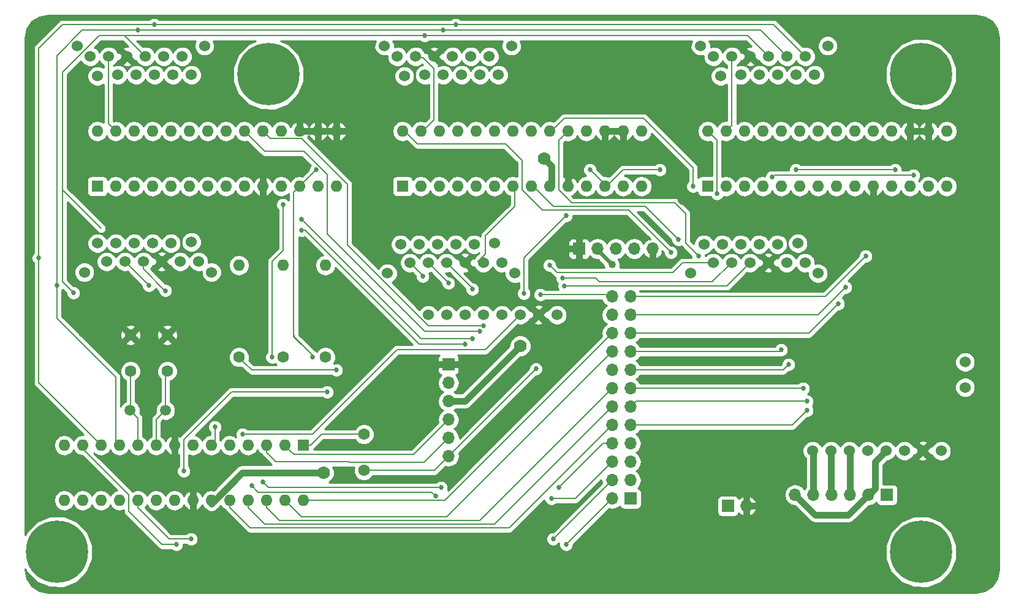
<source format=gbr>
G04 #@! TF.FileFunction,Copper,L1,Top,Mixed*
%FSLAX46Y46*%
G04 Gerber Fmt 4.6, Leading zero omitted, Abs format (unit mm)*
G04 Created by KiCad (PCBNEW 4.0.6) date 05/10/17 10:33:27*
%MOMM*%
%LPD*%
G01*
G04 APERTURE LIST*
%ADD10C,0.100000*%
%ADD11R,1.600000X1.600000*%
%ADD12O,1.600000X1.600000*%
%ADD13C,1.524000*%
%ADD14C,1.600000*%
%ADD15R,1.700000X1.700000*%
%ADD16O,1.700000X1.700000*%
%ADD17C,1.500000*%
%ADD18C,8.600000*%
%ADD19C,0.685800*%
%ADD20C,1.778000*%
%ADD21C,1.016000*%
%ADD22C,0.152400*%
%ADD23C,0.889000*%
%ADD24C,0.508000*%
%ADD25C,0.254000*%
G04 APERTURE END LIST*
D10*
D11*
X84328000Y-101854000D03*
D12*
X117348000Y-94234000D03*
X86868000Y-101854000D03*
X114808000Y-94234000D03*
X89408000Y-101854000D03*
X112268000Y-94234000D03*
X91948000Y-101854000D03*
X109728000Y-94234000D03*
X94488000Y-101854000D03*
X107188000Y-94234000D03*
X97028000Y-101854000D03*
X104648000Y-94234000D03*
X99568000Y-101854000D03*
X102108000Y-94234000D03*
X102108000Y-101854000D03*
X99568000Y-94234000D03*
X104648000Y-101854000D03*
X97028000Y-94234000D03*
X107188000Y-101854000D03*
X94488000Y-94234000D03*
X109728000Y-101854000D03*
X91948000Y-94234000D03*
X112268000Y-101854000D03*
X89408000Y-94234000D03*
X114808000Y-101854000D03*
X86868000Y-94234000D03*
X117348000Y-101854000D03*
X84328000Y-94234000D03*
D13*
X182087596Y-112419520D03*
X181102000Y-109728000D03*
X179547596Y-112419520D03*
X178277596Y-109879520D03*
X177007596Y-112419520D03*
X175737596Y-109879520D03*
X174467596Y-112419520D03*
X173197596Y-109879520D03*
X171927596Y-112419520D03*
X170657596Y-109879520D03*
X169387596Y-112419520D03*
X168117596Y-109879520D03*
X166317596Y-113899520D03*
X183887596Y-113899520D03*
X98298000Y-112268000D03*
X97312404Y-109576480D03*
X95758000Y-112268000D03*
X94488000Y-109728000D03*
X93218000Y-112268000D03*
X91948000Y-109728000D03*
X90678000Y-112268000D03*
X89408000Y-109728000D03*
X88138000Y-112268000D03*
X86868000Y-109728000D03*
X85598000Y-112268000D03*
X84328000Y-109728000D03*
X82528000Y-113748000D03*
X100098000Y-113748000D03*
X169448404Y-83922480D03*
X170434000Y-86614000D03*
X171988404Y-83922480D03*
X173258404Y-86462480D03*
X174528404Y-83922480D03*
X175798404Y-86462480D03*
X177068404Y-83922480D03*
X178338404Y-86462480D03*
X179608404Y-83922480D03*
X180878404Y-86462480D03*
X182148404Y-83922480D03*
X183418404Y-86462480D03*
X185218404Y-82442480D03*
X167648404Y-82442480D03*
D11*
X126492000Y-101854000D03*
D12*
X159512000Y-94234000D03*
X129032000Y-101854000D03*
X156972000Y-94234000D03*
X131572000Y-101854000D03*
X154432000Y-94234000D03*
X134112000Y-101854000D03*
X151892000Y-94234000D03*
X136652000Y-101854000D03*
X149352000Y-94234000D03*
X139192000Y-101854000D03*
X146812000Y-94234000D03*
X141732000Y-101854000D03*
X144272000Y-94234000D03*
X144272000Y-101854000D03*
X141732000Y-94234000D03*
X146812000Y-101854000D03*
X139192000Y-94234000D03*
X149352000Y-101854000D03*
X136652000Y-94234000D03*
X151892000Y-101854000D03*
X134112000Y-94234000D03*
X154432000Y-101854000D03*
X131572000Y-94234000D03*
X156972000Y-101854000D03*
X129032000Y-94234000D03*
X159512000Y-101854000D03*
X126492000Y-94234000D03*
D13*
X130048000Y-119634000D03*
X132588000Y-119634000D03*
X135128000Y-119634000D03*
X137668000Y-119634000D03*
X140208000Y-119634000D03*
X142748000Y-119634000D03*
X145288000Y-119634000D03*
X147828000Y-119634000D03*
D14*
X121158000Y-136144000D03*
X121158000Y-141144000D03*
D15*
X132842000Y-126492000D03*
D16*
X132842000Y-129032000D03*
X132842000Y-131572000D03*
X132842000Y-134112000D03*
X132842000Y-136652000D03*
X132842000Y-139192000D03*
D15*
X157988000Y-145034000D03*
D16*
X155448000Y-145034000D03*
X157988000Y-142494000D03*
X155448000Y-142494000D03*
X157988000Y-139954000D03*
X155448000Y-139954000D03*
X157988000Y-137414000D03*
X155448000Y-137414000D03*
X157988000Y-134874000D03*
X155448000Y-134874000D03*
X157988000Y-132334000D03*
X155448000Y-132334000D03*
X157988000Y-129794000D03*
X155448000Y-129794000D03*
X157988000Y-127254000D03*
X155448000Y-127254000D03*
X157988000Y-124714000D03*
X155448000Y-124714000D03*
X157988000Y-122174000D03*
X155448000Y-122174000D03*
X157988000Y-119634000D03*
X155448000Y-119634000D03*
X157988000Y-117094000D03*
X155448000Y-117094000D03*
D14*
X103886000Y-125476000D03*
D12*
X103886000Y-112776000D03*
D14*
X115824000Y-125476000D03*
D12*
X115824000Y-112776000D03*
D14*
X109982000Y-125476000D03*
D12*
X109982000Y-112776000D03*
D15*
X150876000Y-110490000D03*
D16*
X153416000Y-110490000D03*
X155956000Y-110490000D03*
X158496000Y-110490000D03*
X161036000Y-110490000D03*
D13*
X183134000Y-138430000D03*
X185674000Y-138430000D03*
X188214000Y-138430000D03*
X190754000Y-138430000D03*
X193294000Y-138430000D03*
X195834000Y-138430000D03*
X198374000Y-138430000D03*
X200914000Y-138430000D03*
X204216000Y-129667000D03*
X204216000Y-126167000D03*
D11*
X168656000Y-101854000D03*
D12*
X201676000Y-94234000D03*
X171196000Y-101854000D03*
X199136000Y-94234000D03*
X173736000Y-101854000D03*
X196596000Y-94234000D03*
X176276000Y-101854000D03*
X194056000Y-94234000D03*
X178816000Y-101854000D03*
X191516000Y-94234000D03*
X181356000Y-101854000D03*
X188976000Y-94234000D03*
X183896000Y-101854000D03*
X186436000Y-94234000D03*
X186436000Y-101854000D03*
X183896000Y-94234000D03*
X188976000Y-101854000D03*
X181356000Y-94234000D03*
X191516000Y-101854000D03*
X178816000Y-94234000D03*
X194056000Y-101854000D03*
X176276000Y-94234000D03*
X196596000Y-101854000D03*
X173736000Y-94234000D03*
X199136000Y-101854000D03*
X171196000Y-94234000D03*
X201676000Y-101854000D03*
X168656000Y-94234000D03*
D11*
X112776000Y-137668000D03*
D12*
X79756000Y-145288000D03*
X110236000Y-137668000D03*
X82296000Y-145288000D03*
X107696000Y-137668000D03*
X84836000Y-145288000D03*
X105156000Y-137668000D03*
X87376000Y-145288000D03*
X102616000Y-137668000D03*
X89916000Y-145288000D03*
X100076000Y-137668000D03*
X92456000Y-145288000D03*
X97536000Y-137668000D03*
X94996000Y-145288000D03*
X94996000Y-137668000D03*
X97536000Y-145288000D03*
X92456000Y-137668000D03*
X100076000Y-145288000D03*
X89916000Y-137668000D03*
X102616000Y-145288000D03*
X87376000Y-137668000D03*
X105156000Y-145288000D03*
X84836000Y-137668000D03*
X107696000Y-145288000D03*
X82296000Y-137668000D03*
X110236000Y-145288000D03*
X79756000Y-137668000D03*
X112776000Y-145288000D03*
D17*
X93726000Y-132842000D03*
X88846000Y-132842000D03*
D14*
X93980000Y-122428000D03*
X93980000Y-127428000D03*
X88900000Y-122428000D03*
X88900000Y-127428000D03*
D18*
X107950000Y-86360000D03*
X78740000Y-152400000D03*
X198120000Y-152400000D03*
X198120000Y-86360000D03*
D15*
X193421000Y-144526000D03*
D16*
X190881000Y-144526000D03*
X188341000Y-144526000D03*
X185801000Y-144526000D03*
X183261000Y-144526000D03*
X180721000Y-144526000D03*
D13*
X83342404Y-83922480D03*
X84328000Y-86614000D03*
X85882404Y-83922480D03*
X87152404Y-86462480D03*
X88422404Y-83922480D03*
X89692404Y-86462480D03*
X90962404Y-83922480D03*
X92232404Y-86462480D03*
X93502404Y-83922480D03*
X94772404Y-86462480D03*
X96042404Y-83922480D03*
X97312404Y-86462480D03*
X99112404Y-82442480D03*
X81542404Y-82442480D03*
X140177596Y-112419520D03*
X139192000Y-109728000D03*
X137637596Y-112419520D03*
X136367596Y-109879520D03*
X135097596Y-112419520D03*
X133827596Y-109879520D03*
X132557596Y-112419520D03*
X131287596Y-109879520D03*
X130017596Y-112419520D03*
X128747596Y-109879520D03*
X127477596Y-112419520D03*
X126207596Y-109879520D03*
X124407596Y-113899520D03*
X141977596Y-113899520D03*
X125760404Y-83922480D03*
X126746000Y-86614000D03*
X128300404Y-83922480D03*
X129570404Y-86462480D03*
X130840404Y-83922480D03*
X132110404Y-86462480D03*
X133380404Y-83922480D03*
X134650404Y-86462480D03*
X135920404Y-83922480D03*
X137190404Y-86462480D03*
X138460404Y-83922480D03*
X139730404Y-86462480D03*
X141530404Y-82442480D03*
X123960404Y-82442480D03*
D15*
X171450000Y-146050000D03*
D16*
X173990000Y-146050000D03*
D19*
X133858000Y-79502000D03*
X92202000Y-79502000D03*
X76200000Y-111760000D03*
X129286000Y-114300000D03*
X146812000Y-112776000D03*
D20*
X152908000Y-150368000D03*
X164084000Y-93726000D03*
X155702000Y-97536000D03*
X165354000Y-103632000D03*
D19*
X81026000Y-116586000D03*
X93726000Y-116281220D03*
X129540000Y-81026000D03*
X136144000Y-116078000D03*
X148855679Y-115633500D03*
X100583984Y-135128000D03*
X89916000Y-80264000D03*
X78740000Y-115570000D03*
X91440000Y-115570000D03*
X132080000Y-80264000D03*
X132842000Y-115252500D03*
X148590000Y-114554002D03*
D20*
X146050000Y-98044000D03*
X142748000Y-123952000D03*
D19*
X114045998Y-125476000D03*
X114554000Y-99568000D03*
X162052008Y-99568000D03*
X180848000Y-99568000D03*
X194564000Y-99568000D03*
X152400000Y-99568000D03*
X108458000Y-125476000D03*
X197104000Y-100330000D03*
X177546000Y-100584000D03*
X109982000Y-104394000D03*
X143255990Y-116649510D03*
X117348000Y-127254000D03*
X149098000Y-105918000D03*
D21*
X155448000Y-112712490D03*
D20*
X115570000Y-141478000D03*
D19*
X104394000Y-136144000D03*
X144930119Y-127103881D03*
X137668000Y-121158000D03*
X137160000Y-121920000D03*
X136144000Y-122936000D03*
X112522000Y-106426000D03*
X112522000Y-107950000D03*
X135128000Y-123698000D03*
X179832000Y-126492000D03*
X167386000Y-111506000D03*
X181864000Y-129794000D03*
X166624000Y-101854000D03*
X182372000Y-131572000D03*
X164592000Y-109220000D03*
X182372000Y-132842000D03*
X163576000Y-110998000D03*
X190500000Y-111506000D03*
X187706000Y-115824000D03*
X186690000Y-118110000D03*
X178816000Y-124460000D03*
X169926000Y-102870000D03*
X145542000Y-116840000D03*
X96266000Y-141224000D03*
X116078000Y-130302000D03*
X147319994Y-150622006D03*
X97282000Y-150622006D03*
X149098000Y-151384000D03*
X95250002Y-151384000D03*
X107188000Y-142748000D03*
X131826000Y-143510000D03*
X148082000Y-143510000D03*
X131064000Y-144716490D03*
X105664000Y-143256000D03*
X147066000Y-145034000D03*
D22*
X169387596Y-112419520D02*
X165202480Y-112419520D01*
X165202480Y-112419520D02*
X163830000Y-113792000D01*
X163830000Y-113792000D02*
X147828000Y-113792000D01*
X147828000Y-113792000D02*
X146812000Y-112776000D01*
X182148404Y-83922480D02*
X177727924Y-79502000D01*
X134342933Y-79502000D02*
X133858000Y-79502000D01*
X93726000Y-79502000D02*
X133858000Y-79502000D01*
X177727924Y-79502000D02*
X134342933Y-79502000D01*
X92202000Y-79502000D02*
X133858000Y-79502000D01*
X91717067Y-79502000D02*
X92202000Y-79502000D01*
X79502000Y-79502000D02*
X91717067Y-79502000D01*
X76200000Y-82804000D02*
X79502000Y-79502000D01*
X76200000Y-111760000D02*
X76200000Y-82804000D01*
X76200000Y-111760000D02*
X76200000Y-129032000D01*
X129286000Y-114227924D02*
X129286000Y-114300000D01*
X127477596Y-112419520D02*
X129286000Y-114227924D01*
X84836000Y-137668000D02*
X76200000Y-129032000D01*
D23*
X154432000Y-150368000D02*
X152908000Y-150368000D01*
X149352000Y-101854000D02*
X149352000Y-100722630D01*
X149352000Y-100722630D02*
X152538630Y-97536000D01*
X152538630Y-97536000D02*
X155702000Y-97536000D01*
X167180670Y-103632000D02*
X165354000Y-103632000D01*
X167283335Y-103529335D02*
X167180670Y-103632000D01*
D22*
X79502000Y-115062000D02*
X80683101Y-116243101D01*
X80683101Y-116243101D02*
X81026000Y-116586000D01*
X79502000Y-102341482D02*
X79502000Y-115062000D01*
X129540000Y-81026000D02*
X88138000Y-81026000D01*
X88138000Y-81026000D02*
X84836000Y-81026000D01*
X90962404Y-83922480D02*
X88138000Y-81098076D01*
X88138000Y-81098076D02*
X88138000Y-81026000D01*
X84582000Y-81026000D02*
X79502000Y-86106000D01*
X84836000Y-81026000D02*
X84582000Y-81026000D01*
X90678000Y-112268000D02*
X90678000Y-113284000D01*
X90678000Y-113284000D02*
X93675220Y-116281220D01*
X93675220Y-116281220D02*
X93726000Y-116281220D01*
X177068404Y-83922480D02*
X174171924Y-81026000D01*
X174171924Y-81026000D02*
X137030014Y-81026000D01*
X137030014Y-81026000D02*
X129540000Y-81026000D01*
X79502000Y-86106000D02*
X79502000Y-102341482D01*
X79502000Y-102341482D02*
X84836000Y-107675482D01*
X132557596Y-112419520D02*
X136144000Y-116005924D01*
X136144000Y-116005924D02*
X136144000Y-116078000D01*
X131826000Y-112268000D02*
X131826000Y-112343173D01*
X148855679Y-115633500D02*
X171253616Y-115633500D01*
X171253616Y-115633500D02*
X174467596Y-112419520D01*
X100076000Y-137668000D02*
X100584000Y-137160000D01*
X100584000Y-137160000D02*
X100584000Y-135128016D01*
X100584000Y-135128016D02*
X100583984Y-135128000D01*
X87376000Y-137668000D02*
X86868000Y-137160000D01*
X86868000Y-137160000D02*
X86868000Y-128270000D01*
X86868000Y-128270000D02*
X78740000Y-120142000D01*
X78740000Y-120142000D02*
X78740000Y-115570000D01*
X89431067Y-80264000D02*
X89916000Y-80264000D01*
X82254794Y-80264000D02*
X89431067Y-80264000D01*
X78740000Y-115570000D02*
X78740000Y-83778794D01*
X78740000Y-83778794D02*
X82254794Y-80264000D01*
X132080000Y-80264000D02*
X89916000Y-80264000D01*
X88138000Y-112268000D02*
X91440000Y-115570000D01*
X175949924Y-80264000D02*
X132080000Y-80264000D01*
X179608404Y-83922480D02*
X175949924Y-80264000D01*
X132842000Y-115243924D02*
X132842000Y-115252500D01*
X130017596Y-112419520D02*
X132842000Y-115243924D01*
X169285116Y-115062000D02*
X153670000Y-115062000D01*
X148590000Y-114554002D02*
X153162002Y-114554002D01*
X153162002Y-114554002D02*
X153670000Y-115062000D01*
X171927596Y-112419520D02*
X169285116Y-115062000D01*
D23*
X147066000Y-101854000D02*
X147066000Y-99060000D01*
X147066000Y-99060000D02*
X146050000Y-98044000D01*
X142748000Y-123952000D02*
X135128000Y-131572000D01*
X135128000Y-131572000D02*
X132842000Y-131572000D01*
D22*
X113957101Y-125387103D02*
X114045998Y-125476000D01*
X111468001Y-102653999D02*
X111468001Y-122644001D01*
X111468001Y-122644001D02*
X113957101Y-125133101D01*
X112268000Y-101854000D02*
X111468001Y-102653999D01*
X111506000Y-122682000D02*
X113957101Y-125133101D01*
X111506000Y-122428000D02*
X111506000Y-122682000D01*
X113957101Y-125133101D02*
X113957101Y-125387103D01*
X112268000Y-101854000D02*
X114554000Y-99568000D01*
X155448000Y-122174000D02*
X132334000Y-145288000D01*
X132334000Y-145288000D02*
X112776000Y-145288000D01*
X156972000Y-99568000D02*
X162052008Y-99568000D01*
X154686000Y-101854000D02*
X156972000Y-99568000D01*
X194564000Y-99568000D02*
X180848000Y-99568000D01*
X154686000Y-101854000D02*
X152400000Y-99568000D01*
X108458000Y-123698000D02*
X108458000Y-125476000D01*
X108458000Y-112268000D02*
X108458000Y-123698000D01*
X109982000Y-104394000D02*
X109982000Y-110744000D01*
X109982000Y-110744000D02*
X108458000Y-112268000D01*
X177800000Y-100330000D02*
X197104000Y-100330000D01*
X155448000Y-124714000D02*
X132588000Y-147574000D01*
X132588000Y-147574000D02*
X112522000Y-147574000D01*
X112522000Y-147574000D02*
X110236000Y-145288000D01*
X177546000Y-100584000D02*
X177800000Y-100330000D01*
X93726000Y-132842000D02*
X92456000Y-134112000D01*
X92456000Y-134112000D02*
X92456000Y-137668000D01*
X93726000Y-132842000D02*
X93726000Y-127682000D01*
X93726000Y-127682000D02*
X93980000Y-127428000D01*
X105664000Y-127254000D02*
X117348000Y-127254000D01*
X103886000Y-125476000D02*
X104685999Y-126275999D01*
X104685999Y-126275999D02*
X105664000Y-127254000D01*
X143255990Y-111760010D02*
X143255990Y-116649510D01*
X149098000Y-105918000D02*
X143255990Y-111760010D01*
D24*
X153670000Y-110934490D02*
X155448000Y-112712490D01*
X153670000Y-110490000D02*
X153670000Y-110934490D01*
D22*
X121158000Y-136144000D02*
X115316000Y-136144000D01*
X115316000Y-136144000D02*
X113792000Y-137668000D01*
X113792000Y-137668000D02*
X112776000Y-137668000D01*
D23*
X104358586Y-141478000D02*
X114312765Y-141478000D01*
X100076000Y-145760586D02*
X104358586Y-141478000D01*
X114312765Y-141478000D02*
X115570000Y-141478000D01*
D22*
X102616000Y-145288000D02*
X102616000Y-146304000D01*
X102616000Y-146304000D02*
X105410000Y-149098000D01*
X105410000Y-149098000D02*
X141224000Y-149098000D01*
X141224000Y-149098000D02*
X155448000Y-134874000D01*
X105156000Y-145288000D02*
X105156000Y-146304000D01*
X105156000Y-146304000D02*
X107442000Y-148590000D01*
X107442000Y-148590000D02*
X139192000Y-148590000D01*
X139192000Y-148590000D02*
X155448000Y-132334000D01*
X107696000Y-146304000D02*
X107696000Y-145288000D01*
X109474000Y-148082000D02*
X107696000Y-146304000D01*
X137160000Y-148082000D02*
X109474000Y-148082000D01*
X155448000Y-129794000D02*
X137160000Y-148082000D01*
X142748000Y-119634000D02*
X137922000Y-124460000D01*
X137922000Y-124460000D02*
X125730000Y-124460000D01*
X125730000Y-124460000D02*
X114046000Y-136144000D01*
X114046000Y-136144000D02*
X104394000Y-136144000D01*
X132842000Y-139192000D02*
X144930119Y-127103881D01*
X121158000Y-141144000D02*
X130890000Y-141144000D01*
X130890000Y-141144000D02*
X132842000Y-139192000D01*
X89916000Y-137668000D02*
X89916000Y-133912000D01*
X89916000Y-133912000D02*
X88846000Y-132842000D01*
X88900000Y-127428000D02*
X88900000Y-132788000D01*
X88900000Y-132788000D02*
X88846000Y-132842000D01*
X132842000Y-134112000D02*
X128016000Y-138938000D01*
X128016000Y-138938000D02*
X111506000Y-138938000D01*
X111506000Y-138938000D02*
X111035999Y-138467999D01*
X111035999Y-138467999D02*
X110236000Y-137668000D01*
X107696000Y-137668000D02*
X107696000Y-138684000D01*
X107696000Y-138684000D02*
X108966000Y-139954000D01*
X119126000Y-140017412D02*
X129476588Y-140017412D01*
X108966000Y-139954000D02*
X119062588Y-139954000D01*
X119062588Y-139954000D02*
X119126000Y-140017412D01*
X129476588Y-140017412D02*
X132842000Y-136652000D01*
X183261000Y-138557000D02*
X183134000Y-138430000D01*
D23*
X183261000Y-144526000D02*
X183261000Y-138557000D01*
X185674000Y-138430000D02*
X185674000Y-144399000D01*
D22*
X185674000Y-144399000D02*
X185801000Y-144526000D01*
X188341000Y-138557000D02*
X188214000Y-138430000D01*
D23*
X188341000Y-144526000D02*
X188341000Y-138557000D01*
X191770000Y-139954000D02*
X193294000Y-138430000D01*
X190881000Y-144526000D02*
X188087000Y-147320000D01*
X188087000Y-147320000D02*
X183515000Y-147320000D01*
X183515000Y-147320000D02*
X180721000Y-144526000D01*
X190881000Y-144526000D02*
X191770000Y-143637000D01*
X191770000Y-143637000D02*
X191770000Y-139954000D01*
D22*
X107188000Y-94234000D02*
X108216601Y-95262601D01*
X108216601Y-95262601D02*
X112534601Y-95262601D01*
X112534601Y-95262601D02*
X118872000Y-101600000D01*
X118872000Y-101600000D02*
X118872000Y-109982000D01*
X118872000Y-109982000D02*
X130048000Y-121158000D01*
X130048000Y-121158000D02*
X137668000Y-121158000D01*
X104648000Y-94234000D02*
X107442000Y-97028000D01*
X107442000Y-97028000D02*
X112859822Y-97028000D01*
X112859822Y-97028000D02*
X116078000Y-100246178D01*
X116078000Y-100246178D02*
X116078000Y-108431128D01*
X116078000Y-108431128D02*
X129566872Y-121920000D01*
X129566872Y-121920000D02*
X137160000Y-121920000D01*
X129032000Y-122936000D02*
X136144000Y-122936000D01*
X112522000Y-106426000D02*
X129032000Y-122936000D01*
X135128000Y-123698000D02*
X128778000Y-123698000D01*
X128778000Y-123698000D02*
X113030000Y-107950000D01*
X113030000Y-107950000D02*
X112522000Y-107950000D01*
X157988000Y-127254000D02*
X179070000Y-127254000D01*
X179070000Y-127254000D02*
X179832000Y-126492000D01*
X165608000Y-109728000D02*
X165608000Y-107188000D01*
X167386000Y-111506000D02*
X165608000Y-109728000D01*
X149352000Y-94234000D02*
X148082000Y-95504000D01*
X148082000Y-95504000D02*
X148082000Y-102362000D01*
X148082000Y-102362000D02*
X149860000Y-104140000D01*
X164084000Y-104140000D02*
X165608000Y-105664000D01*
X165608000Y-105664000D02*
X165608000Y-107234224D01*
X149860000Y-104140000D02*
X164084000Y-104140000D01*
X181864000Y-129794000D02*
X157988000Y-129794000D01*
X148844000Y-92456000D02*
X147066000Y-94234000D01*
X159766000Y-92456000D02*
X148844000Y-92456000D01*
X166624000Y-99314000D02*
X159766000Y-92456000D01*
X166624000Y-101854000D02*
X166624000Y-99314000D01*
X158750000Y-131572000D02*
X182372000Y-131572000D01*
X157988000Y-132334000D02*
X158750000Y-131572000D01*
X144526000Y-101854000D02*
X147320000Y-104648000D01*
X147320000Y-104648000D02*
X160020000Y-104648000D01*
X160020000Y-104648000D02*
X164592000Y-109220000D01*
X157988000Y-134874000D02*
X180340000Y-134874000D01*
X180340000Y-134874000D02*
X182372000Y-132842000D01*
X126746000Y-94234000D02*
X128524000Y-96012000D01*
X128524000Y-96012000D02*
X140716000Y-96012000D01*
X140716000Y-96012000D02*
X143002000Y-98298000D01*
X143002000Y-102362000D02*
X145796000Y-105156000D01*
X157734000Y-105156000D02*
X163576000Y-110998000D01*
X143002000Y-98298000D02*
X143002000Y-102362000D01*
X145796000Y-105156000D02*
X157734000Y-105156000D01*
X157988000Y-117094000D02*
X184912000Y-117094000D01*
X184912000Y-117094000D02*
X190500000Y-111506000D01*
X183896000Y-119634000D02*
X187363101Y-116166899D01*
X187363101Y-116166899D02*
X187706000Y-115824000D01*
X157988000Y-119634000D02*
X183896000Y-119634000D01*
X157988000Y-119634000D02*
X158242000Y-119380000D01*
X182626000Y-122174000D02*
X186690000Y-118110000D01*
X157988000Y-122174000D02*
X181610000Y-122174000D01*
X181610000Y-122174000D02*
X182626000Y-122174000D01*
X157988000Y-124714000D02*
X178562000Y-124714000D01*
X178562000Y-124714000D02*
X178816000Y-124460000D01*
X169926000Y-95504000D02*
X169926000Y-102870000D01*
X168656000Y-94234000D02*
X169926000Y-95504000D01*
X155448000Y-117094000D02*
X155194000Y-116840000D01*
X155194000Y-116840000D02*
X145542000Y-116840000D01*
X96266000Y-136906000D02*
X96266000Y-141224000D01*
X102870000Y-130302000D02*
X96266000Y-136906000D01*
X116078000Y-130302000D02*
X102870000Y-130302000D01*
X89916000Y-145288000D02*
X89916000Y-146304000D01*
X89916000Y-146304000D02*
X94234006Y-150622006D01*
X94234006Y-150622006D02*
X97282000Y-150622006D01*
X155448000Y-142494000D02*
X147319994Y-150622006D01*
X82296000Y-137668000D02*
X82296000Y-138176000D01*
X82296000Y-138176000D02*
X88646000Y-144526000D01*
X88646000Y-144526000D02*
X88646000Y-146812000D01*
X88646000Y-146812000D02*
X93218000Y-151384000D01*
X93218000Y-151384000D02*
X95250002Y-151384000D01*
X149098000Y-151384000D02*
X155448000Y-145034000D01*
X107950000Y-143510000D02*
X107188000Y-142748000D01*
X131826000Y-143510000D02*
X107950000Y-143510000D01*
X154178000Y-137414000D02*
X148082000Y-143510000D01*
X155448000Y-137414000D02*
X154178000Y-137414000D01*
X130476948Y-144129438D02*
X131064000Y-144716490D01*
X106537438Y-144129438D02*
X130476948Y-144129438D01*
X105664000Y-143256000D02*
X106537438Y-144129438D01*
X150368000Y-145034000D02*
X147066000Y-145034000D01*
X155448000Y-139954000D02*
X150368000Y-145034000D01*
X86868000Y-94234000D02*
X85852000Y-93218000D01*
X85852000Y-93218000D02*
X85852000Y-83820000D01*
X136906000Y-112268000D02*
X137922000Y-111252000D01*
X137922000Y-111252000D02*
X137922000Y-108712000D01*
X137922000Y-108712000D02*
X141986000Y-104648000D01*
X141986000Y-104648000D02*
X141986000Y-101854000D01*
X129286000Y-84074000D02*
X128451924Y-84074000D01*
X128451924Y-84074000D02*
X128300404Y-83922480D01*
X129286000Y-94234000D02*
X130810000Y-92710000D01*
X130810000Y-92710000D02*
X130810000Y-85598000D01*
X130810000Y-85598000D02*
X129286000Y-84074000D01*
X178816000Y-109341116D02*
X178277596Y-109879520D01*
X181356000Y-109474000D02*
X181102000Y-109728000D01*
X171988404Y-83922480D02*
X171988404Y-85000110D01*
X171988404Y-85000110D02*
X171995999Y-85007705D01*
X171995999Y-85007705D02*
X171995999Y-93434001D01*
X171995999Y-93434001D02*
X171196000Y-94234000D01*
X171196000Y-109341116D02*
X170657596Y-109879520D01*
X173736000Y-109341116D02*
X173197596Y-109879520D01*
X176276000Y-109341116D02*
X175737596Y-109879520D01*
D25*
G36*
X206920995Y-78428824D02*
X207922196Y-79097804D01*
X208591175Y-80099005D01*
X208840000Y-81349931D01*
X208840000Y-154870069D01*
X208591175Y-156120995D01*
X207922196Y-157122196D01*
X206920995Y-157791176D01*
X205670069Y-158040000D01*
X77539931Y-158040000D01*
X76289005Y-157791175D01*
X75287804Y-157122196D01*
X74618824Y-156120995D01*
X74370000Y-154870069D01*
X74370000Y-154746798D01*
X74553871Y-155191801D01*
X75940897Y-156581250D01*
X77754061Y-157334141D01*
X79717325Y-157335854D01*
X81531801Y-156586129D01*
X82921250Y-155199103D01*
X83674141Y-153385939D01*
X83674148Y-153377325D01*
X193184146Y-153377325D01*
X193933871Y-155191801D01*
X195320897Y-156581250D01*
X197134061Y-157334141D01*
X199097325Y-157335854D01*
X200911801Y-156586129D01*
X202301250Y-155199103D01*
X203054141Y-153385939D01*
X203055854Y-151422675D01*
X202306129Y-149608199D01*
X200919103Y-148218750D01*
X199105939Y-147465859D01*
X197142675Y-147464146D01*
X195328199Y-148213871D01*
X193938750Y-149600897D01*
X193185859Y-151414061D01*
X193184146Y-153377325D01*
X83674148Y-153377325D01*
X83675854Y-151422675D01*
X82926129Y-149608199D01*
X81539103Y-148218750D01*
X79725939Y-147465859D01*
X77762675Y-147464146D01*
X75948199Y-148213871D01*
X74558750Y-149600897D01*
X74370000Y-150055458D01*
X74370000Y-111953663D01*
X75221931Y-111953663D01*
X75370493Y-112313212D01*
X75488800Y-112431726D01*
X75488800Y-129032000D01*
X75542937Y-129304165D01*
X75697106Y-129534894D01*
X82384752Y-136222541D01*
X82296000Y-136204887D01*
X81746849Y-136314120D01*
X81281302Y-136625189D01*
X81026000Y-137007275D01*
X80770698Y-136625189D01*
X80305151Y-136314120D01*
X79756000Y-136204887D01*
X79206849Y-136314120D01*
X78741302Y-136625189D01*
X78430233Y-137090736D01*
X78321000Y-137639887D01*
X78321000Y-137696113D01*
X78430233Y-138245264D01*
X78741302Y-138710811D01*
X79206849Y-139021880D01*
X79756000Y-139131113D01*
X80305151Y-139021880D01*
X80770698Y-138710811D01*
X81026000Y-138328725D01*
X81281302Y-138710811D01*
X81746849Y-139021880D01*
X82232742Y-139118530D01*
X87011586Y-143897374D01*
X86826849Y-143934120D01*
X86361302Y-144245189D01*
X86106000Y-144627275D01*
X85850698Y-144245189D01*
X85385151Y-143934120D01*
X84836000Y-143824887D01*
X84286849Y-143934120D01*
X83821302Y-144245189D01*
X83566000Y-144627275D01*
X83310698Y-144245189D01*
X82845151Y-143934120D01*
X82296000Y-143824887D01*
X81746849Y-143934120D01*
X81281302Y-144245189D01*
X81026000Y-144627275D01*
X80770698Y-144245189D01*
X80305151Y-143934120D01*
X79756000Y-143824887D01*
X79206849Y-143934120D01*
X78741302Y-144245189D01*
X78430233Y-144710736D01*
X78321000Y-145259887D01*
X78321000Y-145316113D01*
X78430233Y-145865264D01*
X78741302Y-146330811D01*
X79206849Y-146641880D01*
X79756000Y-146751113D01*
X80305151Y-146641880D01*
X80770698Y-146330811D01*
X81026000Y-145948725D01*
X81281302Y-146330811D01*
X81746849Y-146641880D01*
X82296000Y-146751113D01*
X82845151Y-146641880D01*
X83310698Y-146330811D01*
X83566000Y-145948725D01*
X83821302Y-146330811D01*
X84286849Y-146641880D01*
X84836000Y-146751113D01*
X85385151Y-146641880D01*
X85850698Y-146330811D01*
X86106000Y-145948725D01*
X86361302Y-146330811D01*
X86826849Y-146641880D01*
X87376000Y-146751113D01*
X87925151Y-146641880D01*
X87934800Y-146635433D01*
X87934800Y-146812000D01*
X87988937Y-147084165D01*
X88143106Y-147314894D01*
X92715105Y-151886894D01*
X92869274Y-151989906D01*
X92945836Y-152041063D01*
X93218000Y-152095200D01*
X94578208Y-152095200D01*
X94695343Y-152212540D01*
X95054632Y-152361730D01*
X95443665Y-152362069D01*
X95803214Y-152213507D01*
X96078542Y-151938659D01*
X96227732Y-151579370D01*
X96227947Y-151333206D01*
X96610206Y-151333206D01*
X96727341Y-151450546D01*
X97086630Y-151599736D01*
X97475663Y-151600075D01*
X97835212Y-151451513D01*
X98110540Y-151176665D01*
X98259730Y-150817376D01*
X98260069Y-150428343D01*
X98111507Y-150068794D01*
X97836659Y-149793466D01*
X97477370Y-149644276D01*
X97088337Y-149643937D01*
X96728788Y-149792499D01*
X96610274Y-149910806D01*
X94528595Y-149910806D01*
X90937868Y-146320080D01*
X91186000Y-145948725D01*
X91441302Y-146330811D01*
X91906849Y-146641880D01*
X92456000Y-146751113D01*
X93005151Y-146641880D01*
X93470698Y-146330811D01*
X93726000Y-145948725D01*
X93981302Y-146330811D01*
X94446849Y-146641880D01*
X94996000Y-146751113D01*
X95545151Y-146641880D01*
X96010698Y-146330811D01*
X96276542Y-145932947D01*
X96508657Y-146289929D01*
X96970280Y-146606809D01*
X97003489Y-146620538D01*
X97218500Y-146524126D01*
X97218500Y-145605500D01*
X97198500Y-145605500D01*
X97198500Y-144970500D01*
X97218500Y-144970500D01*
X97218500Y-144051874D01*
X97003489Y-143955462D01*
X96970280Y-143969191D01*
X96508657Y-144286071D01*
X96276542Y-144643053D01*
X96010698Y-144245189D01*
X95545151Y-143934120D01*
X94996000Y-143824887D01*
X94446849Y-143934120D01*
X93981302Y-144245189D01*
X93726000Y-144627275D01*
X93470698Y-144245189D01*
X93005151Y-143934120D01*
X92456000Y-143824887D01*
X91906849Y-143934120D01*
X91441302Y-144245189D01*
X91186000Y-144627275D01*
X90930698Y-144245189D01*
X90465151Y-143934120D01*
X89916000Y-143824887D01*
X89366849Y-143934120D01*
X89175062Y-144062268D01*
X89148894Y-144023106D01*
X83867402Y-138741614D01*
X84286849Y-139021880D01*
X84836000Y-139131113D01*
X85385151Y-139021880D01*
X85850698Y-138710811D01*
X86106000Y-138328725D01*
X86361302Y-138710811D01*
X86826849Y-139021880D01*
X87376000Y-139131113D01*
X87925151Y-139021880D01*
X88390698Y-138710811D01*
X88646000Y-138328725D01*
X88901302Y-138710811D01*
X89366849Y-139021880D01*
X89916000Y-139131113D01*
X90465151Y-139021880D01*
X90930698Y-138710811D01*
X91186000Y-138328725D01*
X91441302Y-138710811D01*
X91906849Y-139021880D01*
X92456000Y-139131113D01*
X93005151Y-139021880D01*
X93470698Y-138710811D01*
X93736542Y-138312947D01*
X93968657Y-138669929D01*
X94430280Y-138986809D01*
X94463489Y-139000538D01*
X94678500Y-138904126D01*
X94678500Y-137985500D01*
X94658500Y-137985500D01*
X94658500Y-137350500D01*
X94678500Y-137350500D01*
X94678500Y-136431874D01*
X94463489Y-136335462D01*
X94430280Y-136349191D01*
X93968657Y-136666071D01*
X93736542Y-137023053D01*
X93470698Y-136625189D01*
X93167200Y-136422398D01*
X93167200Y-134406588D01*
X93377035Y-134196753D01*
X93449298Y-134226759D01*
X94000285Y-134227240D01*
X94509515Y-134016831D01*
X94899461Y-133627564D01*
X95110759Y-133118702D01*
X95111240Y-132567715D01*
X94900831Y-132058485D01*
X94511564Y-131668539D01*
X94437200Y-131637660D01*
X94437200Y-128791761D01*
X94791800Y-128645243D01*
X95195824Y-128241923D01*
X95414750Y-127714691D01*
X95415248Y-127143813D01*
X95197243Y-126616200D01*
X94793923Y-126212176D01*
X94266691Y-125993250D01*
X93695813Y-125992752D01*
X93168200Y-126210757D01*
X92764176Y-126614077D01*
X92545250Y-127141309D01*
X92544752Y-127712187D01*
X92762757Y-128239800D01*
X93014800Y-128492283D01*
X93014800Y-131637289D01*
X92942485Y-131667169D01*
X92552539Y-132056436D01*
X92341241Y-132565298D01*
X92340760Y-133116285D01*
X92371509Y-133190703D01*
X91953106Y-133609106D01*
X91798937Y-133839835D01*
X91764003Y-134015461D01*
X91744800Y-134112000D01*
X91744800Y-136422398D01*
X91441302Y-136625189D01*
X91186000Y-137007275D01*
X90930698Y-136625189D01*
X90627200Y-136422398D01*
X90627200Y-133912000D01*
X90573063Y-133639836D01*
X90508837Y-133543715D01*
X90418895Y-133409106D01*
X90200753Y-133190964D01*
X90230759Y-133118702D01*
X90231240Y-132567715D01*
X90020831Y-132058485D01*
X89631564Y-131668539D01*
X89611200Y-131660083D01*
X89611200Y-128686810D01*
X89711800Y-128645243D01*
X90115824Y-128241923D01*
X90334750Y-127714691D01*
X90335248Y-127143813D01*
X90117243Y-126616200D01*
X89713923Y-126212176D01*
X89186691Y-125993250D01*
X88615813Y-125992752D01*
X88088200Y-126210757D01*
X87684176Y-126614077D01*
X87465250Y-127141309D01*
X87464752Y-127712187D01*
X87682757Y-128239800D01*
X88086077Y-128643824D01*
X88188800Y-128686478D01*
X88188800Y-131614977D01*
X88062485Y-131667169D01*
X87672539Y-132056436D01*
X87579200Y-132281221D01*
X87579200Y-128270000D01*
X87541912Y-128082540D01*
X87525063Y-127997835D01*
X87370894Y-127767106D01*
X83150877Y-123547089D01*
X88229924Y-123547089D01*
X88317360Y-123770099D01*
X88875310Y-123890904D01*
X89437019Y-123788996D01*
X89482640Y-123770099D01*
X89570076Y-123547089D01*
X93309924Y-123547089D01*
X93397360Y-123770099D01*
X93955310Y-123890904D01*
X94517019Y-123788996D01*
X94562640Y-123770099D01*
X94650076Y-123547089D01*
X93980000Y-122877013D01*
X93309924Y-123547089D01*
X89570076Y-123547089D01*
X88900000Y-122877013D01*
X88229924Y-123547089D01*
X83150877Y-123547089D01*
X82007098Y-122403310D01*
X87437096Y-122403310D01*
X87539004Y-122965019D01*
X87557901Y-123010640D01*
X87780911Y-123098076D01*
X88450987Y-122428000D01*
X89349013Y-122428000D01*
X90019089Y-123098076D01*
X90242099Y-123010640D01*
X90362904Y-122452690D01*
X90353946Y-122403310D01*
X92517096Y-122403310D01*
X92619004Y-122965019D01*
X92637901Y-123010640D01*
X92860911Y-123098076D01*
X93530987Y-122428000D01*
X94429013Y-122428000D01*
X95099089Y-123098076D01*
X95322099Y-123010640D01*
X95442904Y-122452690D01*
X95340996Y-121890981D01*
X95322099Y-121845360D01*
X95099089Y-121757924D01*
X94429013Y-122428000D01*
X93530987Y-122428000D01*
X92860911Y-121757924D01*
X92637901Y-121845360D01*
X92517096Y-122403310D01*
X90353946Y-122403310D01*
X90260996Y-121890981D01*
X90242099Y-121845360D01*
X90019089Y-121757924D01*
X89349013Y-122428000D01*
X88450987Y-122428000D01*
X87780911Y-121757924D01*
X87557901Y-121845360D01*
X87437096Y-122403310D01*
X82007098Y-122403310D01*
X80912699Y-121308911D01*
X88229924Y-121308911D01*
X88900000Y-121978987D01*
X89570076Y-121308911D01*
X93309924Y-121308911D01*
X93980000Y-121978987D01*
X94650076Y-121308911D01*
X94562640Y-121085901D01*
X94004690Y-120965096D01*
X93442981Y-121067004D01*
X93397360Y-121085901D01*
X93309924Y-121308911D01*
X89570076Y-121308911D01*
X89482640Y-121085901D01*
X88924690Y-120965096D01*
X88362981Y-121067004D01*
X88317360Y-121085901D01*
X88229924Y-121308911D01*
X80912699Y-121308911D01*
X79451200Y-119847412D01*
X79451200Y-116241794D01*
X79563701Y-116129489D01*
X80048075Y-116613863D01*
X80047931Y-116779663D01*
X80196493Y-117139212D01*
X80471341Y-117414540D01*
X80830630Y-117563730D01*
X81219663Y-117564069D01*
X81579212Y-117415507D01*
X81854540Y-117140659D01*
X82003730Y-116781370D01*
X82004069Y-116392337D01*
X81855507Y-116032788D01*
X81580659Y-115757460D01*
X81221370Y-115608270D01*
X81053912Y-115608124D01*
X80213200Y-114767412D01*
X80213200Y-114024661D01*
X81130758Y-114024661D01*
X81342990Y-114538303D01*
X81735630Y-114931629D01*
X82248900Y-115144757D01*
X82804661Y-115145242D01*
X83318303Y-114933010D01*
X83711629Y-114540370D01*
X83924757Y-114027100D01*
X83925242Y-113471339D01*
X83713010Y-112957697D01*
X83320370Y-112564371D01*
X83272903Y-112544661D01*
X84200758Y-112544661D01*
X84412990Y-113058303D01*
X84805630Y-113451629D01*
X85318900Y-113664757D01*
X85874661Y-113665242D01*
X86388303Y-113453010D01*
X86781629Y-113060370D01*
X86867949Y-112852488D01*
X86952990Y-113058303D01*
X87345630Y-113451629D01*
X87858900Y-113664757D01*
X88414661Y-113665242D01*
X88495891Y-113631679D01*
X90462075Y-115597863D01*
X90461931Y-115763663D01*
X90610493Y-116123212D01*
X90885341Y-116398540D01*
X91244630Y-116547730D01*
X91633663Y-116548069D01*
X91993212Y-116399507D01*
X92268540Y-116124659D01*
X92340228Y-115952016D01*
X92748031Y-116359819D01*
X92747931Y-116474883D01*
X92896493Y-116834432D01*
X93171341Y-117109760D01*
X93530630Y-117258950D01*
X93919663Y-117259289D01*
X94279212Y-117110727D01*
X94554540Y-116835879D01*
X94703730Y-116476590D01*
X94704069Y-116087557D01*
X94555507Y-115728008D01*
X94280659Y-115452680D01*
X93921370Y-115303490D01*
X93703088Y-115303300D01*
X91758604Y-113358816D01*
X92576197Y-113358816D01*
X92658704Y-113577968D01*
X93202581Y-113692286D01*
X93748805Y-113589769D01*
X93777296Y-113577968D01*
X93859803Y-113358816D01*
X93218000Y-112717013D01*
X92576197Y-113358816D01*
X91758604Y-113358816D01*
X91660718Y-113260930D01*
X91861629Y-113060370D01*
X91951599Y-112843698D01*
X92127184Y-112909803D01*
X92768987Y-112268000D01*
X93667013Y-112268000D01*
X94308816Y-112909803D01*
X94484329Y-112843725D01*
X94572990Y-113058303D01*
X94965630Y-113451629D01*
X95478900Y-113664757D01*
X96034661Y-113665242D01*
X96548303Y-113453010D01*
X96941629Y-113060370D01*
X97027949Y-112852488D01*
X97112990Y-113058303D01*
X97505630Y-113451629D01*
X98018900Y-113664757D01*
X98574661Y-113665242D01*
X98701117Y-113612991D01*
X98700758Y-114024661D01*
X98912990Y-114538303D01*
X99305630Y-114931629D01*
X99818900Y-115144757D01*
X100374661Y-115145242D01*
X100888303Y-114933010D01*
X101281629Y-114540370D01*
X101494757Y-114027100D01*
X101495242Y-113471339D01*
X101283010Y-112957697D01*
X101073566Y-112747887D01*
X102451000Y-112747887D01*
X102451000Y-112804113D01*
X102560233Y-113353264D01*
X102871302Y-113818811D01*
X103336849Y-114129880D01*
X103886000Y-114239113D01*
X104435151Y-114129880D01*
X104900698Y-113818811D01*
X105211767Y-113353264D01*
X105321000Y-112804113D01*
X105321000Y-112747887D01*
X105211767Y-112198736D01*
X104900698Y-111733189D01*
X104435151Y-111422120D01*
X103886000Y-111312887D01*
X103336849Y-111422120D01*
X102871302Y-111733189D01*
X102560233Y-112198736D01*
X102451000Y-112747887D01*
X101073566Y-112747887D01*
X100890370Y-112564371D01*
X100377100Y-112351243D01*
X99821339Y-112350758D01*
X99694883Y-112403009D01*
X99695242Y-111991339D01*
X99483010Y-111477697D01*
X99090370Y-111084371D01*
X98577100Y-110871243D01*
X98021339Y-110870758D01*
X97507697Y-111082990D01*
X97114371Y-111475630D01*
X97028051Y-111683512D01*
X96943010Y-111477697D01*
X96550370Y-111084371D01*
X96037100Y-110871243D01*
X95481339Y-110870758D01*
X94967697Y-111082990D01*
X94574371Y-111475630D01*
X94484401Y-111692302D01*
X94308816Y-111626197D01*
X93667013Y-112268000D01*
X92768987Y-112268000D01*
X92127184Y-111626197D01*
X91951671Y-111692275D01*
X91863010Y-111477697D01*
X91563022Y-111177184D01*
X92576197Y-111177184D01*
X93218000Y-111818987D01*
X93859803Y-111177184D01*
X93777296Y-110958032D01*
X93233419Y-110843714D01*
X92687195Y-110946231D01*
X92658704Y-110958032D01*
X92576197Y-111177184D01*
X91563022Y-111177184D01*
X91470370Y-111084371D01*
X90957100Y-110871243D01*
X90401339Y-110870758D01*
X89887697Y-111082990D01*
X89494371Y-111475630D01*
X89408051Y-111683512D01*
X89323010Y-111477697D01*
X88930370Y-111084371D01*
X88417100Y-110871243D01*
X87861339Y-110870758D01*
X87347697Y-111082990D01*
X86954371Y-111475630D01*
X86868051Y-111683512D01*
X86783010Y-111477697D01*
X86390370Y-111084371D01*
X85877100Y-110871243D01*
X85321339Y-110870758D01*
X84807697Y-111082990D01*
X84414371Y-111475630D01*
X84201243Y-111988900D01*
X84200758Y-112544661D01*
X83272903Y-112544661D01*
X82807100Y-112351243D01*
X82251339Y-112350758D01*
X81737697Y-112562990D01*
X81344371Y-112955630D01*
X81131243Y-113468900D01*
X81130758Y-114024661D01*
X80213200Y-114024661D01*
X80213200Y-104058470D01*
X84333106Y-108178376D01*
X84561827Y-108331203D01*
X84051339Y-108330758D01*
X83537697Y-108542990D01*
X83144371Y-108935630D01*
X82931243Y-109448900D01*
X82930758Y-110004661D01*
X83142990Y-110518303D01*
X83535630Y-110911629D01*
X84048900Y-111124757D01*
X84604661Y-111125242D01*
X85118303Y-110913010D01*
X85511629Y-110520370D01*
X85597949Y-110312488D01*
X85682990Y-110518303D01*
X86075630Y-110911629D01*
X86588900Y-111124757D01*
X87144661Y-111125242D01*
X87658303Y-110913010D01*
X88051629Y-110520370D01*
X88137949Y-110312488D01*
X88222990Y-110518303D01*
X88615630Y-110911629D01*
X89128900Y-111124757D01*
X89684661Y-111125242D01*
X90198303Y-110913010D01*
X90591629Y-110520370D01*
X90677949Y-110312488D01*
X90762990Y-110518303D01*
X91155630Y-110911629D01*
X91668900Y-111124757D01*
X92224661Y-111125242D01*
X92738303Y-110913010D01*
X93131629Y-110520370D01*
X93217949Y-110312488D01*
X93302990Y-110518303D01*
X93695630Y-110911629D01*
X94208900Y-111124757D01*
X94764661Y-111125242D01*
X95278303Y-110913010D01*
X95671629Y-110520370D01*
X95884757Y-110007100D01*
X95884891Y-109853141D01*
X95915162Y-109853141D01*
X96127394Y-110366783D01*
X96520034Y-110760109D01*
X97033304Y-110973237D01*
X97589065Y-110973722D01*
X98102707Y-110761490D01*
X98496033Y-110368850D01*
X98709161Y-109855580D01*
X98709646Y-109299819D01*
X98497414Y-108786177D01*
X98104774Y-108392851D01*
X97591504Y-108179723D01*
X97035743Y-108179238D01*
X96522101Y-108391470D01*
X96128775Y-108784110D01*
X95915647Y-109297380D01*
X95915162Y-109853141D01*
X95884891Y-109853141D01*
X95885242Y-109451339D01*
X95673010Y-108937697D01*
X95280370Y-108544371D01*
X94767100Y-108331243D01*
X94211339Y-108330758D01*
X93697697Y-108542990D01*
X93304371Y-108935630D01*
X93218051Y-109143512D01*
X93133010Y-108937697D01*
X92740370Y-108544371D01*
X92227100Y-108331243D01*
X91671339Y-108330758D01*
X91157697Y-108542990D01*
X90764371Y-108935630D01*
X90678051Y-109143512D01*
X90593010Y-108937697D01*
X90200370Y-108544371D01*
X89687100Y-108331243D01*
X89131339Y-108330758D01*
X88617697Y-108542990D01*
X88224371Y-108935630D01*
X88138051Y-109143512D01*
X88053010Y-108937697D01*
X87660370Y-108544371D01*
X87147100Y-108331243D01*
X86591339Y-108330758D01*
X86077697Y-108542990D01*
X85684371Y-108935630D01*
X85598051Y-109143512D01*
X85513010Y-108937697D01*
X85120370Y-108544371D01*
X84652900Y-108350261D01*
X84836000Y-108386681D01*
X85108165Y-108332545D01*
X85338894Y-108178376D01*
X85493063Y-107947647D01*
X85547199Y-107675482D01*
X85493063Y-107403317D01*
X85338894Y-107172588D01*
X80213200Y-102046894D01*
X80213200Y-101054000D01*
X82880560Y-101054000D01*
X82880560Y-102654000D01*
X82924838Y-102889317D01*
X83063910Y-103105441D01*
X83276110Y-103250431D01*
X83528000Y-103301440D01*
X85128000Y-103301440D01*
X85363317Y-103257162D01*
X85579441Y-103118090D01*
X85724431Y-102905890D01*
X85755815Y-102750911D01*
X85853302Y-102896811D01*
X86318849Y-103207880D01*
X86868000Y-103317113D01*
X87417151Y-103207880D01*
X87882698Y-102896811D01*
X88138000Y-102514725D01*
X88393302Y-102896811D01*
X88858849Y-103207880D01*
X89408000Y-103317113D01*
X89957151Y-103207880D01*
X90422698Y-102896811D01*
X90678000Y-102514725D01*
X90933302Y-102896811D01*
X91398849Y-103207880D01*
X91948000Y-103317113D01*
X92497151Y-103207880D01*
X92962698Y-102896811D01*
X93218000Y-102514725D01*
X93473302Y-102896811D01*
X93938849Y-103207880D01*
X94488000Y-103317113D01*
X95037151Y-103207880D01*
X95502698Y-102896811D01*
X95758000Y-102514725D01*
X96013302Y-102896811D01*
X96478849Y-103207880D01*
X97028000Y-103317113D01*
X97577151Y-103207880D01*
X98042698Y-102896811D01*
X98298000Y-102514725D01*
X98553302Y-102896811D01*
X99018849Y-103207880D01*
X99568000Y-103317113D01*
X100117151Y-103207880D01*
X100582698Y-102896811D01*
X100838000Y-102514725D01*
X101093302Y-102896811D01*
X101558849Y-103207880D01*
X102108000Y-103317113D01*
X102657151Y-103207880D01*
X103122698Y-102896811D01*
X103378000Y-102514725D01*
X103633302Y-102896811D01*
X104098849Y-103207880D01*
X104648000Y-103317113D01*
X105197151Y-103207880D01*
X105662698Y-102896811D01*
X105928542Y-102498947D01*
X106160657Y-102855929D01*
X106622280Y-103172809D01*
X106655489Y-103186538D01*
X106870500Y-103090126D01*
X106870500Y-102171500D01*
X106850500Y-102171500D01*
X106850500Y-101536500D01*
X106870500Y-101536500D01*
X106870500Y-100617874D01*
X106655489Y-100521462D01*
X106622280Y-100535191D01*
X106160657Y-100852071D01*
X105928542Y-101209053D01*
X105662698Y-100811189D01*
X105197151Y-100500120D01*
X104648000Y-100390887D01*
X104098849Y-100500120D01*
X103633302Y-100811189D01*
X103378000Y-101193275D01*
X103122698Y-100811189D01*
X102657151Y-100500120D01*
X102108000Y-100390887D01*
X101558849Y-100500120D01*
X101093302Y-100811189D01*
X100838000Y-101193275D01*
X100582698Y-100811189D01*
X100117151Y-100500120D01*
X99568000Y-100390887D01*
X99018849Y-100500120D01*
X98553302Y-100811189D01*
X98298000Y-101193275D01*
X98042698Y-100811189D01*
X97577151Y-100500120D01*
X97028000Y-100390887D01*
X96478849Y-100500120D01*
X96013302Y-100811189D01*
X95758000Y-101193275D01*
X95502698Y-100811189D01*
X95037151Y-100500120D01*
X94488000Y-100390887D01*
X93938849Y-100500120D01*
X93473302Y-100811189D01*
X93218000Y-101193275D01*
X92962698Y-100811189D01*
X92497151Y-100500120D01*
X91948000Y-100390887D01*
X91398849Y-100500120D01*
X90933302Y-100811189D01*
X90678000Y-101193275D01*
X90422698Y-100811189D01*
X89957151Y-100500120D01*
X89408000Y-100390887D01*
X88858849Y-100500120D01*
X88393302Y-100811189D01*
X88138000Y-101193275D01*
X87882698Y-100811189D01*
X87417151Y-100500120D01*
X86868000Y-100390887D01*
X86318849Y-100500120D01*
X85853302Y-100811189D01*
X85756899Y-100955465D01*
X85731162Y-100818683D01*
X85592090Y-100602559D01*
X85379890Y-100457569D01*
X85128000Y-100406560D01*
X83528000Y-100406560D01*
X83292683Y-100450838D01*
X83076559Y-100589910D01*
X82931569Y-100802110D01*
X82880560Y-101054000D01*
X80213200Y-101054000D01*
X80213200Y-86400588D01*
X82082431Y-84531357D01*
X82157394Y-84712783D01*
X82550034Y-85106109D01*
X83063304Y-85319237D01*
X83619065Y-85319722D01*
X84132707Y-85107490D01*
X84526033Y-84714850D01*
X84612353Y-84506968D01*
X84697394Y-84712783D01*
X85090034Y-85106109D01*
X85140800Y-85127189D01*
X85140800Y-85450837D01*
X85120370Y-85430371D01*
X84607100Y-85217243D01*
X84051339Y-85216758D01*
X83537697Y-85428990D01*
X83144371Y-85821630D01*
X82931243Y-86334900D01*
X82930758Y-86890661D01*
X83142990Y-87404303D01*
X83535630Y-87797629D01*
X84048900Y-88010757D01*
X84604661Y-88011242D01*
X85118303Y-87799010D01*
X85140800Y-87776552D01*
X85140800Y-93056285D01*
X84877151Y-92880120D01*
X84328000Y-92770887D01*
X83778849Y-92880120D01*
X83313302Y-93191189D01*
X83002233Y-93656736D01*
X82893000Y-94205887D01*
X82893000Y-94262113D01*
X83002233Y-94811264D01*
X83313302Y-95276811D01*
X83778849Y-95587880D01*
X84328000Y-95697113D01*
X84877151Y-95587880D01*
X85342698Y-95276811D01*
X85598000Y-94894725D01*
X85853302Y-95276811D01*
X86318849Y-95587880D01*
X86868000Y-95697113D01*
X87417151Y-95587880D01*
X87882698Y-95276811D01*
X88138000Y-94894725D01*
X88393302Y-95276811D01*
X88858849Y-95587880D01*
X89408000Y-95697113D01*
X89957151Y-95587880D01*
X90422698Y-95276811D01*
X90678000Y-94894725D01*
X90933302Y-95276811D01*
X91398849Y-95587880D01*
X91948000Y-95697113D01*
X92497151Y-95587880D01*
X92962698Y-95276811D01*
X93218000Y-94894725D01*
X93473302Y-95276811D01*
X93938849Y-95587880D01*
X94488000Y-95697113D01*
X95037151Y-95587880D01*
X95502698Y-95276811D01*
X95758000Y-94894725D01*
X96013302Y-95276811D01*
X96478849Y-95587880D01*
X97028000Y-95697113D01*
X97577151Y-95587880D01*
X98042698Y-95276811D01*
X98298000Y-94894725D01*
X98553302Y-95276811D01*
X99018849Y-95587880D01*
X99568000Y-95697113D01*
X100117151Y-95587880D01*
X100582698Y-95276811D01*
X100838000Y-94894725D01*
X101093302Y-95276811D01*
X101558849Y-95587880D01*
X102108000Y-95697113D01*
X102657151Y-95587880D01*
X103122698Y-95276811D01*
X103378000Y-94894725D01*
X103633302Y-95276811D01*
X104098849Y-95587880D01*
X104648000Y-95697113D01*
X105029450Y-95621238D01*
X106939106Y-97530895D01*
X107169836Y-97685063D01*
X107442000Y-97739200D01*
X112565234Y-97739200D01*
X113782467Y-98956433D01*
X113725460Y-99013341D01*
X113576270Y-99372630D01*
X113576124Y-99540088D01*
X112649450Y-100466762D01*
X112268000Y-100390887D01*
X111718849Y-100500120D01*
X111253302Y-100811189D01*
X110998000Y-101193275D01*
X110742698Y-100811189D01*
X110277151Y-100500120D01*
X109728000Y-100390887D01*
X109178849Y-100500120D01*
X108713302Y-100811189D01*
X108447458Y-101209053D01*
X108215343Y-100852071D01*
X107753720Y-100535191D01*
X107720511Y-100521462D01*
X107505500Y-100617874D01*
X107505500Y-101536500D01*
X107525500Y-101536500D01*
X107525500Y-102171500D01*
X107505500Y-102171500D01*
X107505500Y-103090126D01*
X107720511Y-103186538D01*
X107753720Y-103172809D01*
X108215343Y-102855929D01*
X108447458Y-102498947D01*
X108713302Y-102896811D01*
X109178849Y-103207880D01*
X109728000Y-103317113D01*
X110277151Y-103207880D01*
X110742698Y-102896811D01*
X110756801Y-102875704D01*
X110756801Y-103785986D01*
X110536659Y-103565460D01*
X110177370Y-103416270D01*
X109788337Y-103415931D01*
X109428788Y-103564493D01*
X109153460Y-103839341D01*
X109004270Y-104198630D01*
X109003931Y-104587663D01*
X109152493Y-104947212D01*
X109270800Y-105065726D01*
X109270800Y-110449411D01*
X107955106Y-111765106D01*
X107800937Y-111995835D01*
X107756905Y-112217200D01*
X107746800Y-112268000D01*
X107746800Y-124804206D01*
X107629460Y-124921341D01*
X107480270Y-125280630D01*
X107479931Y-125669663D01*
X107628493Y-126029212D01*
X107903341Y-126304540D01*
X108262630Y-126453730D01*
X108651663Y-126454069D01*
X108849241Y-126372432D01*
X109019313Y-126542800D01*
X105958589Y-126542800D01*
X105279007Y-125863219D01*
X105320750Y-125762691D01*
X105321248Y-125191813D01*
X105103243Y-124664200D01*
X104699923Y-124260176D01*
X104172691Y-124041250D01*
X103601813Y-124040752D01*
X103074200Y-124258757D01*
X102670176Y-124662077D01*
X102451250Y-125189309D01*
X102450752Y-125760187D01*
X102668757Y-126287800D01*
X103072077Y-126691824D01*
X103599309Y-126910750D01*
X104170187Y-126911248D01*
X104272985Y-126868773D01*
X105161105Y-127756894D01*
X105391835Y-127911063D01*
X105436990Y-127920045D01*
X105664000Y-127965200D01*
X116676206Y-127965200D01*
X116793341Y-128082540D01*
X117152630Y-128231730D01*
X117541663Y-128232069D01*
X117901212Y-128083507D01*
X118176540Y-127808659D01*
X118325730Y-127449370D01*
X118326069Y-127060337D01*
X118177507Y-126700788D01*
X117902659Y-126425460D01*
X117543370Y-126276270D01*
X117154337Y-126275931D01*
X116982867Y-126346781D01*
X117039824Y-126289923D01*
X117258750Y-125762691D01*
X117259248Y-125191813D01*
X117041243Y-124664200D01*
X116637923Y-124260176D01*
X116110691Y-124041250D01*
X115539813Y-124040752D01*
X115012200Y-124258757D01*
X114611718Y-124658541D01*
X114600657Y-124647460D01*
X114389618Y-124559829D01*
X112207122Y-122377334D01*
X112179201Y-122236967D01*
X112179201Y-108866512D01*
X112326630Y-108927730D01*
X112715663Y-108928069D01*
X112918479Y-108844267D01*
X115459586Y-111385374D01*
X115274849Y-111422120D01*
X114809302Y-111733189D01*
X114498233Y-112198736D01*
X114389000Y-112747887D01*
X114389000Y-112804113D01*
X114498233Y-113353264D01*
X114809302Y-113818811D01*
X115274849Y-114129880D01*
X115824000Y-114239113D01*
X116373151Y-114129880D01*
X116838698Y-113818811D01*
X117149767Y-113353264D01*
X117195842Y-113121630D01*
X127823012Y-123748800D01*
X125730000Y-123748800D01*
X125527922Y-123788996D01*
X125457835Y-123802937D01*
X125227105Y-123957106D01*
X113751412Y-135432800D01*
X105065794Y-135432800D01*
X104948659Y-135315460D01*
X104589370Y-135166270D01*
X104200337Y-135165931D01*
X103840788Y-135314493D01*
X103565460Y-135589341D01*
X103416270Y-135948630D01*
X103415931Y-136337663D01*
X103498135Y-136536613D01*
X103165151Y-136314120D01*
X102616000Y-136204887D01*
X102066849Y-136314120D01*
X101601302Y-136625189D01*
X101346000Y-137007275D01*
X101295200Y-136931247D01*
X101295200Y-135799778D01*
X101412524Y-135682659D01*
X101561714Y-135323370D01*
X101562053Y-134934337D01*
X101413491Y-134574788D01*
X101138643Y-134299460D01*
X100779354Y-134150270D01*
X100390321Y-134149931D01*
X100030772Y-134298493D01*
X99755444Y-134573341D01*
X99606254Y-134932630D01*
X99605915Y-135321663D01*
X99754477Y-135681212D01*
X99872800Y-135799742D01*
X99872800Y-136245306D01*
X99526849Y-136314120D01*
X99061302Y-136625189D01*
X98806000Y-137007275D01*
X98550698Y-136625189D01*
X98085151Y-136314120D01*
X97900415Y-136277374D01*
X103164589Y-131013200D01*
X115406206Y-131013200D01*
X115523341Y-131130540D01*
X115882630Y-131279730D01*
X116271663Y-131280069D01*
X116631212Y-131131507D01*
X116906540Y-130856659D01*
X117055730Y-130497370D01*
X117056069Y-130108337D01*
X116907507Y-129748788D01*
X116632659Y-129473460D01*
X116273370Y-129324270D01*
X115884337Y-129323931D01*
X115524788Y-129472493D01*
X115406274Y-129590800D01*
X102870000Y-129590800D01*
X102597836Y-129644937D01*
X102597834Y-129644938D01*
X102597835Y-129644938D01*
X102367105Y-129799106D01*
X95763106Y-136403106D01*
X95724478Y-136460916D01*
X95561720Y-136349191D01*
X95528511Y-136335462D01*
X95313500Y-136431874D01*
X95313500Y-137350500D01*
X95333500Y-137350500D01*
X95333500Y-137985500D01*
X95313500Y-137985500D01*
X95313500Y-138904126D01*
X95528511Y-139000538D01*
X95554800Y-138989670D01*
X95554800Y-140552206D01*
X95437460Y-140669341D01*
X95288270Y-141028630D01*
X95287931Y-141417663D01*
X95436493Y-141777212D01*
X95711341Y-142052540D01*
X96070630Y-142201730D01*
X96459663Y-142202069D01*
X96819212Y-142053507D01*
X97094540Y-141778659D01*
X97243730Y-141419370D01*
X97244069Y-141030337D01*
X97095507Y-140670788D01*
X96977200Y-140552274D01*
X96977200Y-139015433D01*
X96986849Y-139021880D01*
X97536000Y-139131113D01*
X98085151Y-139021880D01*
X98550698Y-138710811D01*
X98806000Y-138328725D01*
X99061302Y-138710811D01*
X99526849Y-139021880D01*
X100076000Y-139131113D01*
X100625151Y-139021880D01*
X101090698Y-138710811D01*
X101346000Y-138328725D01*
X101601302Y-138710811D01*
X102066849Y-139021880D01*
X102616000Y-139131113D01*
X103165151Y-139021880D01*
X103630698Y-138710811D01*
X103886000Y-138328725D01*
X104141302Y-138710811D01*
X104606849Y-139021880D01*
X105156000Y-139131113D01*
X105705151Y-139021880D01*
X106170698Y-138710811D01*
X106426000Y-138328725D01*
X106681302Y-138710811D01*
X107037471Y-138948796D01*
X107038937Y-138956165D01*
X107193106Y-139186894D01*
X108404711Y-140398500D01*
X104358586Y-140398500D01*
X103945479Y-140480672D01*
X103595264Y-140714678D01*
X100417188Y-143892754D01*
X100076000Y-143824887D01*
X99526849Y-143934120D01*
X99061302Y-144245189D01*
X98795458Y-144643053D01*
X98563343Y-144286071D01*
X98101720Y-143969191D01*
X98068511Y-143955462D01*
X97853500Y-144051874D01*
X97853500Y-144970500D01*
X97873500Y-144970500D01*
X97873500Y-145605500D01*
X97853500Y-145605500D01*
X97853500Y-146524126D01*
X98068511Y-146620538D01*
X98101720Y-146606809D01*
X98563343Y-146289929D01*
X98795458Y-145932947D01*
X99061302Y-146330811D01*
X99282340Y-146478504D01*
X99312678Y-146523908D01*
X99662893Y-146757914D01*
X100076000Y-146840086D01*
X100489107Y-146757914D01*
X100839322Y-146523908D01*
X100915064Y-146448166D01*
X101090698Y-146330811D01*
X101208053Y-146155177D01*
X101373439Y-145989791D01*
X101601302Y-146330811D01*
X101957471Y-146568796D01*
X101958937Y-146576165D01*
X102113106Y-146806894D01*
X104907106Y-149600895D01*
X105137836Y-149755063D01*
X105410000Y-149809200D01*
X141224000Y-149809200D01*
X141496165Y-149755063D01*
X141726894Y-149600894D01*
X146091496Y-145236292D01*
X146236493Y-145587212D01*
X146511341Y-145862540D01*
X146870630Y-146011730D01*
X147259663Y-146012069D01*
X147619212Y-145863507D01*
X147737726Y-145745200D01*
X150368000Y-145745200D01*
X150640165Y-145691063D01*
X150870894Y-145536894D01*
X153938903Y-142468885D01*
X153933907Y-142494000D01*
X154018240Y-142917971D01*
X147292130Y-149644081D01*
X147126331Y-149643937D01*
X146766782Y-149792499D01*
X146491454Y-150067347D01*
X146342264Y-150426636D01*
X146341925Y-150815669D01*
X146490487Y-151175218D01*
X146765335Y-151450546D01*
X147124624Y-151599736D01*
X147513657Y-151600075D01*
X147873206Y-151451513D01*
X148120256Y-151204894D01*
X148119931Y-151577663D01*
X148268493Y-151937212D01*
X148543341Y-152212540D01*
X148902630Y-152361730D01*
X149291663Y-152362069D01*
X149651212Y-152213507D01*
X149926540Y-151938659D01*
X150075730Y-151579370D01*
X150075876Y-151411912D01*
X155043468Y-146444320D01*
X155418907Y-146519000D01*
X155477093Y-146519000D01*
X156045378Y-146405961D01*
X156527147Y-146084054D01*
X156527971Y-146082821D01*
X156534838Y-146119317D01*
X156673910Y-146335441D01*
X156886110Y-146480431D01*
X157138000Y-146531440D01*
X158838000Y-146531440D01*
X159073317Y-146487162D01*
X159289441Y-146348090D01*
X159434431Y-146135890D01*
X159485440Y-145884000D01*
X159485440Y-145200000D01*
X169952560Y-145200000D01*
X169952560Y-146900000D01*
X169996838Y-147135317D01*
X170135910Y-147351441D01*
X170348110Y-147496431D01*
X170600000Y-147547440D01*
X172300000Y-147547440D01*
X172535317Y-147503162D01*
X172751441Y-147364090D01*
X172896431Y-147151890D01*
X172915869Y-147055900D01*
X172961306Y-147121020D01*
X173449472Y-147433158D01*
X173672500Y-147341936D01*
X173672500Y-146367500D01*
X174307500Y-146367500D01*
X174307500Y-147341936D01*
X174530528Y-147433158D01*
X175018694Y-147121020D01*
X175350251Y-146645829D01*
X175373133Y-146590524D01*
X175277685Y-146367500D01*
X174307500Y-146367500D01*
X173672500Y-146367500D01*
X173652500Y-146367500D01*
X173652500Y-145732500D01*
X173672500Y-145732500D01*
X173672500Y-144758064D01*
X174307500Y-144758064D01*
X174307500Y-145732500D01*
X175277685Y-145732500D01*
X175373133Y-145509476D01*
X175350251Y-145454171D01*
X175018694Y-144978980D01*
X174530528Y-144666842D01*
X174307500Y-144758064D01*
X173672500Y-144758064D01*
X173449472Y-144666842D01*
X172961306Y-144978980D01*
X172917630Y-145041576D01*
X172903162Y-144964683D01*
X172764090Y-144748559D01*
X172551890Y-144603569D01*
X172300000Y-144552560D01*
X170600000Y-144552560D01*
X170364683Y-144596838D01*
X170148559Y-144735910D01*
X170003569Y-144948110D01*
X169952560Y-145200000D01*
X159485440Y-145200000D01*
X159485440Y-144496907D01*
X179236000Y-144496907D01*
X179236000Y-144555093D01*
X179349039Y-145123378D01*
X179670946Y-145605147D01*
X180152715Y-145927054D01*
X180705333Y-146036977D01*
X182751678Y-148083322D01*
X183101893Y-148317328D01*
X183170433Y-148330961D01*
X183515000Y-148399501D01*
X183515005Y-148399500D01*
X188087000Y-148399500D01*
X188500107Y-148317328D01*
X188850322Y-148083322D01*
X190896667Y-146036977D01*
X191449285Y-145927054D01*
X191931054Y-145605147D01*
X191958850Y-145563548D01*
X191967838Y-145611317D01*
X192106910Y-145827441D01*
X192319110Y-145972431D01*
X192571000Y-146023440D01*
X194271000Y-146023440D01*
X194506317Y-145979162D01*
X194722441Y-145840090D01*
X194867431Y-145627890D01*
X194918440Y-145376000D01*
X194918440Y-143676000D01*
X194874162Y-143440683D01*
X194735090Y-143224559D01*
X194522890Y-143079569D01*
X194271000Y-143028560D01*
X192849500Y-143028560D01*
X192849500Y-140401144D01*
X193423530Y-139827114D01*
X193570661Y-139827242D01*
X194084303Y-139615010D01*
X194477629Y-139222370D01*
X194563949Y-139014488D01*
X194648990Y-139220303D01*
X195041630Y-139613629D01*
X195554900Y-139826757D01*
X196110661Y-139827242D01*
X196624303Y-139615010D01*
X196718661Y-139520816D01*
X197732197Y-139520816D01*
X197814704Y-139739968D01*
X198358581Y-139854286D01*
X198904805Y-139751769D01*
X198933296Y-139739968D01*
X199015803Y-139520816D01*
X198374000Y-138879013D01*
X197732197Y-139520816D01*
X196718661Y-139520816D01*
X197017629Y-139222370D01*
X197107599Y-139005698D01*
X197283184Y-139071803D01*
X197924987Y-138430000D01*
X198823013Y-138430000D01*
X199464816Y-139071803D01*
X199640329Y-139005725D01*
X199728990Y-139220303D01*
X200121630Y-139613629D01*
X200634900Y-139826757D01*
X201190661Y-139827242D01*
X201704303Y-139615010D01*
X202097629Y-139222370D01*
X202310757Y-138709100D01*
X202311242Y-138153339D01*
X202099010Y-137639697D01*
X201706370Y-137246371D01*
X201193100Y-137033243D01*
X200637339Y-137032758D01*
X200123697Y-137244990D01*
X199730371Y-137637630D01*
X199640401Y-137854302D01*
X199464816Y-137788197D01*
X198823013Y-138430000D01*
X197924987Y-138430000D01*
X197283184Y-137788197D01*
X197107671Y-137854275D01*
X197019010Y-137639697D01*
X196719022Y-137339184D01*
X197732197Y-137339184D01*
X198374000Y-137980987D01*
X199015803Y-137339184D01*
X198933296Y-137120032D01*
X198389419Y-137005714D01*
X197843195Y-137108231D01*
X197814704Y-137120032D01*
X197732197Y-137339184D01*
X196719022Y-137339184D01*
X196626370Y-137246371D01*
X196113100Y-137033243D01*
X195557339Y-137032758D01*
X195043697Y-137244990D01*
X194650371Y-137637630D01*
X194564051Y-137845512D01*
X194479010Y-137639697D01*
X194086370Y-137246371D01*
X193573100Y-137033243D01*
X193017339Y-137032758D01*
X192503697Y-137244990D01*
X192110371Y-137637630D01*
X192024051Y-137845512D01*
X191939010Y-137639697D01*
X191546370Y-137246371D01*
X191033100Y-137033243D01*
X190477339Y-137032758D01*
X189963697Y-137244990D01*
X189570371Y-137637630D01*
X189484051Y-137845512D01*
X189399010Y-137639697D01*
X189006370Y-137246371D01*
X188493100Y-137033243D01*
X187937339Y-137032758D01*
X187423697Y-137244990D01*
X187030371Y-137637630D01*
X186944051Y-137845512D01*
X186859010Y-137639697D01*
X186466370Y-137246371D01*
X185953100Y-137033243D01*
X185397339Y-137032758D01*
X184883697Y-137244990D01*
X184490371Y-137637630D01*
X184404051Y-137845512D01*
X184319010Y-137639697D01*
X183926370Y-137246371D01*
X183413100Y-137033243D01*
X182857339Y-137032758D01*
X182343697Y-137244990D01*
X181950371Y-137637630D01*
X181737243Y-138150900D01*
X181736758Y-138706661D01*
X181948990Y-139220303D01*
X182181500Y-139453219D01*
X182181500Y-143490922D01*
X181991000Y-143776026D01*
X181771054Y-143446853D01*
X181289285Y-143124946D01*
X180721000Y-143011907D01*
X180152715Y-143124946D01*
X179670946Y-143446853D01*
X179349039Y-143928622D01*
X179236000Y-144496907D01*
X159485440Y-144496907D01*
X159485440Y-144184000D01*
X159441162Y-143948683D01*
X159302090Y-143732559D01*
X159089890Y-143587569D01*
X159022459Y-143573914D01*
X159067147Y-143544054D01*
X159389054Y-143062285D01*
X159502093Y-142494000D01*
X159389054Y-141925715D01*
X159067147Y-141443946D01*
X158737974Y-141224000D01*
X159067147Y-141004054D01*
X159389054Y-140522285D01*
X159502093Y-139954000D01*
X159389054Y-139385715D01*
X159067147Y-138903946D01*
X158737974Y-138684000D01*
X159067147Y-138464054D01*
X159389054Y-137982285D01*
X159502093Y-137414000D01*
X159389054Y-136845715D01*
X159067147Y-136363946D01*
X158737974Y-136144000D01*
X159067147Y-135924054D01*
X159293561Y-135585200D01*
X180340000Y-135585200D01*
X180612165Y-135531063D01*
X180842894Y-135376894D01*
X182399863Y-133819925D01*
X182565663Y-133820069D01*
X182925212Y-133671507D01*
X183200540Y-133396659D01*
X183349730Y-133037370D01*
X183350069Y-132648337D01*
X183201507Y-132288788D01*
X183119960Y-132207099D01*
X183200540Y-132126659D01*
X183349730Y-131767370D01*
X183350069Y-131378337D01*
X183201507Y-131018788D01*
X182926659Y-130743460D01*
X182567370Y-130594270D01*
X182446605Y-130594165D01*
X182692540Y-130348659D01*
X182841730Y-129989370D01*
X182841769Y-129943661D01*
X202818758Y-129943661D01*
X203030990Y-130457303D01*
X203423630Y-130850629D01*
X203936900Y-131063757D01*
X204492661Y-131064242D01*
X205006303Y-130852010D01*
X205399629Y-130459370D01*
X205612757Y-129946100D01*
X205613242Y-129390339D01*
X205401010Y-128876697D01*
X205008370Y-128483371D01*
X204495100Y-128270243D01*
X203939339Y-128269758D01*
X203425697Y-128481990D01*
X203032371Y-128874630D01*
X202819243Y-129387900D01*
X202818758Y-129943661D01*
X182841769Y-129943661D01*
X182842069Y-129600337D01*
X182693507Y-129240788D01*
X182418659Y-128965460D01*
X182059370Y-128816270D01*
X181670337Y-128815931D01*
X181310788Y-128964493D01*
X181192274Y-129082800D01*
X159293561Y-129082800D01*
X159067147Y-128743946D01*
X158737974Y-128524000D01*
X159067147Y-128304054D01*
X159293561Y-127965200D01*
X179070000Y-127965200D01*
X179342165Y-127911063D01*
X179572894Y-127756894D01*
X179859864Y-127469925D01*
X180025663Y-127470069D01*
X180385212Y-127321507D01*
X180660540Y-127046659D01*
X180809730Y-126687370D01*
X180809942Y-126443661D01*
X202818758Y-126443661D01*
X203030990Y-126957303D01*
X203423630Y-127350629D01*
X203936900Y-127563757D01*
X204492661Y-127564242D01*
X205006303Y-127352010D01*
X205399629Y-126959370D01*
X205612757Y-126446100D01*
X205613242Y-125890339D01*
X205401010Y-125376697D01*
X205008370Y-124983371D01*
X204495100Y-124770243D01*
X203939339Y-124769758D01*
X203425697Y-124981990D01*
X203032371Y-125374630D01*
X202819243Y-125887900D01*
X202818758Y-126443661D01*
X180809942Y-126443661D01*
X180810069Y-126298337D01*
X180661507Y-125938788D01*
X180386659Y-125663460D01*
X180027370Y-125514270D01*
X179638337Y-125513931D01*
X179278788Y-125662493D01*
X179003460Y-125937341D01*
X178854270Y-126296630D01*
X178854124Y-126464088D01*
X178775412Y-126542800D01*
X159293561Y-126542800D01*
X159067147Y-126203946D01*
X158737974Y-125984000D01*
X159067147Y-125764054D01*
X159293561Y-125425200D01*
X178562000Y-125425200D01*
X178581239Y-125421373D01*
X178620630Y-125437730D01*
X179009663Y-125438069D01*
X179369212Y-125289507D01*
X179644540Y-125014659D01*
X179793730Y-124655370D01*
X179794069Y-124266337D01*
X179645507Y-123906788D01*
X179370659Y-123631460D01*
X179011370Y-123482270D01*
X178622337Y-123481931D01*
X178262788Y-123630493D01*
X177987460Y-123905341D01*
X177946991Y-124002800D01*
X159293561Y-124002800D01*
X159067147Y-123663946D01*
X158737974Y-123444000D01*
X159067147Y-123224054D01*
X159293561Y-122885200D01*
X182626000Y-122885200D01*
X182898165Y-122831063D01*
X183128894Y-122676894D01*
X186717863Y-119087925D01*
X186883663Y-119088069D01*
X187243212Y-118939507D01*
X187518540Y-118664659D01*
X187667730Y-118305370D01*
X187668069Y-117916337D01*
X187519507Y-117556788D01*
X187249490Y-117286299D01*
X187733864Y-116801925D01*
X187899663Y-116802069D01*
X188259212Y-116653507D01*
X188534540Y-116378659D01*
X188683730Y-116019370D01*
X188684069Y-115630337D01*
X188535507Y-115270788D01*
X188260659Y-114995460D01*
X188088016Y-114923772D01*
X190527864Y-112483925D01*
X190693663Y-112484069D01*
X191053212Y-112335507D01*
X191328540Y-112060659D01*
X191477730Y-111701370D01*
X191478069Y-111312337D01*
X191329507Y-110952788D01*
X191054659Y-110677460D01*
X190695370Y-110528270D01*
X190306337Y-110527931D01*
X189946788Y-110676493D01*
X189671460Y-110951341D01*
X189522270Y-111310630D01*
X189522124Y-111478087D01*
X184617412Y-116382800D01*
X159293561Y-116382800D01*
X159268104Y-116344700D01*
X171253616Y-116344700D01*
X171525781Y-116290563D01*
X171756510Y-116136394D01*
X174109450Y-113783454D01*
X174188496Y-113816277D01*
X174744257Y-113816762D01*
X175257899Y-113604530D01*
X175352257Y-113510336D01*
X176365793Y-113510336D01*
X176448300Y-113729488D01*
X176992177Y-113843806D01*
X177538401Y-113741289D01*
X177566892Y-113729488D01*
X177649399Y-113510336D01*
X177007596Y-112868533D01*
X176365793Y-113510336D01*
X175352257Y-113510336D01*
X175651225Y-113211890D01*
X175741195Y-112995218D01*
X175916780Y-113061323D01*
X176558583Y-112419520D01*
X177456609Y-112419520D01*
X178098412Y-113061323D01*
X178273925Y-112995245D01*
X178362586Y-113209823D01*
X178755226Y-113603149D01*
X179268496Y-113816277D01*
X179824257Y-113816762D01*
X180337899Y-113604530D01*
X180731225Y-113211890D01*
X180817545Y-113004008D01*
X180902586Y-113209823D01*
X181295226Y-113603149D01*
X181808496Y-113816277D01*
X182364257Y-113816762D01*
X182490713Y-113764511D01*
X182490354Y-114176181D01*
X182702586Y-114689823D01*
X183095226Y-115083149D01*
X183608496Y-115296277D01*
X184164257Y-115296762D01*
X184677899Y-115084530D01*
X185071225Y-114691890D01*
X185284353Y-114178620D01*
X185284838Y-113622859D01*
X185072606Y-113109217D01*
X184679966Y-112715891D01*
X184166696Y-112502763D01*
X183610935Y-112502278D01*
X183484479Y-112554529D01*
X183484838Y-112142859D01*
X183272606Y-111629217D01*
X182879966Y-111235891D01*
X182366696Y-111022763D01*
X181810935Y-111022278D01*
X181297293Y-111234510D01*
X180903967Y-111627150D01*
X180817647Y-111835032D01*
X180732606Y-111629217D01*
X180339966Y-111235891D01*
X179826696Y-111022763D01*
X179270935Y-111022278D01*
X178757293Y-111234510D01*
X178363967Y-111627150D01*
X178273997Y-111843822D01*
X178098412Y-111777717D01*
X177456609Y-112419520D01*
X176558583Y-112419520D01*
X175916780Y-111777717D01*
X175741267Y-111843795D01*
X175652606Y-111629217D01*
X175352618Y-111328704D01*
X176365793Y-111328704D01*
X177007596Y-111970507D01*
X177649399Y-111328704D01*
X177566892Y-111109552D01*
X177023015Y-110995234D01*
X176476791Y-111097751D01*
X176448300Y-111109552D01*
X176365793Y-111328704D01*
X175352618Y-111328704D01*
X175259966Y-111235891D01*
X174746696Y-111022763D01*
X174190935Y-111022278D01*
X173677293Y-111234510D01*
X173283967Y-111627150D01*
X173197647Y-111835032D01*
X173112606Y-111629217D01*
X172719966Y-111235891D01*
X172206696Y-111022763D01*
X171650935Y-111022278D01*
X171137293Y-111234510D01*
X170743967Y-111627150D01*
X170657647Y-111835032D01*
X170572606Y-111629217D01*
X170179966Y-111235891D01*
X169666696Y-111022763D01*
X169110935Y-111022278D01*
X168597293Y-111234510D01*
X168363934Y-111467462D01*
X168364069Y-111312337D01*
X168349354Y-111276723D01*
X168394257Y-111276762D01*
X168907899Y-111064530D01*
X169301225Y-110671890D01*
X169387545Y-110464008D01*
X169472586Y-110669823D01*
X169865226Y-111063149D01*
X170378496Y-111276277D01*
X170934257Y-111276762D01*
X171447899Y-111064530D01*
X171841225Y-110671890D01*
X171927545Y-110464008D01*
X172012586Y-110669823D01*
X172405226Y-111063149D01*
X172918496Y-111276277D01*
X173474257Y-111276762D01*
X173987899Y-111064530D01*
X174381225Y-110671890D01*
X174467545Y-110464008D01*
X174552586Y-110669823D01*
X174945226Y-111063149D01*
X175458496Y-111276277D01*
X176014257Y-111276762D01*
X176527899Y-111064530D01*
X176921225Y-110671890D01*
X177007545Y-110464008D01*
X177092586Y-110669823D01*
X177485226Y-111063149D01*
X177998496Y-111276277D01*
X178554257Y-111276762D01*
X179067899Y-111064530D01*
X179461225Y-110671890D01*
X179674353Y-110158620D01*
X179674487Y-110004661D01*
X179704758Y-110004661D01*
X179916990Y-110518303D01*
X180309630Y-110911629D01*
X180822900Y-111124757D01*
X181378661Y-111125242D01*
X181892303Y-110913010D01*
X182285629Y-110520370D01*
X182498757Y-110007100D01*
X182499242Y-109451339D01*
X182287010Y-108937697D01*
X181894370Y-108544371D01*
X181381100Y-108331243D01*
X180825339Y-108330758D01*
X180311697Y-108542990D01*
X179918371Y-108935630D01*
X179705243Y-109448900D01*
X179704758Y-110004661D01*
X179674487Y-110004661D01*
X179674838Y-109602859D01*
X179490543Y-109156829D01*
X179473063Y-109068951D01*
X179318894Y-108838222D01*
X179088165Y-108684053D01*
X178998510Y-108666220D01*
X178556696Y-108482763D01*
X178000935Y-108482278D01*
X177487293Y-108694510D01*
X177093967Y-109087150D01*
X177007647Y-109295032D01*
X176950543Y-109156829D01*
X176933063Y-109068951D01*
X176778894Y-108838222D01*
X176548165Y-108684053D01*
X176458510Y-108666220D01*
X176016696Y-108482763D01*
X175460935Y-108482278D01*
X174947293Y-108694510D01*
X174553967Y-109087150D01*
X174467647Y-109295032D01*
X174410543Y-109156829D01*
X174393063Y-109068951D01*
X174238894Y-108838222D01*
X174008165Y-108684053D01*
X173918510Y-108666220D01*
X173476696Y-108482763D01*
X172920935Y-108482278D01*
X172407293Y-108694510D01*
X172013967Y-109087150D01*
X171927647Y-109295032D01*
X171870543Y-109156829D01*
X171853063Y-109068951D01*
X171698894Y-108838222D01*
X171468165Y-108684053D01*
X171378510Y-108666220D01*
X170936696Y-108482763D01*
X170380935Y-108482278D01*
X169867293Y-108694510D01*
X169473967Y-109087150D01*
X169387647Y-109295032D01*
X169302606Y-109089217D01*
X168909966Y-108695891D01*
X168396696Y-108482763D01*
X167840935Y-108482278D01*
X167327293Y-108694510D01*
X166933967Y-109087150D01*
X166720839Y-109600420D01*
X166720634Y-109834846D01*
X166319200Y-109433412D01*
X166319200Y-105664000D01*
X166265063Y-105391836D01*
X166141426Y-105206800D01*
X166110894Y-105161105D01*
X164586894Y-103637106D01*
X164356165Y-103482937D01*
X164084000Y-103428800D01*
X150154589Y-103428800D01*
X149904191Y-103178402D01*
X149917720Y-103172809D01*
X150379343Y-102855929D01*
X150611458Y-102498947D01*
X150877302Y-102896811D01*
X151342849Y-103207880D01*
X151892000Y-103317113D01*
X152441151Y-103207880D01*
X152906698Y-102896811D01*
X153162000Y-102514725D01*
X153417302Y-102896811D01*
X153882849Y-103207880D01*
X154432000Y-103317113D01*
X154981151Y-103207880D01*
X155446698Y-102896811D01*
X155702000Y-102514725D01*
X155957302Y-102896811D01*
X156422849Y-103207880D01*
X156972000Y-103317113D01*
X157521151Y-103207880D01*
X157986698Y-102896811D01*
X158242000Y-102514725D01*
X158497302Y-102896811D01*
X158962849Y-103207880D01*
X159512000Y-103317113D01*
X160061151Y-103207880D01*
X160526698Y-102896811D01*
X160837767Y-102431264D01*
X160947000Y-101882113D01*
X160947000Y-101825887D01*
X160837767Y-101276736D01*
X160526698Y-100811189D01*
X160061151Y-100500120D01*
X159512000Y-100390887D01*
X158962849Y-100500120D01*
X158497302Y-100811189D01*
X158242000Y-101193275D01*
X157986698Y-100811189D01*
X157521151Y-100500120D01*
X157124556Y-100421232D01*
X157266588Y-100279200D01*
X161380214Y-100279200D01*
X161497349Y-100396540D01*
X161856638Y-100545730D01*
X162245671Y-100546069D01*
X162605220Y-100397507D01*
X162880548Y-100122659D01*
X163029738Y-99763370D01*
X163030077Y-99374337D01*
X162881515Y-99014788D01*
X162606667Y-98739460D01*
X162247378Y-98590270D01*
X161858345Y-98589931D01*
X161498796Y-98738493D01*
X161380282Y-98856800D01*
X156972000Y-98856800D01*
X156744990Y-98901955D01*
X156699835Y-98910937D01*
X156469106Y-99065106D01*
X155012887Y-100521325D01*
X154981151Y-100500120D01*
X154432000Y-100390887D01*
X154262409Y-100424621D01*
X153377925Y-99540137D01*
X153378069Y-99374337D01*
X153229507Y-99014788D01*
X152954659Y-98739460D01*
X152595370Y-98590270D01*
X152206337Y-98589931D01*
X151846788Y-98738493D01*
X151571460Y-99013341D01*
X151422270Y-99372630D01*
X151421931Y-99761663D01*
X151570493Y-100121212D01*
X151845341Y-100396540D01*
X151851248Y-100398993D01*
X151342849Y-100500120D01*
X150877302Y-100811189D01*
X150611458Y-101209053D01*
X150379343Y-100852071D01*
X149917720Y-100535191D01*
X149884511Y-100521462D01*
X149669500Y-100617874D01*
X149669500Y-101536500D01*
X149689500Y-101536500D01*
X149689500Y-102171500D01*
X149669500Y-102171500D01*
X149669500Y-102191500D01*
X149034500Y-102191500D01*
X149034500Y-102171500D01*
X149014500Y-102171500D01*
X149014500Y-101536500D01*
X149034500Y-101536500D01*
X149034500Y-100617874D01*
X148819489Y-100521462D01*
X148793200Y-100532330D01*
X148793200Y-95798588D01*
X148970550Y-95621238D01*
X149352000Y-95697113D01*
X149901151Y-95587880D01*
X150366698Y-95276811D01*
X150622000Y-94894725D01*
X150877302Y-95276811D01*
X151342849Y-95587880D01*
X151892000Y-95697113D01*
X152441151Y-95587880D01*
X152906698Y-95276811D01*
X153172542Y-94878947D01*
X153404657Y-95235929D01*
X153866280Y-95552809D01*
X153899489Y-95566538D01*
X154114500Y-95470126D01*
X154114500Y-94551500D01*
X154749500Y-94551500D01*
X154749500Y-95470126D01*
X154964511Y-95566538D01*
X154997720Y-95552809D01*
X155459343Y-95235929D01*
X155702000Y-94862734D01*
X155944657Y-95235929D01*
X156406280Y-95552809D01*
X156439489Y-95566538D01*
X156654500Y-95470126D01*
X156654500Y-94551500D01*
X155731289Y-94551500D01*
X155702000Y-94620062D01*
X155672711Y-94551500D01*
X154749500Y-94551500D01*
X154114500Y-94551500D01*
X154094500Y-94551500D01*
X154094500Y-93916500D01*
X154114500Y-93916500D01*
X154114500Y-93896500D01*
X154749500Y-93896500D01*
X154749500Y-93916500D01*
X155672711Y-93916500D01*
X155702000Y-93847938D01*
X155731289Y-93916500D01*
X156654500Y-93916500D01*
X156654500Y-93896500D01*
X157289500Y-93896500D01*
X157289500Y-93916500D01*
X157309500Y-93916500D01*
X157309500Y-94551500D01*
X157289500Y-94551500D01*
X157289500Y-95470126D01*
X157504511Y-95566538D01*
X157537720Y-95552809D01*
X157999343Y-95235929D01*
X158231458Y-94878947D01*
X158497302Y-95276811D01*
X158962849Y-95587880D01*
X159512000Y-95697113D01*
X160061151Y-95587880D01*
X160526698Y-95276811D01*
X160837767Y-94811264D01*
X160883842Y-94579630D01*
X165912800Y-99608589D01*
X165912800Y-101182206D01*
X165795460Y-101299341D01*
X165646270Y-101658630D01*
X165645931Y-102047663D01*
X165794493Y-102407212D01*
X166069341Y-102682540D01*
X166428630Y-102831730D01*
X166817663Y-102832069D01*
X167177212Y-102683507D01*
X167208560Y-102652214D01*
X167208560Y-102654000D01*
X167252838Y-102889317D01*
X167391910Y-103105441D01*
X167604110Y-103250431D01*
X167856000Y-103301440D01*
X169046178Y-103301440D01*
X169096493Y-103423212D01*
X169371341Y-103698540D01*
X169730630Y-103847730D01*
X170119663Y-103848069D01*
X170479212Y-103699507D01*
X170754540Y-103424659D01*
X170829471Y-103244206D01*
X171196000Y-103317113D01*
X171745151Y-103207880D01*
X172210698Y-102896811D01*
X172466000Y-102514725D01*
X172721302Y-102896811D01*
X173186849Y-103207880D01*
X173736000Y-103317113D01*
X174285151Y-103207880D01*
X174750698Y-102896811D01*
X175006000Y-102514725D01*
X175261302Y-102896811D01*
X175726849Y-103207880D01*
X176276000Y-103317113D01*
X176825151Y-103207880D01*
X177290698Y-102896811D01*
X177546000Y-102514725D01*
X177801302Y-102896811D01*
X178266849Y-103207880D01*
X178816000Y-103317113D01*
X179365151Y-103207880D01*
X179830698Y-102896811D01*
X180086000Y-102514725D01*
X180341302Y-102896811D01*
X180806849Y-103207880D01*
X181356000Y-103317113D01*
X181905151Y-103207880D01*
X182370698Y-102896811D01*
X182626000Y-102514725D01*
X182881302Y-102896811D01*
X183346849Y-103207880D01*
X183896000Y-103317113D01*
X184445151Y-103207880D01*
X184910698Y-102896811D01*
X185166000Y-102514725D01*
X185421302Y-102896811D01*
X185886849Y-103207880D01*
X186436000Y-103317113D01*
X186985151Y-103207880D01*
X187450698Y-102896811D01*
X187706000Y-102514725D01*
X187961302Y-102896811D01*
X188426849Y-103207880D01*
X188976000Y-103317113D01*
X189525151Y-103207880D01*
X189990698Y-102896811D01*
X190256542Y-102498947D01*
X190488657Y-102855929D01*
X190950280Y-103172809D01*
X190983489Y-103186538D01*
X191198500Y-103090126D01*
X191198500Y-102171500D01*
X191178500Y-102171500D01*
X191178500Y-101536500D01*
X191198500Y-101536500D01*
X191198500Y-101516500D01*
X191833500Y-101516500D01*
X191833500Y-101536500D01*
X191853500Y-101536500D01*
X191853500Y-102171500D01*
X191833500Y-102171500D01*
X191833500Y-103090126D01*
X192048511Y-103186538D01*
X192081720Y-103172809D01*
X192543343Y-102855929D01*
X192775458Y-102498947D01*
X193041302Y-102896811D01*
X193506849Y-103207880D01*
X194056000Y-103317113D01*
X194605151Y-103207880D01*
X195070698Y-102896811D01*
X195326000Y-102514725D01*
X195581302Y-102896811D01*
X196046849Y-103207880D01*
X196596000Y-103317113D01*
X197145151Y-103207880D01*
X197610698Y-102896811D01*
X197866000Y-102514725D01*
X198121302Y-102896811D01*
X198586849Y-103207880D01*
X199136000Y-103317113D01*
X199685151Y-103207880D01*
X200150698Y-102896811D01*
X200406000Y-102514725D01*
X200661302Y-102896811D01*
X201126849Y-103207880D01*
X201676000Y-103317113D01*
X202225151Y-103207880D01*
X202690698Y-102896811D01*
X203001767Y-102431264D01*
X203111000Y-101882113D01*
X203111000Y-101825887D01*
X203001767Y-101276736D01*
X202690698Y-100811189D01*
X202225151Y-100500120D01*
X201676000Y-100390887D01*
X201126849Y-100500120D01*
X200661302Y-100811189D01*
X200406000Y-101193275D01*
X200150698Y-100811189D01*
X199685151Y-100500120D01*
X199136000Y-100390887D01*
X198586849Y-100500120D01*
X198121302Y-100811189D01*
X197866000Y-101193275D01*
X197768924Y-101047990D01*
X197932540Y-100884659D01*
X198081730Y-100525370D01*
X198082069Y-100136337D01*
X197933507Y-99776788D01*
X197658659Y-99501460D01*
X197299370Y-99352270D01*
X196910337Y-99351931D01*
X196550788Y-99500493D01*
X196432274Y-99618800D01*
X195541856Y-99618800D01*
X195542069Y-99374337D01*
X195393507Y-99014788D01*
X195118659Y-98739460D01*
X194759370Y-98590270D01*
X194370337Y-98589931D01*
X194010788Y-98738493D01*
X193892274Y-98856800D01*
X181519794Y-98856800D01*
X181402659Y-98739460D01*
X181043370Y-98590270D01*
X180654337Y-98589931D01*
X180294788Y-98738493D01*
X180019460Y-99013341D01*
X179870270Y-99372630D01*
X179870055Y-99618800D01*
X177800000Y-99618800D01*
X177780761Y-99622627D01*
X177741370Y-99606270D01*
X177352337Y-99605931D01*
X176992788Y-99754493D01*
X176717460Y-100029341D01*
X176568270Y-100388630D01*
X176568217Y-100449013D01*
X176276000Y-100390887D01*
X175726849Y-100500120D01*
X175261302Y-100811189D01*
X175006000Y-101193275D01*
X174750698Y-100811189D01*
X174285151Y-100500120D01*
X173736000Y-100390887D01*
X173186849Y-100500120D01*
X172721302Y-100811189D01*
X172466000Y-101193275D01*
X172210698Y-100811189D01*
X171745151Y-100500120D01*
X171196000Y-100390887D01*
X170646849Y-100500120D01*
X170637200Y-100506567D01*
X170637200Y-95581433D01*
X170646849Y-95587880D01*
X171196000Y-95697113D01*
X171745151Y-95587880D01*
X172210698Y-95276811D01*
X172466000Y-94894725D01*
X172721302Y-95276811D01*
X173186849Y-95587880D01*
X173736000Y-95697113D01*
X174285151Y-95587880D01*
X174750698Y-95276811D01*
X175006000Y-94894725D01*
X175261302Y-95276811D01*
X175726849Y-95587880D01*
X176276000Y-95697113D01*
X176825151Y-95587880D01*
X177290698Y-95276811D01*
X177546000Y-94894725D01*
X177801302Y-95276811D01*
X178266849Y-95587880D01*
X178816000Y-95697113D01*
X179365151Y-95587880D01*
X179830698Y-95276811D01*
X180086000Y-94894725D01*
X180341302Y-95276811D01*
X180806849Y-95587880D01*
X181356000Y-95697113D01*
X181905151Y-95587880D01*
X182370698Y-95276811D01*
X182626000Y-94894725D01*
X182881302Y-95276811D01*
X183346849Y-95587880D01*
X183896000Y-95697113D01*
X184445151Y-95587880D01*
X184910698Y-95276811D01*
X185166000Y-94894725D01*
X185421302Y-95276811D01*
X185886849Y-95587880D01*
X186436000Y-95697113D01*
X186985151Y-95587880D01*
X187450698Y-95276811D01*
X187706000Y-94894725D01*
X187961302Y-95276811D01*
X188426849Y-95587880D01*
X188976000Y-95697113D01*
X189525151Y-95587880D01*
X189990698Y-95276811D01*
X190246000Y-94894725D01*
X190501302Y-95276811D01*
X190966849Y-95587880D01*
X191516000Y-95697113D01*
X192065151Y-95587880D01*
X192530698Y-95276811D01*
X192786000Y-94894725D01*
X193041302Y-95276811D01*
X193506849Y-95587880D01*
X194056000Y-95697113D01*
X194605151Y-95587880D01*
X195070698Y-95276811D01*
X195336542Y-94878947D01*
X195568657Y-95235929D01*
X196030280Y-95552809D01*
X196063489Y-95566538D01*
X196278500Y-95470126D01*
X196278500Y-94551500D01*
X196913500Y-94551500D01*
X196913500Y-95470126D01*
X197128511Y-95566538D01*
X197161720Y-95552809D01*
X197623343Y-95235929D01*
X197866000Y-94862734D01*
X198108657Y-95235929D01*
X198570280Y-95552809D01*
X198603489Y-95566538D01*
X198818500Y-95470126D01*
X198818500Y-94551500D01*
X197895289Y-94551500D01*
X197866000Y-94620062D01*
X197836711Y-94551500D01*
X196913500Y-94551500D01*
X196278500Y-94551500D01*
X196258500Y-94551500D01*
X196258500Y-93916500D01*
X196278500Y-93916500D01*
X196278500Y-92997874D01*
X196913500Y-92997874D01*
X196913500Y-93916500D01*
X197836711Y-93916500D01*
X197866000Y-93847938D01*
X197895289Y-93916500D01*
X198818500Y-93916500D01*
X198818500Y-92997874D01*
X199453500Y-92997874D01*
X199453500Y-93916500D01*
X199473500Y-93916500D01*
X199473500Y-94551500D01*
X199453500Y-94551500D01*
X199453500Y-95470126D01*
X199668511Y-95566538D01*
X199701720Y-95552809D01*
X200163343Y-95235929D01*
X200395458Y-94878947D01*
X200661302Y-95276811D01*
X201126849Y-95587880D01*
X201676000Y-95697113D01*
X202225151Y-95587880D01*
X202690698Y-95276811D01*
X203001767Y-94811264D01*
X203111000Y-94262113D01*
X203111000Y-94205887D01*
X203001767Y-93656736D01*
X202690698Y-93191189D01*
X202225151Y-92880120D01*
X201676000Y-92770887D01*
X201126849Y-92880120D01*
X200661302Y-93191189D01*
X200395458Y-93589053D01*
X200163343Y-93232071D01*
X199701720Y-92915191D01*
X199668511Y-92901462D01*
X199453500Y-92997874D01*
X198818500Y-92997874D01*
X198603489Y-92901462D01*
X198570280Y-92915191D01*
X198108657Y-93232071D01*
X197866000Y-93605266D01*
X197623343Y-93232071D01*
X197161720Y-92915191D01*
X197128511Y-92901462D01*
X196913500Y-92997874D01*
X196278500Y-92997874D01*
X196063489Y-92901462D01*
X196030280Y-92915191D01*
X195568657Y-93232071D01*
X195336542Y-93589053D01*
X195070698Y-93191189D01*
X194605151Y-92880120D01*
X194056000Y-92770887D01*
X193506849Y-92880120D01*
X193041302Y-93191189D01*
X192786000Y-93573275D01*
X192530698Y-93191189D01*
X192065151Y-92880120D01*
X191516000Y-92770887D01*
X190966849Y-92880120D01*
X190501302Y-93191189D01*
X190246000Y-93573275D01*
X189990698Y-93191189D01*
X189525151Y-92880120D01*
X188976000Y-92770887D01*
X188426849Y-92880120D01*
X187961302Y-93191189D01*
X187706000Y-93573275D01*
X187450698Y-93191189D01*
X186985151Y-92880120D01*
X186436000Y-92770887D01*
X185886849Y-92880120D01*
X185421302Y-93191189D01*
X185166000Y-93573275D01*
X184910698Y-93191189D01*
X184445151Y-92880120D01*
X183896000Y-92770887D01*
X183346849Y-92880120D01*
X182881302Y-93191189D01*
X182626000Y-93573275D01*
X182370698Y-93191189D01*
X181905151Y-92880120D01*
X181356000Y-92770887D01*
X180806849Y-92880120D01*
X180341302Y-93191189D01*
X180086000Y-93573275D01*
X179830698Y-93191189D01*
X179365151Y-92880120D01*
X178816000Y-92770887D01*
X178266849Y-92880120D01*
X177801302Y-93191189D01*
X177546000Y-93573275D01*
X177290698Y-93191189D01*
X176825151Y-92880120D01*
X176276000Y-92770887D01*
X175726849Y-92880120D01*
X175261302Y-93191189D01*
X175006000Y-93573275D01*
X174750698Y-93191189D01*
X174285151Y-92880120D01*
X173736000Y-92770887D01*
X173186849Y-92880120D01*
X172721302Y-93191189D01*
X172707199Y-93212296D01*
X172707199Y-87746249D01*
X172979304Y-87859237D01*
X173535065Y-87859722D01*
X174048707Y-87647490D01*
X174442033Y-87254850D01*
X174528353Y-87046968D01*
X174613394Y-87252783D01*
X175006034Y-87646109D01*
X175519304Y-87859237D01*
X176075065Y-87859722D01*
X176588707Y-87647490D01*
X176982033Y-87254850D01*
X177068353Y-87046968D01*
X177153394Y-87252783D01*
X177546034Y-87646109D01*
X178059304Y-87859237D01*
X178615065Y-87859722D01*
X179128707Y-87647490D01*
X179522033Y-87254850D01*
X179608353Y-87046968D01*
X179693394Y-87252783D01*
X180086034Y-87646109D01*
X180599304Y-87859237D01*
X181155065Y-87859722D01*
X181668707Y-87647490D01*
X182062033Y-87254850D01*
X182148353Y-87046968D01*
X182233394Y-87252783D01*
X182626034Y-87646109D01*
X183139304Y-87859237D01*
X183695065Y-87859722D01*
X184208707Y-87647490D01*
X184519413Y-87337325D01*
X193184146Y-87337325D01*
X193933871Y-89151801D01*
X195320897Y-90541250D01*
X197134061Y-91294141D01*
X199097325Y-91295854D01*
X200911801Y-90546129D01*
X202301250Y-89159103D01*
X203054141Y-87345939D01*
X203055854Y-85382675D01*
X202306129Y-83568199D01*
X200919103Y-82178750D01*
X199105939Y-81425859D01*
X197142675Y-81424146D01*
X195328199Y-82173871D01*
X193938750Y-83560897D01*
X193185859Y-85374061D01*
X193184146Y-87337325D01*
X184519413Y-87337325D01*
X184602033Y-87254850D01*
X184815161Y-86741580D01*
X184815646Y-86185819D01*
X184603414Y-85672177D01*
X184210774Y-85278851D01*
X183697504Y-85065723D01*
X183141743Y-85065238D01*
X182628101Y-85277470D01*
X182234775Y-85670110D01*
X182148455Y-85877992D01*
X182063414Y-85672177D01*
X181670774Y-85278851D01*
X181157504Y-85065723D01*
X180601743Y-85065238D01*
X180088101Y-85277470D01*
X179694775Y-85670110D01*
X179608455Y-85877992D01*
X179523414Y-85672177D01*
X179130774Y-85278851D01*
X178617504Y-85065723D01*
X178061743Y-85065238D01*
X177548101Y-85277470D01*
X177154775Y-85670110D01*
X177068455Y-85877992D01*
X176983414Y-85672177D01*
X176590774Y-85278851D01*
X176077504Y-85065723D01*
X175521743Y-85065238D01*
X175008101Y-85277470D01*
X174614775Y-85670110D01*
X174528455Y-85877992D01*
X174443414Y-85672177D01*
X174050774Y-85278851D01*
X173537504Y-85065723D01*
X172981743Y-85065238D01*
X172707199Y-85178677D01*
X172707199Y-85137036D01*
X172778707Y-85107490D01*
X172873065Y-85013296D01*
X173886601Y-85013296D01*
X173969108Y-85232448D01*
X174512985Y-85346766D01*
X175059209Y-85244249D01*
X175087700Y-85232448D01*
X175170207Y-85013296D01*
X174528404Y-84371493D01*
X173886601Y-85013296D01*
X172873065Y-85013296D01*
X173172033Y-84714850D01*
X173262003Y-84498178D01*
X173437588Y-84564283D01*
X174079391Y-83922480D01*
X173437588Y-83280677D01*
X173262075Y-83346755D01*
X173173414Y-83132177D01*
X172780774Y-82738851D01*
X172267504Y-82525723D01*
X171711743Y-82525238D01*
X171198101Y-82737470D01*
X170804775Y-83130110D01*
X170718455Y-83337992D01*
X170633414Y-83132177D01*
X170240774Y-82738851D01*
X169727504Y-82525723D01*
X169171743Y-82525238D01*
X169045287Y-82577489D01*
X169045646Y-82165819D01*
X168868545Y-81737200D01*
X173877336Y-81737200D01*
X174663481Y-82523345D01*
X174543823Y-82498194D01*
X173997599Y-82600711D01*
X173969108Y-82612512D01*
X173886601Y-82831664D01*
X174528404Y-83473467D01*
X174542546Y-83459325D01*
X174991559Y-83908338D01*
X174977417Y-83922480D01*
X175619220Y-84564283D01*
X175794733Y-84498205D01*
X175883394Y-84712783D01*
X176276034Y-85106109D01*
X176789304Y-85319237D01*
X177345065Y-85319722D01*
X177858707Y-85107490D01*
X178252033Y-84714850D01*
X178338353Y-84506968D01*
X178423394Y-84712783D01*
X178816034Y-85106109D01*
X179329304Y-85319237D01*
X179885065Y-85319722D01*
X180398707Y-85107490D01*
X180792033Y-84714850D01*
X180878353Y-84506968D01*
X180963394Y-84712783D01*
X181356034Y-85106109D01*
X181869304Y-85319237D01*
X182425065Y-85319722D01*
X182938707Y-85107490D01*
X183332033Y-84714850D01*
X183545161Y-84201580D01*
X183545646Y-83645819D01*
X183333414Y-83132177D01*
X182940774Y-82738851D01*
X182893307Y-82719141D01*
X183821162Y-82719141D01*
X184033394Y-83232783D01*
X184426034Y-83626109D01*
X184939304Y-83839237D01*
X185495065Y-83839722D01*
X186008707Y-83627490D01*
X186402033Y-83234850D01*
X186615161Y-82721580D01*
X186615646Y-82165819D01*
X186403414Y-81652177D01*
X186010774Y-81258851D01*
X185497504Y-81045723D01*
X184941743Y-81045238D01*
X184428101Y-81257470D01*
X184034775Y-81650110D01*
X183821647Y-82163380D01*
X183821162Y-82719141D01*
X182893307Y-82719141D01*
X182427504Y-82525723D01*
X181871743Y-82525238D01*
X181790514Y-82558801D01*
X178230818Y-78999106D01*
X178000089Y-78844937D01*
X177727924Y-78790800D01*
X134529794Y-78790800D01*
X134412659Y-78673460D01*
X134053370Y-78524270D01*
X133664337Y-78523931D01*
X133304788Y-78672493D01*
X133186274Y-78790800D01*
X92873794Y-78790800D01*
X92756659Y-78673460D01*
X92397370Y-78524270D01*
X92008337Y-78523931D01*
X91648788Y-78672493D01*
X91530274Y-78790800D01*
X79502000Y-78790800D01*
X79274990Y-78835955D01*
X79229835Y-78844937D01*
X78999106Y-78999106D01*
X75697106Y-82301106D01*
X75542937Y-82531835D01*
X75542937Y-82531836D01*
X75488800Y-82804000D01*
X75488800Y-111088206D01*
X75371460Y-111205341D01*
X75222270Y-111564630D01*
X75221931Y-111953663D01*
X74370000Y-111953663D01*
X74370000Y-81349931D01*
X74618824Y-80099005D01*
X75287804Y-79097804D01*
X76289005Y-78428825D01*
X77539931Y-78180000D01*
X205670069Y-78180000D01*
X206920995Y-78428824D01*
X206920995Y-78428824D01*
G37*
X206920995Y-78428824D02*
X207922196Y-79097804D01*
X208591175Y-80099005D01*
X208840000Y-81349931D01*
X208840000Y-154870069D01*
X208591175Y-156120995D01*
X207922196Y-157122196D01*
X206920995Y-157791176D01*
X205670069Y-158040000D01*
X77539931Y-158040000D01*
X76289005Y-157791175D01*
X75287804Y-157122196D01*
X74618824Y-156120995D01*
X74370000Y-154870069D01*
X74370000Y-154746798D01*
X74553871Y-155191801D01*
X75940897Y-156581250D01*
X77754061Y-157334141D01*
X79717325Y-157335854D01*
X81531801Y-156586129D01*
X82921250Y-155199103D01*
X83674141Y-153385939D01*
X83674148Y-153377325D01*
X193184146Y-153377325D01*
X193933871Y-155191801D01*
X195320897Y-156581250D01*
X197134061Y-157334141D01*
X199097325Y-157335854D01*
X200911801Y-156586129D01*
X202301250Y-155199103D01*
X203054141Y-153385939D01*
X203055854Y-151422675D01*
X202306129Y-149608199D01*
X200919103Y-148218750D01*
X199105939Y-147465859D01*
X197142675Y-147464146D01*
X195328199Y-148213871D01*
X193938750Y-149600897D01*
X193185859Y-151414061D01*
X193184146Y-153377325D01*
X83674148Y-153377325D01*
X83675854Y-151422675D01*
X82926129Y-149608199D01*
X81539103Y-148218750D01*
X79725939Y-147465859D01*
X77762675Y-147464146D01*
X75948199Y-148213871D01*
X74558750Y-149600897D01*
X74370000Y-150055458D01*
X74370000Y-111953663D01*
X75221931Y-111953663D01*
X75370493Y-112313212D01*
X75488800Y-112431726D01*
X75488800Y-129032000D01*
X75542937Y-129304165D01*
X75697106Y-129534894D01*
X82384752Y-136222541D01*
X82296000Y-136204887D01*
X81746849Y-136314120D01*
X81281302Y-136625189D01*
X81026000Y-137007275D01*
X80770698Y-136625189D01*
X80305151Y-136314120D01*
X79756000Y-136204887D01*
X79206849Y-136314120D01*
X78741302Y-136625189D01*
X78430233Y-137090736D01*
X78321000Y-137639887D01*
X78321000Y-137696113D01*
X78430233Y-138245264D01*
X78741302Y-138710811D01*
X79206849Y-139021880D01*
X79756000Y-139131113D01*
X80305151Y-139021880D01*
X80770698Y-138710811D01*
X81026000Y-138328725D01*
X81281302Y-138710811D01*
X81746849Y-139021880D01*
X82232742Y-139118530D01*
X87011586Y-143897374D01*
X86826849Y-143934120D01*
X86361302Y-144245189D01*
X86106000Y-144627275D01*
X85850698Y-144245189D01*
X85385151Y-143934120D01*
X84836000Y-143824887D01*
X84286849Y-143934120D01*
X83821302Y-144245189D01*
X83566000Y-144627275D01*
X83310698Y-144245189D01*
X82845151Y-143934120D01*
X82296000Y-143824887D01*
X81746849Y-143934120D01*
X81281302Y-144245189D01*
X81026000Y-144627275D01*
X80770698Y-144245189D01*
X80305151Y-143934120D01*
X79756000Y-143824887D01*
X79206849Y-143934120D01*
X78741302Y-144245189D01*
X78430233Y-144710736D01*
X78321000Y-145259887D01*
X78321000Y-145316113D01*
X78430233Y-145865264D01*
X78741302Y-146330811D01*
X79206849Y-146641880D01*
X79756000Y-146751113D01*
X80305151Y-146641880D01*
X80770698Y-146330811D01*
X81026000Y-145948725D01*
X81281302Y-146330811D01*
X81746849Y-146641880D01*
X82296000Y-146751113D01*
X82845151Y-146641880D01*
X83310698Y-146330811D01*
X83566000Y-145948725D01*
X83821302Y-146330811D01*
X84286849Y-146641880D01*
X84836000Y-146751113D01*
X85385151Y-146641880D01*
X85850698Y-146330811D01*
X86106000Y-145948725D01*
X86361302Y-146330811D01*
X86826849Y-146641880D01*
X87376000Y-146751113D01*
X87925151Y-146641880D01*
X87934800Y-146635433D01*
X87934800Y-146812000D01*
X87988937Y-147084165D01*
X88143106Y-147314894D01*
X92715105Y-151886894D01*
X92869274Y-151989906D01*
X92945836Y-152041063D01*
X93218000Y-152095200D01*
X94578208Y-152095200D01*
X94695343Y-152212540D01*
X95054632Y-152361730D01*
X95443665Y-152362069D01*
X95803214Y-152213507D01*
X96078542Y-151938659D01*
X96227732Y-151579370D01*
X96227947Y-151333206D01*
X96610206Y-151333206D01*
X96727341Y-151450546D01*
X97086630Y-151599736D01*
X97475663Y-151600075D01*
X97835212Y-151451513D01*
X98110540Y-151176665D01*
X98259730Y-150817376D01*
X98260069Y-150428343D01*
X98111507Y-150068794D01*
X97836659Y-149793466D01*
X97477370Y-149644276D01*
X97088337Y-149643937D01*
X96728788Y-149792499D01*
X96610274Y-149910806D01*
X94528595Y-149910806D01*
X90937868Y-146320080D01*
X91186000Y-145948725D01*
X91441302Y-146330811D01*
X91906849Y-146641880D01*
X92456000Y-146751113D01*
X93005151Y-146641880D01*
X93470698Y-146330811D01*
X93726000Y-145948725D01*
X93981302Y-146330811D01*
X94446849Y-146641880D01*
X94996000Y-146751113D01*
X95545151Y-146641880D01*
X96010698Y-146330811D01*
X96276542Y-145932947D01*
X96508657Y-146289929D01*
X96970280Y-146606809D01*
X97003489Y-146620538D01*
X97218500Y-146524126D01*
X97218500Y-145605500D01*
X97198500Y-145605500D01*
X97198500Y-144970500D01*
X97218500Y-144970500D01*
X97218500Y-144051874D01*
X97003489Y-143955462D01*
X96970280Y-143969191D01*
X96508657Y-144286071D01*
X96276542Y-144643053D01*
X96010698Y-144245189D01*
X95545151Y-143934120D01*
X94996000Y-143824887D01*
X94446849Y-143934120D01*
X93981302Y-144245189D01*
X93726000Y-144627275D01*
X93470698Y-144245189D01*
X93005151Y-143934120D01*
X92456000Y-143824887D01*
X91906849Y-143934120D01*
X91441302Y-144245189D01*
X91186000Y-144627275D01*
X90930698Y-144245189D01*
X90465151Y-143934120D01*
X89916000Y-143824887D01*
X89366849Y-143934120D01*
X89175062Y-144062268D01*
X89148894Y-144023106D01*
X83867402Y-138741614D01*
X84286849Y-139021880D01*
X84836000Y-139131113D01*
X85385151Y-139021880D01*
X85850698Y-138710811D01*
X86106000Y-138328725D01*
X86361302Y-138710811D01*
X86826849Y-139021880D01*
X87376000Y-139131113D01*
X87925151Y-139021880D01*
X88390698Y-138710811D01*
X88646000Y-138328725D01*
X88901302Y-138710811D01*
X89366849Y-139021880D01*
X89916000Y-139131113D01*
X90465151Y-139021880D01*
X90930698Y-138710811D01*
X91186000Y-138328725D01*
X91441302Y-138710811D01*
X91906849Y-139021880D01*
X92456000Y-139131113D01*
X93005151Y-139021880D01*
X93470698Y-138710811D01*
X93736542Y-138312947D01*
X93968657Y-138669929D01*
X94430280Y-138986809D01*
X94463489Y-139000538D01*
X94678500Y-138904126D01*
X94678500Y-137985500D01*
X94658500Y-137985500D01*
X94658500Y-137350500D01*
X94678500Y-137350500D01*
X94678500Y-136431874D01*
X94463489Y-136335462D01*
X94430280Y-136349191D01*
X93968657Y-136666071D01*
X93736542Y-137023053D01*
X93470698Y-136625189D01*
X93167200Y-136422398D01*
X93167200Y-134406588D01*
X93377035Y-134196753D01*
X93449298Y-134226759D01*
X94000285Y-134227240D01*
X94509515Y-134016831D01*
X94899461Y-133627564D01*
X95110759Y-133118702D01*
X95111240Y-132567715D01*
X94900831Y-132058485D01*
X94511564Y-131668539D01*
X94437200Y-131637660D01*
X94437200Y-128791761D01*
X94791800Y-128645243D01*
X95195824Y-128241923D01*
X95414750Y-127714691D01*
X95415248Y-127143813D01*
X95197243Y-126616200D01*
X94793923Y-126212176D01*
X94266691Y-125993250D01*
X93695813Y-125992752D01*
X93168200Y-126210757D01*
X92764176Y-126614077D01*
X92545250Y-127141309D01*
X92544752Y-127712187D01*
X92762757Y-128239800D01*
X93014800Y-128492283D01*
X93014800Y-131637289D01*
X92942485Y-131667169D01*
X92552539Y-132056436D01*
X92341241Y-132565298D01*
X92340760Y-133116285D01*
X92371509Y-133190703D01*
X91953106Y-133609106D01*
X91798937Y-133839835D01*
X91764003Y-134015461D01*
X91744800Y-134112000D01*
X91744800Y-136422398D01*
X91441302Y-136625189D01*
X91186000Y-137007275D01*
X90930698Y-136625189D01*
X90627200Y-136422398D01*
X90627200Y-133912000D01*
X90573063Y-133639836D01*
X90508837Y-133543715D01*
X90418895Y-133409106D01*
X90200753Y-133190964D01*
X90230759Y-133118702D01*
X90231240Y-132567715D01*
X90020831Y-132058485D01*
X89631564Y-131668539D01*
X89611200Y-131660083D01*
X89611200Y-128686810D01*
X89711800Y-128645243D01*
X90115824Y-128241923D01*
X90334750Y-127714691D01*
X90335248Y-127143813D01*
X90117243Y-126616200D01*
X89713923Y-126212176D01*
X89186691Y-125993250D01*
X88615813Y-125992752D01*
X88088200Y-126210757D01*
X87684176Y-126614077D01*
X87465250Y-127141309D01*
X87464752Y-127712187D01*
X87682757Y-128239800D01*
X88086077Y-128643824D01*
X88188800Y-128686478D01*
X88188800Y-131614977D01*
X88062485Y-131667169D01*
X87672539Y-132056436D01*
X87579200Y-132281221D01*
X87579200Y-128270000D01*
X87541912Y-128082540D01*
X87525063Y-127997835D01*
X87370894Y-127767106D01*
X83150877Y-123547089D01*
X88229924Y-123547089D01*
X88317360Y-123770099D01*
X88875310Y-123890904D01*
X89437019Y-123788996D01*
X89482640Y-123770099D01*
X89570076Y-123547089D01*
X93309924Y-123547089D01*
X93397360Y-123770099D01*
X93955310Y-123890904D01*
X94517019Y-123788996D01*
X94562640Y-123770099D01*
X94650076Y-123547089D01*
X93980000Y-122877013D01*
X93309924Y-123547089D01*
X89570076Y-123547089D01*
X88900000Y-122877013D01*
X88229924Y-123547089D01*
X83150877Y-123547089D01*
X82007098Y-122403310D01*
X87437096Y-122403310D01*
X87539004Y-122965019D01*
X87557901Y-123010640D01*
X87780911Y-123098076D01*
X88450987Y-122428000D01*
X89349013Y-122428000D01*
X90019089Y-123098076D01*
X90242099Y-123010640D01*
X90362904Y-122452690D01*
X90353946Y-122403310D01*
X92517096Y-122403310D01*
X92619004Y-122965019D01*
X92637901Y-123010640D01*
X92860911Y-123098076D01*
X93530987Y-122428000D01*
X94429013Y-122428000D01*
X95099089Y-123098076D01*
X95322099Y-123010640D01*
X95442904Y-122452690D01*
X95340996Y-121890981D01*
X95322099Y-121845360D01*
X95099089Y-121757924D01*
X94429013Y-122428000D01*
X93530987Y-122428000D01*
X92860911Y-121757924D01*
X92637901Y-121845360D01*
X92517096Y-122403310D01*
X90353946Y-122403310D01*
X90260996Y-121890981D01*
X90242099Y-121845360D01*
X90019089Y-121757924D01*
X89349013Y-122428000D01*
X88450987Y-122428000D01*
X87780911Y-121757924D01*
X87557901Y-121845360D01*
X87437096Y-122403310D01*
X82007098Y-122403310D01*
X80912699Y-121308911D01*
X88229924Y-121308911D01*
X88900000Y-121978987D01*
X89570076Y-121308911D01*
X93309924Y-121308911D01*
X93980000Y-121978987D01*
X94650076Y-121308911D01*
X94562640Y-121085901D01*
X94004690Y-120965096D01*
X93442981Y-121067004D01*
X93397360Y-121085901D01*
X93309924Y-121308911D01*
X89570076Y-121308911D01*
X89482640Y-121085901D01*
X88924690Y-120965096D01*
X88362981Y-121067004D01*
X88317360Y-121085901D01*
X88229924Y-121308911D01*
X80912699Y-121308911D01*
X79451200Y-119847412D01*
X79451200Y-116241794D01*
X79563701Y-116129489D01*
X80048075Y-116613863D01*
X80047931Y-116779663D01*
X80196493Y-117139212D01*
X80471341Y-117414540D01*
X80830630Y-117563730D01*
X81219663Y-117564069D01*
X81579212Y-117415507D01*
X81854540Y-117140659D01*
X82003730Y-116781370D01*
X82004069Y-116392337D01*
X81855507Y-116032788D01*
X81580659Y-115757460D01*
X81221370Y-115608270D01*
X81053912Y-115608124D01*
X80213200Y-114767412D01*
X80213200Y-114024661D01*
X81130758Y-114024661D01*
X81342990Y-114538303D01*
X81735630Y-114931629D01*
X82248900Y-115144757D01*
X82804661Y-115145242D01*
X83318303Y-114933010D01*
X83711629Y-114540370D01*
X83924757Y-114027100D01*
X83925242Y-113471339D01*
X83713010Y-112957697D01*
X83320370Y-112564371D01*
X83272903Y-112544661D01*
X84200758Y-112544661D01*
X84412990Y-113058303D01*
X84805630Y-113451629D01*
X85318900Y-113664757D01*
X85874661Y-113665242D01*
X86388303Y-113453010D01*
X86781629Y-113060370D01*
X86867949Y-112852488D01*
X86952990Y-113058303D01*
X87345630Y-113451629D01*
X87858900Y-113664757D01*
X88414661Y-113665242D01*
X88495891Y-113631679D01*
X90462075Y-115597863D01*
X90461931Y-115763663D01*
X90610493Y-116123212D01*
X90885341Y-116398540D01*
X91244630Y-116547730D01*
X91633663Y-116548069D01*
X91993212Y-116399507D01*
X92268540Y-116124659D01*
X92340228Y-115952016D01*
X92748031Y-116359819D01*
X92747931Y-116474883D01*
X92896493Y-116834432D01*
X93171341Y-117109760D01*
X93530630Y-117258950D01*
X93919663Y-117259289D01*
X94279212Y-117110727D01*
X94554540Y-116835879D01*
X94703730Y-116476590D01*
X94704069Y-116087557D01*
X94555507Y-115728008D01*
X94280659Y-115452680D01*
X93921370Y-115303490D01*
X93703088Y-115303300D01*
X91758604Y-113358816D01*
X92576197Y-113358816D01*
X92658704Y-113577968D01*
X93202581Y-113692286D01*
X93748805Y-113589769D01*
X93777296Y-113577968D01*
X93859803Y-113358816D01*
X93218000Y-112717013D01*
X92576197Y-113358816D01*
X91758604Y-113358816D01*
X91660718Y-113260930D01*
X91861629Y-113060370D01*
X91951599Y-112843698D01*
X92127184Y-112909803D01*
X92768987Y-112268000D01*
X93667013Y-112268000D01*
X94308816Y-112909803D01*
X94484329Y-112843725D01*
X94572990Y-113058303D01*
X94965630Y-113451629D01*
X95478900Y-113664757D01*
X96034661Y-113665242D01*
X96548303Y-113453010D01*
X96941629Y-113060370D01*
X97027949Y-112852488D01*
X97112990Y-113058303D01*
X97505630Y-113451629D01*
X98018900Y-113664757D01*
X98574661Y-113665242D01*
X98701117Y-113612991D01*
X98700758Y-114024661D01*
X98912990Y-114538303D01*
X99305630Y-114931629D01*
X99818900Y-115144757D01*
X100374661Y-115145242D01*
X100888303Y-114933010D01*
X101281629Y-114540370D01*
X101494757Y-114027100D01*
X101495242Y-113471339D01*
X101283010Y-112957697D01*
X101073566Y-112747887D01*
X102451000Y-112747887D01*
X102451000Y-112804113D01*
X102560233Y-113353264D01*
X102871302Y-113818811D01*
X103336849Y-114129880D01*
X103886000Y-114239113D01*
X104435151Y-114129880D01*
X104900698Y-113818811D01*
X105211767Y-113353264D01*
X105321000Y-112804113D01*
X105321000Y-112747887D01*
X105211767Y-112198736D01*
X104900698Y-111733189D01*
X104435151Y-111422120D01*
X103886000Y-111312887D01*
X103336849Y-111422120D01*
X102871302Y-111733189D01*
X102560233Y-112198736D01*
X102451000Y-112747887D01*
X101073566Y-112747887D01*
X100890370Y-112564371D01*
X100377100Y-112351243D01*
X99821339Y-112350758D01*
X99694883Y-112403009D01*
X99695242Y-111991339D01*
X99483010Y-111477697D01*
X99090370Y-111084371D01*
X98577100Y-110871243D01*
X98021339Y-110870758D01*
X97507697Y-111082990D01*
X97114371Y-111475630D01*
X97028051Y-111683512D01*
X96943010Y-111477697D01*
X96550370Y-111084371D01*
X96037100Y-110871243D01*
X95481339Y-110870758D01*
X94967697Y-111082990D01*
X94574371Y-111475630D01*
X94484401Y-111692302D01*
X94308816Y-111626197D01*
X93667013Y-112268000D01*
X92768987Y-112268000D01*
X92127184Y-111626197D01*
X91951671Y-111692275D01*
X91863010Y-111477697D01*
X91563022Y-111177184D01*
X92576197Y-111177184D01*
X93218000Y-111818987D01*
X93859803Y-111177184D01*
X93777296Y-110958032D01*
X93233419Y-110843714D01*
X92687195Y-110946231D01*
X92658704Y-110958032D01*
X92576197Y-111177184D01*
X91563022Y-111177184D01*
X91470370Y-111084371D01*
X90957100Y-110871243D01*
X90401339Y-110870758D01*
X89887697Y-111082990D01*
X89494371Y-111475630D01*
X89408051Y-111683512D01*
X89323010Y-111477697D01*
X88930370Y-111084371D01*
X88417100Y-110871243D01*
X87861339Y-110870758D01*
X87347697Y-111082990D01*
X86954371Y-111475630D01*
X86868051Y-111683512D01*
X86783010Y-111477697D01*
X86390370Y-111084371D01*
X85877100Y-110871243D01*
X85321339Y-110870758D01*
X84807697Y-111082990D01*
X84414371Y-111475630D01*
X84201243Y-111988900D01*
X84200758Y-112544661D01*
X83272903Y-112544661D01*
X82807100Y-112351243D01*
X82251339Y-112350758D01*
X81737697Y-112562990D01*
X81344371Y-112955630D01*
X81131243Y-113468900D01*
X81130758Y-114024661D01*
X80213200Y-114024661D01*
X80213200Y-104058470D01*
X84333106Y-108178376D01*
X84561827Y-108331203D01*
X84051339Y-108330758D01*
X83537697Y-108542990D01*
X83144371Y-108935630D01*
X82931243Y-109448900D01*
X82930758Y-110004661D01*
X83142990Y-110518303D01*
X83535630Y-110911629D01*
X84048900Y-111124757D01*
X84604661Y-111125242D01*
X85118303Y-110913010D01*
X85511629Y-110520370D01*
X85597949Y-110312488D01*
X85682990Y-110518303D01*
X86075630Y-110911629D01*
X86588900Y-111124757D01*
X87144661Y-111125242D01*
X87658303Y-110913010D01*
X88051629Y-110520370D01*
X88137949Y-110312488D01*
X88222990Y-110518303D01*
X88615630Y-110911629D01*
X89128900Y-111124757D01*
X89684661Y-111125242D01*
X90198303Y-110913010D01*
X90591629Y-110520370D01*
X90677949Y-110312488D01*
X90762990Y-110518303D01*
X91155630Y-110911629D01*
X91668900Y-111124757D01*
X92224661Y-111125242D01*
X92738303Y-110913010D01*
X93131629Y-110520370D01*
X93217949Y-110312488D01*
X93302990Y-110518303D01*
X93695630Y-110911629D01*
X94208900Y-111124757D01*
X94764661Y-111125242D01*
X95278303Y-110913010D01*
X95671629Y-110520370D01*
X95884757Y-110007100D01*
X95884891Y-109853141D01*
X95915162Y-109853141D01*
X96127394Y-110366783D01*
X96520034Y-110760109D01*
X97033304Y-110973237D01*
X97589065Y-110973722D01*
X98102707Y-110761490D01*
X98496033Y-110368850D01*
X98709161Y-109855580D01*
X98709646Y-109299819D01*
X98497414Y-108786177D01*
X98104774Y-108392851D01*
X97591504Y-108179723D01*
X97035743Y-108179238D01*
X96522101Y-108391470D01*
X96128775Y-108784110D01*
X95915647Y-109297380D01*
X95915162Y-109853141D01*
X95884891Y-109853141D01*
X95885242Y-109451339D01*
X95673010Y-108937697D01*
X95280370Y-108544371D01*
X94767100Y-108331243D01*
X94211339Y-108330758D01*
X93697697Y-108542990D01*
X93304371Y-108935630D01*
X93218051Y-109143512D01*
X93133010Y-108937697D01*
X92740370Y-108544371D01*
X92227100Y-108331243D01*
X91671339Y-108330758D01*
X91157697Y-108542990D01*
X90764371Y-108935630D01*
X90678051Y-109143512D01*
X90593010Y-108937697D01*
X90200370Y-108544371D01*
X89687100Y-108331243D01*
X89131339Y-108330758D01*
X88617697Y-108542990D01*
X88224371Y-108935630D01*
X88138051Y-109143512D01*
X88053010Y-108937697D01*
X87660370Y-108544371D01*
X87147100Y-108331243D01*
X86591339Y-108330758D01*
X86077697Y-108542990D01*
X85684371Y-108935630D01*
X85598051Y-109143512D01*
X85513010Y-108937697D01*
X85120370Y-108544371D01*
X84652900Y-108350261D01*
X84836000Y-108386681D01*
X85108165Y-108332545D01*
X85338894Y-108178376D01*
X85493063Y-107947647D01*
X85547199Y-107675482D01*
X85493063Y-107403317D01*
X85338894Y-107172588D01*
X80213200Y-102046894D01*
X80213200Y-101054000D01*
X82880560Y-101054000D01*
X82880560Y-102654000D01*
X82924838Y-102889317D01*
X83063910Y-103105441D01*
X83276110Y-103250431D01*
X83528000Y-103301440D01*
X85128000Y-103301440D01*
X85363317Y-103257162D01*
X85579441Y-103118090D01*
X85724431Y-102905890D01*
X85755815Y-102750911D01*
X85853302Y-102896811D01*
X86318849Y-103207880D01*
X86868000Y-103317113D01*
X87417151Y-103207880D01*
X87882698Y-102896811D01*
X88138000Y-102514725D01*
X88393302Y-102896811D01*
X88858849Y-103207880D01*
X89408000Y-103317113D01*
X89957151Y-103207880D01*
X90422698Y-102896811D01*
X90678000Y-102514725D01*
X90933302Y-102896811D01*
X91398849Y-103207880D01*
X91948000Y-103317113D01*
X92497151Y-103207880D01*
X92962698Y-102896811D01*
X93218000Y-102514725D01*
X93473302Y-102896811D01*
X93938849Y-103207880D01*
X94488000Y-103317113D01*
X95037151Y-103207880D01*
X95502698Y-102896811D01*
X95758000Y-102514725D01*
X96013302Y-102896811D01*
X96478849Y-103207880D01*
X97028000Y-103317113D01*
X97577151Y-103207880D01*
X98042698Y-102896811D01*
X98298000Y-102514725D01*
X98553302Y-102896811D01*
X99018849Y-103207880D01*
X99568000Y-103317113D01*
X100117151Y-103207880D01*
X100582698Y-102896811D01*
X100838000Y-102514725D01*
X101093302Y-102896811D01*
X101558849Y-103207880D01*
X102108000Y-103317113D01*
X102657151Y-103207880D01*
X103122698Y-102896811D01*
X103378000Y-102514725D01*
X103633302Y-102896811D01*
X104098849Y-103207880D01*
X104648000Y-103317113D01*
X105197151Y-103207880D01*
X105662698Y-102896811D01*
X105928542Y-102498947D01*
X106160657Y-102855929D01*
X106622280Y-103172809D01*
X106655489Y-103186538D01*
X106870500Y-103090126D01*
X106870500Y-102171500D01*
X106850500Y-102171500D01*
X106850500Y-101536500D01*
X106870500Y-101536500D01*
X106870500Y-100617874D01*
X106655489Y-100521462D01*
X106622280Y-100535191D01*
X106160657Y-100852071D01*
X105928542Y-101209053D01*
X105662698Y-100811189D01*
X105197151Y-100500120D01*
X104648000Y-100390887D01*
X104098849Y-100500120D01*
X103633302Y-100811189D01*
X103378000Y-101193275D01*
X103122698Y-100811189D01*
X102657151Y-100500120D01*
X102108000Y-100390887D01*
X101558849Y-100500120D01*
X101093302Y-100811189D01*
X100838000Y-101193275D01*
X100582698Y-100811189D01*
X100117151Y-100500120D01*
X99568000Y-100390887D01*
X99018849Y-100500120D01*
X98553302Y-100811189D01*
X98298000Y-101193275D01*
X98042698Y-100811189D01*
X97577151Y-100500120D01*
X97028000Y-100390887D01*
X96478849Y-100500120D01*
X96013302Y-100811189D01*
X95758000Y-101193275D01*
X95502698Y-100811189D01*
X95037151Y-100500120D01*
X94488000Y-100390887D01*
X93938849Y-100500120D01*
X93473302Y-100811189D01*
X93218000Y-101193275D01*
X92962698Y-100811189D01*
X92497151Y-100500120D01*
X91948000Y-100390887D01*
X91398849Y-100500120D01*
X90933302Y-100811189D01*
X90678000Y-101193275D01*
X90422698Y-100811189D01*
X89957151Y-100500120D01*
X89408000Y-100390887D01*
X88858849Y-100500120D01*
X88393302Y-100811189D01*
X88138000Y-101193275D01*
X87882698Y-100811189D01*
X87417151Y-100500120D01*
X86868000Y-100390887D01*
X86318849Y-100500120D01*
X85853302Y-100811189D01*
X85756899Y-100955465D01*
X85731162Y-100818683D01*
X85592090Y-100602559D01*
X85379890Y-100457569D01*
X85128000Y-100406560D01*
X83528000Y-100406560D01*
X83292683Y-100450838D01*
X83076559Y-100589910D01*
X82931569Y-100802110D01*
X82880560Y-101054000D01*
X80213200Y-101054000D01*
X80213200Y-86400588D01*
X82082431Y-84531357D01*
X82157394Y-84712783D01*
X82550034Y-85106109D01*
X83063304Y-85319237D01*
X83619065Y-85319722D01*
X84132707Y-85107490D01*
X84526033Y-84714850D01*
X84612353Y-84506968D01*
X84697394Y-84712783D01*
X85090034Y-85106109D01*
X85140800Y-85127189D01*
X85140800Y-85450837D01*
X85120370Y-85430371D01*
X84607100Y-85217243D01*
X84051339Y-85216758D01*
X83537697Y-85428990D01*
X83144371Y-85821630D01*
X82931243Y-86334900D01*
X82930758Y-86890661D01*
X83142990Y-87404303D01*
X83535630Y-87797629D01*
X84048900Y-88010757D01*
X84604661Y-88011242D01*
X85118303Y-87799010D01*
X85140800Y-87776552D01*
X85140800Y-93056285D01*
X84877151Y-92880120D01*
X84328000Y-92770887D01*
X83778849Y-92880120D01*
X83313302Y-93191189D01*
X83002233Y-93656736D01*
X82893000Y-94205887D01*
X82893000Y-94262113D01*
X83002233Y-94811264D01*
X83313302Y-95276811D01*
X83778849Y-95587880D01*
X84328000Y-95697113D01*
X84877151Y-95587880D01*
X85342698Y-95276811D01*
X85598000Y-94894725D01*
X85853302Y-95276811D01*
X86318849Y-95587880D01*
X86868000Y-95697113D01*
X87417151Y-95587880D01*
X87882698Y-95276811D01*
X88138000Y-94894725D01*
X88393302Y-95276811D01*
X88858849Y-95587880D01*
X89408000Y-95697113D01*
X89957151Y-95587880D01*
X90422698Y-95276811D01*
X90678000Y-94894725D01*
X90933302Y-95276811D01*
X91398849Y-95587880D01*
X91948000Y-95697113D01*
X92497151Y-95587880D01*
X92962698Y-95276811D01*
X93218000Y-94894725D01*
X93473302Y-95276811D01*
X93938849Y-95587880D01*
X94488000Y-95697113D01*
X95037151Y-95587880D01*
X95502698Y-95276811D01*
X95758000Y-94894725D01*
X96013302Y-95276811D01*
X96478849Y-95587880D01*
X97028000Y-95697113D01*
X97577151Y-95587880D01*
X98042698Y-95276811D01*
X98298000Y-94894725D01*
X98553302Y-95276811D01*
X99018849Y-95587880D01*
X99568000Y-95697113D01*
X100117151Y-95587880D01*
X100582698Y-95276811D01*
X100838000Y-94894725D01*
X101093302Y-95276811D01*
X101558849Y-95587880D01*
X102108000Y-95697113D01*
X102657151Y-95587880D01*
X103122698Y-95276811D01*
X103378000Y-94894725D01*
X103633302Y-95276811D01*
X104098849Y-95587880D01*
X104648000Y-95697113D01*
X105029450Y-95621238D01*
X106939106Y-97530895D01*
X107169836Y-97685063D01*
X107442000Y-97739200D01*
X112565234Y-97739200D01*
X113782467Y-98956433D01*
X113725460Y-99013341D01*
X113576270Y-99372630D01*
X113576124Y-99540088D01*
X112649450Y-100466762D01*
X112268000Y-100390887D01*
X111718849Y-100500120D01*
X111253302Y-100811189D01*
X110998000Y-101193275D01*
X110742698Y-100811189D01*
X110277151Y-100500120D01*
X109728000Y-100390887D01*
X109178849Y-100500120D01*
X108713302Y-100811189D01*
X108447458Y-101209053D01*
X108215343Y-100852071D01*
X107753720Y-100535191D01*
X107720511Y-100521462D01*
X107505500Y-100617874D01*
X107505500Y-101536500D01*
X107525500Y-101536500D01*
X107525500Y-102171500D01*
X107505500Y-102171500D01*
X107505500Y-103090126D01*
X107720511Y-103186538D01*
X107753720Y-103172809D01*
X108215343Y-102855929D01*
X108447458Y-102498947D01*
X108713302Y-102896811D01*
X109178849Y-103207880D01*
X109728000Y-103317113D01*
X110277151Y-103207880D01*
X110742698Y-102896811D01*
X110756801Y-102875704D01*
X110756801Y-103785986D01*
X110536659Y-103565460D01*
X110177370Y-103416270D01*
X109788337Y-103415931D01*
X109428788Y-103564493D01*
X109153460Y-103839341D01*
X109004270Y-104198630D01*
X109003931Y-104587663D01*
X109152493Y-104947212D01*
X109270800Y-105065726D01*
X109270800Y-110449411D01*
X107955106Y-111765106D01*
X107800937Y-111995835D01*
X107756905Y-112217200D01*
X107746800Y-112268000D01*
X107746800Y-124804206D01*
X107629460Y-124921341D01*
X107480270Y-125280630D01*
X107479931Y-125669663D01*
X107628493Y-126029212D01*
X107903341Y-126304540D01*
X108262630Y-126453730D01*
X108651663Y-126454069D01*
X108849241Y-126372432D01*
X109019313Y-126542800D01*
X105958589Y-126542800D01*
X105279007Y-125863219D01*
X105320750Y-125762691D01*
X105321248Y-125191813D01*
X105103243Y-124664200D01*
X104699923Y-124260176D01*
X104172691Y-124041250D01*
X103601813Y-124040752D01*
X103074200Y-124258757D01*
X102670176Y-124662077D01*
X102451250Y-125189309D01*
X102450752Y-125760187D01*
X102668757Y-126287800D01*
X103072077Y-126691824D01*
X103599309Y-126910750D01*
X104170187Y-126911248D01*
X104272985Y-126868773D01*
X105161105Y-127756894D01*
X105391835Y-127911063D01*
X105436990Y-127920045D01*
X105664000Y-127965200D01*
X116676206Y-127965200D01*
X116793341Y-128082540D01*
X117152630Y-128231730D01*
X117541663Y-128232069D01*
X117901212Y-128083507D01*
X118176540Y-127808659D01*
X118325730Y-127449370D01*
X118326069Y-127060337D01*
X118177507Y-126700788D01*
X117902659Y-126425460D01*
X117543370Y-126276270D01*
X117154337Y-126275931D01*
X116982867Y-126346781D01*
X117039824Y-126289923D01*
X117258750Y-125762691D01*
X117259248Y-125191813D01*
X117041243Y-124664200D01*
X116637923Y-124260176D01*
X116110691Y-124041250D01*
X115539813Y-124040752D01*
X115012200Y-124258757D01*
X114611718Y-124658541D01*
X114600657Y-124647460D01*
X114389618Y-124559829D01*
X112207122Y-122377334D01*
X112179201Y-122236967D01*
X112179201Y-108866512D01*
X112326630Y-108927730D01*
X112715663Y-108928069D01*
X112918479Y-108844267D01*
X115459586Y-111385374D01*
X115274849Y-111422120D01*
X114809302Y-111733189D01*
X114498233Y-112198736D01*
X114389000Y-112747887D01*
X114389000Y-112804113D01*
X114498233Y-113353264D01*
X114809302Y-113818811D01*
X115274849Y-114129880D01*
X115824000Y-114239113D01*
X116373151Y-114129880D01*
X116838698Y-113818811D01*
X117149767Y-113353264D01*
X117195842Y-113121630D01*
X127823012Y-123748800D01*
X125730000Y-123748800D01*
X125527922Y-123788996D01*
X125457835Y-123802937D01*
X125227105Y-123957106D01*
X113751412Y-135432800D01*
X105065794Y-135432800D01*
X104948659Y-135315460D01*
X104589370Y-135166270D01*
X104200337Y-135165931D01*
X103840788Y-135314493D01*
X103565460Y-135589341D01*
X103416270Y-135948630D01*
X103415931Y-136337663D01*
X103498135Y-136536613D01*
X103165151Y-136314120D01*
X102616000Y-136204887D01*
X102066849Y-136314120D01*
X101601302Y-136625189D01*
X101346000Y-137007275D01*
X101295200Y-136931247D01*
X101295200Y-135799778D01*
X101412524Y-135682659D01*
X101561714Y-135323370D01*
X101562053Y-134934337D01*
X101413491Y-134574788D01*
X101138643Y-134299460D01*
X100779354Y-134150270D01*
X100390321Y-134149931D01*
X100030772Y-134298493D01*
X99755444Y-134573341D01*
X99606254Y-134932630D01*
X99605915Y-135321663D01*
X99754477Y-135681212D01*
X99872800Y-135799742D01*
X99872800Y-136245306D01*
X99526849Y-136314120D01*
X99061302Y-136625189D01*
X98806000Y-137007275D01*
X98550698Y-136625189D01*
X98085151Y-136314120D01*
X97900415Y-136277374D01*
X103164589Y-131013200D01*
X115406206Y-131013200D01*
X115523341Y-131130540D01*
X115882630Y-131279730D01*
X116271663Y-131280069D01*
X116631212Y-131131507D01*
X116906540Y-130856659D01*
X117055730Y-130497370D01*
X117056069Y-130108337D01*
X116907507Y-129748788D01*
X116632659Y-129473460D01*
X116273370Y-129324270D01*
X115884337Y-129323931D01*
X115524788Y-129472493D01*
X115406274Y-129590800D01*
X102870000Y-129590800D01*
X102597836Y-129644937D01*
X102597834Y-129644938D01*
X102597835Y-129644938D01*
X102367105Y-129799106D01*
X95763106Y-136403106D01*
X95724478Y-136460916D01*
X95561720Y-136349191D01*
X95528511Y-136335462D01*
X95313500Y-136431874D01*
X95313500Y-137350500D01*
X95333500Y-137350500D01*
X95333500Y-137985500D01*
X95313500Y-137985500D01*
X95313500Y-138904126D01*
X95528511Y-139000538D01*
X95554800Y-138989670D01*
X95554800Y-140552206D01*
X95437460Y-140669341D01*
X95288270Y-141028630D01*
X95287931Y-141417663D01*
X95436493Y-141777212D01*
X95711341Y-142052540D01*
X96070630Y-142201730D01*
X96459663Y-142202069D01*
X96819212Y-142053507D01*
X97094540Y-141778659D01*
X97243730Y-141419370D01*
X97244069Y-141030337D01*
X97095507Y-140670788D01*
X96977200Y-140552274D01*
X96977200Y-139015433D01*
X96986849Y-139021880D01*
X97536000Y-139131113D01*
X98085151Y-139021880D01*
X98550698Y-138710811D01*
X98806000Y-138328725D01*
X99061302Y-138710811D01*
X99526849Y-139021880D01*
X100076000Y-139131113D01*
X100625151Y-139021880D01*
X101090698Y-138710811D01*
X101346000Y-138328725D01*
X101601302Y-138710811D01*
X102066849Y-139021880D01*
X102616000Y-139131113D01*
X103165151Y-139021880D01*
X103630698Y-138710811D01*
X103886000Y-138328725D01*
X104141302Y-138710811D01*
X104606849Y-139021880D01*
X105156000Y-139131113D01*
X105705151Y-139021880D01*
X106170698Y-138710811D01*
X106426000Y-138328725D01*
X106681302Y-138710811D01*
X107037471Y-138948796D01*
X107038937Y-138956165D01*
X107193106Y-139186894D01*
X108404711Y-140398500D01*
X104358586Y-140398500D01*
X103945479Y-140480672D01*
X103595264Y-140714678D01*
X100417188Y-143892754D01*
X100076000Y-143824887D01*
X99526849Y-143934120D01*
X99061302Y-144245189D01*
X98795458Y-144643053D01*
X98563343Y-144286071D01*
X98101720Y-143969191D01*
X98068511Y-143955462D01*
X97853500Y-144051874D01*
X97853500Y-144970500D01*
X97873500Y-144970500D01*
X97873500Y-145605500D01*
X97853500Y-145605500D01*
X97853500Y-146524126D01*
X98068511Y-146620538D01*
X98101720Y-146606809D01*
X98563343Y-146289929D01*
X98795458Y-145932947D01*
X99061302Y-146330811D01*
X99282340Y-146478504D01*
X99312678Y-146523908D01*
X99662893Y-146757914D01*
X100076000Y-146840086D01*
X100489107Y-146757914D01*
X100839322Y-146523908D01*
X100915064Y-146448166D01*
X101090698Y-146330811D01*
X101208053Y-146155177D01*
X101373439Y-145989791D01*
X101601302Y-146330811D01*
X101957471Y-146568796D01*
X101958937Y-146576165D01*
X102113106Y-146806894D01*
X104907106Y-149600895D01*
X105137836Y-149755063D01*
X105410000Y-149809200D01*
X141224000Y-149809200D01*
X141496165Y-149755063D01*
X141726894Y-149600894D01*
X146091496Y-145236292D01*
X146236493Y-145587212D01*
X146511341Y-145862540D01*
X146870630Y-146011730D01*
X147259663Y-146012069D01*
X147619212Y-145863507D01*
X147737726Y-145745200D01*
X150368000Y-145745200D01*
X150640165Y-145691063D01*
X150870894Y-145536894D01*
X153938903Y-142468885D01*
X153933907Y-142494000D01*
X154018240Y-142917971D01*
X147292130Y-149644081D01*
X147126331Y-149643937D01*
X146766782Y-149792499D01*
X146491454Y-150067347D01*
X146342264Y-150426636D01*
X146341925Y-150815669D01*
X146490487Y-151175218D01*
X146765335Y-151450546D01*
X147124624Y-151599736D01*
X147513657Y-151600075D01*
X147873206Y-151451513D01*
X148120256Y-151204894D01*
X148119931Y-151577663D01*
X148268493Y-151937212D01*
X148543341Y-152212540D01*
X148902630Y-152361730D01*
X149291663Y-152362069D01*
X149651212Y-152213507D01*
X149926540Y-151938659D01*
X150075730Y-151579370D01*
X150075876Y-151411912D01*
X155043468Y-146444320D01*
X155418907Y-146519000D01*
X155477093Y-146519000D01*
X156045378Y-146405961D01*
X156527147Y-146084054D01*
X156527971Y-146082821D01*
X156534838Y-146119317D01*
X156673910Y-146335441D01*
X156886110Y-146480431D01*
X157138000Y-146531440D01*
X158838000Y-146531440D01*
X159073317Y-146487162D01*
X159289441Y-146348090D01*
X159434431Y-146135890D01*
X159485440Y-145884000D01*
X159485440Y-145200000D01*
X169952560Y-145200000D01*
X169952560Y-146900000D01*
X169996838Y-147135317D01*
X170135910Y-147351441D01*
X170348110Y-147496431D01*
X170600000Y-147547440D01*
X172300000Y-147547440D01*
X172535317Y-147503162D01*
X172751441Y-147364090D01*
X172896431Y-147151890D01*
X172915869Y-147055900D01*
X172961306Y-147121020D01*
X173449472Y-147433158D01*
X173672500Y-147341936D01*
X173672500Y-146367500D01*
X174307500Y-146367500D01*
X174307500Y-147341936D01*
X174530528Y-147433158D01*
X175018694Y-147121020D01*
X175350251Y-146645829D01*
X175373133Y-146590524D01*
X175277685Y-146367500D01*
X174307500Y-146367500D01*
X173672500Y-146367500D01*
X173652500Y-146367500D01*
X173652500Y-145732500D01*
X173672500Y-145732500D01*
X173672500Y-144758064D01*
X174307500Y-144758064D01*
X174307500Y-145732500D01*
X175277685Y-145732500D01*
X175373133Y-145509476D01*
X175350251Y-145454171D01*
X175018694Y-144978980D01*
X174530528Y-144666842D01*
X174307500Y-144758064D01*
X173672500Y-144758064D01*
X173449472Y-144666842D01*
X172961306Y-144978980D01*
X172917630Y-145041576D01*
X172903162Y-144964683D01*
X172764090Y-144748559D01*
X172551890Y-144603569D01*
X172300000Y-144552560D01*
X170600000Y-144552560D01*
X170364683Y-144596838D01*
X170148559Y-144735910D01*
X170003569Y-144948110D01*
X169952560Y-145200000D01*
X159485440Y-145200000D01*
X159485440Y-144496907D01*
X179236000Y-144496907D01*
X179236000Y-144555093D01*
X179349039Y-145123378D01*
X179670946Y-145605147D01*
X180152715Y-145927054D01*
X180705333Y-146036977D01*
X182751678Y-148083322D01*
X183101893Y-148317328D01*
X183170433Y-148330961D01*
X183515000Y-148399501D01*
X183515005Y-148399500D01*
X188087000Y-148399500D01*
X188500107Y-148317328D01*
X188850322Y-148083322D01*
X190896667Y-146036977D01*
X191449285Y-145927054D01*
X191931054Y-145605147D01*
X191958850Y-145563548D01*
X191967838Y-145611317D01*
X192106910Y-145827441D01*
X192319110Y-145972431D01*
X192571000Y-146023440D01*
X194271000Y-146023440D01*
X194506317Y-145979162D01*
X194722441Y-145840090D01*
X194867431Y-145627890D01*
X194918440Y-145376000D01*
X194918440Y-143676000D01*
X194874162Y-143440683D01*
X194735090Y-143224559D01*
X194522890Y-143079569D01*
X194271000Y-143028560D01*
X192849500Y-143028560D01*
X192849500Y-140401144D01*
X193423530Y-139827114D01*
X193570661Y-139827242D01*
X194084303Y-139615010D01*
X194477629Y-139222370D01*
X194563949Y-139014488D01*
X194648990Y-139220303D01*
X195041630Y-139613629D01*
X195554900Y-139826757D01*
X196110661Y-139827242D01*
X196624303Y-139615010D01*
X196718661Y-139520816D01*
X197732197Y-139520816D01*
X197814704Y-139739968D01*
X198358581Y-139854286D01*
X198904805Y-139751769D01*
X198933296Y-139739968D01*
X199015803Y-139520816D01*
X198374000Y-138879013D01*
X197732197Y-139520816D01*
X196718661Y-139520816D01*
X197017629Y-139222370D01*
X197107599Y-139005698D01*
X197283184Y-139071803D01*
X197924987Y-138430000D01*
X198823013Y-138430000D01*
X199464816Y-139071803D01*
X199640329Y-139005725D01*
X199728990Y-139220303D01*
X200121630Y-139613629D01*
X200634900Y-139826757D01*
X201190661Y-139827242D01*
X201704303Y-139615010D01*
X202097629Y-139222370D01*
X202310757Y-138709100D01*
X202311242Y-138153339D01*
X202099010Y-137639697D01*
X201706370Y-137246371D01*
X201193100Y-137033243D01*
X200637339Y-137032758D01*
X200123697Y-137244990D01*
X199730371Y-137637630D01*
X199640401Y-137854302D01*
X199464816Y-137788197D01*
X198823013Y-138430000D01*
X197924987Y-138430000D01*
X197283184Y-137788197D01*
X197107671Y-137854275D01*
X197019010Y-137639697D01*
X196719022Y-137339184D01*
X197732197Y-137339184D01*
X198374000Y-137980987D01*
X199015803Y-137339184D01*
X198933296Y-137120032D01*
X198389419Y-137005714D01*
X197843195Y-137108231D01*
X197814704Y-137120032D01*
X197732197Y-137339184D01*
X196719022Y-137339184D01*
X196626370Y-137246371D01*
X196113100Y-137033243D01*
X195557339Y-137032758D01*
X195043697Y-137244990D01*
X194650371Y-137637630D01*
X194564051Y-137845512D01*
X194479010Y-137639697D01*
X194086370Y-137246371D01*
X193573100Y-137033243D01*
X193017339Y-137032758D01*
X192503697Y-137244990D01*
X192110371Y-137637630D01*
X192024051Y-137845512D01*
X191939010Y-137639697D01*
X191546370Y-137246371D01*
X191033100Y-137033243D01*
X190477339Y-137032758D01*
X189963697Y-137244990D01*
X189570371Y-137637630D01*
X189484051Y-137845512D01*
X189399010Y-137639697D01*
X189006370Y-137246371D01*
X188493100Y-137033243D01*
X187937339Y-137032758D01*
X187423697Y-137244990D01*
X187030371Y-137637630D01*
X186944051Y-137845512D01*
X186859010Y-137639697D01*
X186466370Y-137246371D01*
X185953100Y-137033243D01*
X185397339Y-137032758D01*
X184883697Y-137244990D01*
X184490371Y-137637630D01*
X184404051Y-137845512D01*
X184319010Y-137639697D01*
X183926370Y-137246371D01*
X183413100Y-137033243D01*
X182857339Y-137032758D01*
X182343697Y-137244990D01*
X181950371Y-137637630D01*
X181737243Y-138150900D01*
X181736758Y-138706661D01*
X181948990Y-139220303D01*
X182181500Y-139453219D01*
X182181500Y-143490922D01*
X181991000Y-143776026D01*
X181771054Y-143446853D01*
X181289285Y-143124946D01*
X180721000Y-143011907D01*
X180152715Y-143124946D01*
X179670946Y-143446853D01*
X179349039Y-143928622D01*
X179236000Y-144496907D01*
X159485440Y-144496907D01*
X159485440Y-144184000D01*
X159441162Y-143948683D01*
X159302090Y-143732559D01*
X159089890Y-143587569D01*
X159022459Y-143573914D01*
X159067147Y-143544054D01*
X159389054Y-143062285D01*
X159502093Y-142494000D01*
X159389054Y-141925715D01*
X159067147Y-141443946D01*
X158737974Y-141224000D01*
X159067147Y-141004054D01*
X159389054Y-140522285D01*
X159502093Y-139954000D01*
X159389054Y-139385715D01*
X159067147Y-138903946D01*
X158737974Y-138684000D01*
X159067147Y-138464054D01*
X159389054Y-137982285D01*
X159502093Y-137414000D01*
X159389054Y-136845715D01*
X159067147Y-136363946D01*
X158737974Y-136144000D01*
X159067147Y-135924054D01*
X159293561Y-135585200D01*
X180340000Y-135585200D01*
X180612165Y-135531063D01*
X180842894Y-135376894D01*
X182399863Y-133819925D01*
X182565663Y-133820069D01*
X182925212Y-133671507D01*
X183200540Y-133396659D01*
X183349730Y-133037370D01*
X183350069Y-132648337D01*
X183201507Y-132288788D01*
X183119960Y-132207099D01*
X183200540Y-132126659D01*
X183349730Y-131767370D01*
X183350069Y-131378337D01*
X183201507Y-131018788D01*
X182926659Y-130743460D01*
X182567370Y-130594270D01*
X182446605Y-130594165D01*
X182692540Y-130348659D01*
X182841730Y-129989370D01*
X182841769Y-129943661D01*
X202818758Y-129943661D01*
X203030990Y-130457303D01*
X203423630Y-130850629D01*
X203936900Y-131063757D01*
X204492661Y-131064242D01*
X205006303Y-130852010D01*
X205399629Y-130459370D01*
X205612757Y-129946100D01*
X205613242Y-129390339D01*
X205401010Y-128876697D01*
X205008370Y-128483371D01*
X204495100Y-128270243D01*
X203939339Y-128269758D01*
X203425697Y-128481990D01*
X203032371Y-128874630D01*
X202819243Y-129387900D01*
X202818758Y-129943661D01*
X182841769Y-129943661D01*
X182842069Y-129600337D01*
X182693507Y-129240788D01*
X182418659Y-128965460D01*
X182059370Y-128816270D01*
X181670337Y-128815931D01*
X181310788Y-128964493D01*
X181192274Y-129082800D01*
X159293561Y-129082800D01*
X159067147Y-128743946D01*
X158737974Y-128524000D01*
X159067147Y-128304054D01*
X159293561Y-127965200D01*
X179070000Y-127965200D01*
X179342165Y-127911063D01*
X179572894Y-127756894D01*
X179859864Y-127469925D01*
X180025663Y-127470069D01*
X180385212Y-127321507D01*
X180660540Y-127046659D01*
X180809730Y-126687370D01*
X180809942Y-126443661D01*
X202818758Y-126443661D01*
X203030990Y-126957303D01*
X203423630Y-127350629D01*
X203936900Y-127563757D01*
X204492661Y-127564242D01*
X205006303Y-127352010D01*
X205399629Y-126959370D01*
X205612757Y-126446100D01*
X205613242Y-125890339D01*
X205401010Y-125376697D01*
X205008370Y-124983371D01*
X204495100Y-124770243D01*
X203939339Y-124769758D01*
X203425697Y-124981990D01*
X203032371Y-125374630D01*
X202819243Y-125887900D01*
X202818758Y-126443661D01*
X180809942Y-126443661D01*
X180810069Y-126298337D01*
X180661507Y-125938788D01*
X180386659Y-125663460D01*
X180027370Y-125514270D01*
X179638337Y-125513931D01*
X179278788Y-125662493D01*
X179003460Y-125937341D01*
X178854270Y-126296630D01*
X178854124Y-126464088D01*
X178775412Y-126542800D01*
X159293561Y-126542800D01*
X159067147Y-126203946D01*
X158737974Y-125984000D01*
X159067147Y-125764054D01*
X159293561Y-125425200D01*
X178562000Y-125425200D01*
X178581239Y-125421373D01*
X178620630Y-125437730D01*
X179009663Y-125438069D01*
X179369212Y-125289507D01*
X179644540Y-125014659D01*
X179793730Y-124655370D01*
X179794069Y-124266337D01*
X179645507Y-123906788D01*
X179370659Y-123631460D01*
X179011370Y-123482270D01*
X178622337Y-123481931D01*
X178262788Y-123630493D01*
X177987460Y-123905341D01*
X177946991Y-124002800D01*
X159293561Y-124002800D01*
X159067147Y-123663946D01*
X158737974Y-123444000D01*
X159067147Y-123224054D01*
X159293561Y-122885200D01*
X182626000Y-122885200D01*
X182898165Y-122831063D01*
X183128894Y-122676894D01*
X186717863Y-119087925D01*
X186883663Y-119088069D01*
X187243212Y-118939507D01*
X187518540Y-118664659D01*
X187667730Y-118305370D01*
X187668069Y-117916337D01*
X187519507Y-117556788D01*
X187249490Y-117286299D01*
X187733864Y-116801925D01*
X187899663Y-116802069D01*
X188259212Y-116653507D01*
X188534540Y-116378659D01*
X188683730Y-116019370D01*
X188684069Y-115630337D01*
X188535507Y-115270788D01*
X188260659Y-114995460D01*
X188088016Y-114923772D01*
X190527864Y-112483925D01*
X190693663Y-112484069D01*
X191053212Y-112335507D01*
X191328540Y-112060659D01*
X191477730Y-111701370D01*
X191478069Y-111312337D01*
X191329507Y-110952788D01*
X191054659Y-110677460D01*
X190695370Y-110528270D01*
X190306337Y-110527931D01*
X189946788Y-110676493D01*
X189671460Y-110951341D01*
X189522270Y-111310630D01*
X189522124Y-111478087D01*
X184617412Y-116382800D01*
X159293561Y-116382800D01*
X159268104Y-116344700D01*
X171253616Y-116344700D01*
X171525781Y-116290563D01*
X171756510Y-116136394D01*
X174109450Y-113783454D01*
X174188496Y-113816277D01*
X174744257Y-113816762D01*
X175257899Y-113604530D01*
X175352257Y-113510336D01*
X176365793Y-113510336D01*
X176448300Y-113729488D01*
X176992177Y-113843806D01*
X177538401Y-113741289D01*
X177566892Y-113729488D01*
X177649399Y-113510336D01*
X177007596Y-112868533D01*
X176365793Y-113510336D01*
X175352257Y-113510336D01*
X175651225Y-113211890D01*
X175741195Y-112995218D01*
X175916780Y-113061323D01*
X176558583Y-112419520D01*
X177456609Y-112419520D01*
X178098412Y-113061323D01*
X178273925Y-112995245D01*
X178362586Y-113209823D01*
X178755226Y-113603149D01*
X179268496Y-113816277D01*
X179824257Y-113816762D01*
X180337899Y-113604530D01*
X180731225Y-113211890D01*
X180817545Y-113004008D01*
X180902586Y-113209823D01*
X181295226Y-113603149D01*
X181808496Y-113816277D01*
X182364257Y-113816762D01*
X182490713Y-113764511D01*
X182490354Y-114176181D01*
X182702586Y-114689823D01*
X183095226Y-115083149D01*
X183608496Y-115296277D01*
X184164257Y-115296762D01*
X184677899Y-115084530D01*
X185071225Y-114691890D01*
X185284353Y-114178620D01*
X185284838Y-113622859D01*
X185072606Y-113109217D01*
X184679966Y-112715891D01*
X184166696Y-112502763D01*
X183610935Y-112502278D01*
X183484479Y-112554529D01*
X183484838Y-112142859D01*
X183272606Y-111629217D01*
X182879966Y-111235891D01*
X182366696Y-111022763D01*
X181810935Y-111022278D01*
X181297293Y-111234510D01*
X180903967Y-111627150D01*
X180817647Y-111835032D01*
X180732606Y-111629217D01*
X180339966Y-111235891D01*
X179826696Y-111022763D01*
X179270935Y-111022278D01*
X178757293Y-111234510D01*
X178363967Y-111627150D01*
X178273997Y-111843822D01*
X178098412Y-111777717D01*
X177456609Y-112419520D01*
X176558583Y-112419520D01*
X175916780Y-111777717D01*
X175741267Y-111843795D01*
X175652606Y-111629217D01*
X175352618Y-111328704D01*
X176365793Y-111328704D01*
X177007596Y-111970507D01*
X177649399Y-111328704D01*
X177566892Y-111109552D01*
X177023015Y-110995234D01*
X176476791Y-111097751D01*
X176448300Y-111109552D01*
X176365793Y-111328704D01*
X175352618Y-111328704D01*
X175259966Y-111235891D01*
X174746696Y-111022763D01*
X174190935Y-111022278D01*
X173677293Y-111234510D01*
X173283967Y-111627150D01*
X173197647Y-111835032D01*
X173112606Y-111629217D01*
X172719966Y-111235891D01*
X172206696Y-111022763D01*
X171650935Y-111022278D01*
X171137293Y-111234510D01*
X170743967Y-111627150D01*
X170657647Y-111835032D01*
X170572606Y-111629217D01*
X170179966Y-111235891D01*
X169666696Y-111022763D01*
X169110935Y-111022278D01*
X168597293Y-111234510D01*
X168363934Y-111467462D01*
X168364069Y-111312337D01*
X168349354Y-111276723D01*
X168394257Y-111276762D01*
X168907899Y-111064530D01*
X169301225Y-110671890D01*
X169387545Y-110464008D01*
X169472586Y-110669823D01*
X169865226Y-111063149D01*
X170378496Y-111276277D01*
X170934257Y-111276762D01*
X171447899Y-111064530D01*
X171841225Y-110671890D01*
X171927545Y-110464008D01*
X172012586Y-110669823D01*
X172405226Y-111063149D01*
X172918496Y-111276277D01*
X173474257Y-111276762D01*
X173987899Y-111064530D01*
X174381225Y-110671890D01*
X174467545Y-110464008D01*
X174552586Y-110669823D01*
X174945226Y-111063149D01*
X175458496Y-111276277D01*
X176014257Y-111276762D01*
X176527899Y-111064530D01*
X176921225Y-110671890D01*
X177007545Y-110464008D01*
X177092586Y-110669823D01*
X177485226Y-111063149D01*
X177998496Y-111276277D01*
X178554257Y-111276762D01*
X179067899Y-111064530D01*
X179461225Y-110671890D01*
X179674353Y-110158620D01*
X179674487Y-110004661D01*
X179704758Y-110004661D01*
X179916990Y-110518303D01*
X180309630Y-110911629D01*
X180822900Y-111124757D01*
X181378661Y-111125242D01*
X181892303Y-110913010D01*
X182285629Y-110520370D01*
X182498757Y-110007100D01*
X182499242Y-109451339D01*
X182287010Y-108937697D01*
X181894370Y-108544371D01*
X181381100Y-108331243D01*
X180825339Y-108330758D01*
X180311697Y-108542990D01*
X179918371Y-108935630D01*
X179705243Y-109448900D01*
X179704758Y-110004661D01*
X179674487Y-110004661D01*
X179674838Y-109602859D01*
X179490543Y-109156829D01*
X179473063Y-109068951D01*
X179318894Y-108838222D01*
X179088165Y-108684053D01*
X178998510Y-108666220D01*
X178556696Y-108482763D01*
X178000935Y-108482278D01*
X177487293Y-108694510D01*
X177093967Y-109087150D01*
X177007647Y-109295032D01*
X176950543Y-109156829D01*
X176933063Y-109068951D01*
X176778894Y-108838222D01*
X176548165Y-108684053D01*
X176458510Y-108666220D01*
X176016696Y-108482763D01*
X175460935Y-108482278D01*
X174947293Y-108694510D01*
X174553967Y-109087150D01*
X174467647Y-109295032D01*
X174410543Y-109156829D01*
X174393063Y-109068951D01*
X174238894Y-108838222D01*
X174008165Y-108684053D01*
X173918510Y-108666220D01*
X173476696Y-108482763D01*
X172920935Y-108482278D01*
X172407293Y-108694510D01*
X172013967Y-109087150D01*
X171927647Y-109295032D01*
X171870543Y-109156829D01*
X171853063Y-109068951D01*
X171698894Y-108838222D01*
X171468165Y-108684053D01*
X171378510Y-108666220D01*
X170936696Y-108482763D01*
X170380935Y-108482278D01*
X169867293Y-108694510D01*
X169473967Y-109087150D01*
X169387647Y-109295032D01*
X169302606Y-109089217D01*
X168909966Y-108695891D01*
X168396696Y-108482763D01*
X167840935Y-108482278D01*
X167327293Y-108694510D01*
X166933967Y-109087150D01*
X166720839Y-109600420D01*
X166720634Y-109834846D01*
X166319200Y-109433412D01*
X166319200Y-105664000D01*
X166265063Y-105391836D01*
X166141426Y-105206800D01*
X166110894Y-105161105D01*
X164586894Y-103637106D01*
X164356165Y-103482937D01*
X164084000Y-103428800D01*
X150154589Y-103428800D01*
X149904191Y-103178402D01*
X149917720Y-103172809D01*
X150379343Y-102855929D01*
X150611458Y-102498947D01*
X150877302Y-102896811D01*
X151342849Y-103207880D01*
X151892000Y-103317113D01*
X152441151Y-103207880D01*
X152906698Y-102896811D01*
X153162000Y-102514725D01*
X153417302Y-102896811D01*
X153882849Y-103207880D01*
X154432000Y-103317113D01*
X154981151Y-103207880D01*
X155446698Y-102896811D01*
X155702000Y-102514725D01*
X155957302Y-102896811D01*
X156422849Y-103207880D01*
X156972000Y-103317113D01*
X157521151Y-103207880D01*
X157986698Y-102896811D01*
X158242000Y-102514725D01*
X158497302Y-102896811D01*
X158962849Y-103207880D01*
X159512000Y-103317113D01*
X160061151Y-103207880D01*
X160526698Y-102896811D01*
X160837767Y-102431264D01*
X160947000Y-101882113D01*
X160947000Y-101825887D01*
X160837767Y-101276736D01*
X160526698Y-100811189D01*
X160061151Y-100500120D01*
X159512000Y-100390887D01*
X158962849Y-100500120D01*
X158497302Y-100811189D01*
X158242000Y-101193275D01*
X157986698Y-100811189D01*
X157521151Y-100500120D01*
X157124556Y-100421232D01*
X157266588Y-100279200D01*
X161380214Y-100279200D01*
X161497349Y-100396540D01*
X161856638Y-100545730D01*
X162245671Y-100546069D01*
X162605220Y-100397507D01*
X162880548Y-100122659D01*
X163029738Y-99763370D01*
X163030077Y-99374337D01*
X162881515Y-99014788D01*
X162606667Y-98739460D01*
X162247378Y-98590270D01*
X161858345Y-98589931D01*
X161498796Y-98738493D01*
X161380282Y-98856800D01*
X156972000Y-98856800D01*
X156744990Y-98901955D01*
X156699835Y-98910937D01*
X156469106Y-99065106D01*
X155012887Y-100521325D01*
X154981151Y-100500120D01*
X154432000Y-100390887D01*
X154262409Y-100424621D01*
X153377925Y-99540137D01*
X153378069Y-99374337D01*
X153229507Y-99014788D01*
X152954659Y-98739460D01*
X152595370Y-98590270D01*
X152206337Y-98589931D01*
X151846788Y-98738493D01*
X151571460Y-99013341D01*
X151422270Y-99372630D01*
X151421931Y-99761663D01*
X151570493Y-100121212D01*
X151845341Y-100396540D01*
X151851248Y-100398993D01*
X151342849Y-100500120D01*
X150877302Y-100811189D01*
X150611458Y-101209053D01*
X150379343Y-100852071D01*
X149917720Y-100535191D01*
X149884511Y-100521462D01*
X149669500Y-100617874D01*
X149669500Y-101536500D01*
X149689500Y-101536500D01*
X149689500Y-102171500D01*
X149669500Y-102171500D01*
X149669500Y-102191500D01*
X149034500Y-102191500D01*
X149034500Y-102171500D01*
X149014500Y-102171500D01*
X149014500Y-101536500D01*
X149034500Y-101536500D01*
X149034500Y-100617874D01*
X148819489Y-100521462D01*
X148793200Y-100532330D01*
X148793200Y-95798588D01*
X148970550Y-95621238D01*
X149352000Y-95697113D01*
X149901151Y-95587880D01*
X150366698Y-95276811D01*
X150622000Y-94894725D01*
X150877302Y-95276811D01*
X151342849Y-95587880D01*
X151892000Y-95697113D01*
X152441151Y-95587880D01*
X152906698Y-95276811D01*
X153172542Y-94878947D01*
X153404657Y-95235929D01*
X153866280Y-95552809D01*
X153899489Y-95566538D01*
X154114500Y-95470126D01*
X154114500Y-94551500D01*
X154749500Y-94551500D01*
X154749500Y-95470126D01*
X154964511Y-95566538D01*
X154997720Y-95552809D01*
X155459343Y-95235929D01*
X155702000Y-94862734D01*
X155944657Y-95235929D01*
X156406280Y-95552809D01*
X156439489Y-95566538D01*
X156654500Y-95470126D01*
X156654500Y-94551500D01*
X155731289Y-94551500D01*
X155702000Y-94620062D01*
X155672711Y-94551500D01*
X154749500Y-94551500D01*
X154114500Y-94551500D01*
X154094500Y-94551500D01*
X154094500Y-93916500D01*
X154114500Y-93916500D01*
X154114500Y-93896500D01*
X154749500Y-93896500D01*
X154749500Y-93916500D01*
X155672711Y-93916500D01*
X155702000Y-93847938D01*
X155731289Y-93916500D01*
X156654500Y-93916500D01*
X156654500Y-93896500D01*
X157289500Y-93896500D01*
X157289500Y-93916500D01*
X157309500Y-93916500D01*
X157309500Y-94551500D01*
X157289500Y-94551500D01*
X157289500Y-95470126D01*
X157504511Y-95566538D01*
X157537720Y-95552809D01*
X157999343Y-95235929D01*
X158231458Y-94878947D01*
X158497302Y-95276811D01*
X158962849Y-95587880D01*
X159512000Y-95697113D01*
X160061151Y-95587880D01*
X160526698Y-95276811D01*
X160837767Y-94811264D01*
X160883842Y-94579630D01*
X165912800Y-99608589D01*
X165912800Y-101182206D01*
X165795460Y-101299341D01*
X165646270Y-101658630D01*
X165645931Y-102047663D01*
X165794493Y-102407212D01*
X166069341Y-102682540D01*
X166428630Y-102831730D01*
X166817663Y-102832069D01*
X167177212Y-102683507D01*
X167208560Y-102652214D01*
X167208560Y-102654000D01*
X167252838Y-102889317D01*
X167391910Y-103105441D01*
X167604110Y-103250431D01*
X167856000Y-103301440D01*
X169046178Y-103301440D01*
X169096493Y-103423212D01*
X169371341Y-103698540D01*
X169730630Y-103847730D01*
X170119663Y-103848069D01*
X170479212Y-103699507D01*
X170754540Y-103424659D01*
X170829471Y-103244206D01*
X171196000Y-103317113D01*
X171745151Y-103207880D01*
X172210698Y-102896811D01*
X172466000Y-102514725D01*
X172721302Y-102896811D01*
X173186849Y-103207880D01*
X173736000Y-103317113D01*
X174285151Y-103207880D01*
X174750698Y-102896811D01*
X175006000Y-102514725D01*
X175261302Y-102896811D01*
X175726849Y-103207880D01*
X176276000Y-103317113D01*
X176825151Y-103207880D01*
X177290698Y-102896811D01*
X177546000Y-102514725D01*
X177801302Y-102896811D01*
X178266849Y-103207880D01*
X178816000Y-103317113D01*
X179365151Y-103207880D01*
X179830698Y-102896811D01*
X180086000Y-102514725D01*
X180341302Y-102896811D01*
X180806849Y-103207880D01*
X181356000Y-103317113D01*
X181905151Y-103207880D01*
X182370698Y-102896811D01*
X182626000Y-102514725D01*
X182881302Y-102896811D01*
X183346849Y-103207880D01*
X183896000Y-103317113D01*
X184445151Y-103207880D01*
X184910698Y-102896811D01*
X185166000Y-102514725D01*
X185421302Y-102896811D01*
X185886849Y-103207880D01*
X186436000Y-103317113D01*
X186985151Y-103207880D01*
X187450698Y-102896811D01*
X187706000Y-102514725D01*
X187961302Y-102896811D01*
X188426849Y-103207880D01*
X188976000Y-103317113D01*
X189525151Y-103207880D01*
X189990698Y-102896811D01*
X190256542Y-102498947D01*
X190488657Y-102855929D01*
X190950280Y-103172809D01*
X190983489Y-103186538D01*
X191198500Y-103090126D01*
X191198500Y-102171500D01*
X191178500Y-102171500D01*
X191178500Y-101536500D01*
X191198500Y-101536500D01*
X191198500Y-101516500D01*
X191833500Y-101516500D01*
X191833500Y-101536500D01*
X191853500Y-101536500D01*
X191853500Y-102171500D01*
X191833500Y-102171500D01*
X191833500Y-103090126D01*
X192048511Y-103186538D01*
X192081720Y-103172809D01*
X192543343Y-102855929D01*
X192775458Y-102498947D01*
X193041302Y-102896811D01*
X193506849Y-103207880D01*
X194056000Y-103317113D01*
X194605151Y-103207880D01*
X195070698Y-102896811D01*
X195326000Y-102514725D01*
X195581302Y-102896811D01*
X196046849Y-103207880D01*
X196596000Y-103317113D01*
X197145151Y-103207880D01*
X197610698Y-102896811D01*
X197866000Y-102514725D01*
X198121302Y-102896811D01*
X198586849Y-103207880D01*
X199136000Y-103317113D01*
X199685151Y-103207880D01*
X200150698Y-102896811D01*
X200406000Y-102514725D01*
X200661302Y-102896811D01*
X201126849Y-103207880D01*
X201676000Y-103317113D01*
X202225151Y-103207880D01*
X202690698Y-102896811D01*
X203001767Y-102431264D01*
X203111000Y-101882113D01*
X203111000Y-101825887D01*
X203001767Y-101276736D01*
X202690698Y-100811189D01*
X202225151Y-100500120D01*
X201676000Y-100390887D01*
X201126849Y-100500120D01*
X200661302Y-100811189D01*
X200406000Y-101193275D01*
X200150698Y-100811189D01*
X199685151Y-100500120D01*
X199136000Y-100390887D01*
X198586849Y-100500120D01*
X198121302Y-100811189D01*
X197866000Y-101193275D01*
X197768924Y-101047990D01*
X197932540Y-100884659D01*
X198081730Y-100525370D01*
X198082069Y-100136337D01*
X197933507Y-99776788D01*
X197658659Y-99501460D01*
X197299370Y-99352270D01*
X196910337Y-99351931D01*
X196550788Y-99500493D01*
X196432274Y-99618800D01*
X195541856Y-99618800D01*
X195542069Y-99374337D01*
X195393507Y-99014788D01*
X195118659Y-98739460D01*
X194759370Y-98590270D01*
X194370337Y-98589931D01*
X194010788Y-98738493D01*
X193892274Y-98856800D01*
X181519794Y-98856800D01*
X181402659Y-98739460D01*
X181043370Y-98590270D01*
X180654337Y-98589931D01*
X180294788Y-98738493D01*
X180019460Y-99013341D01*
X179870270Y-99372630D01*
X179870055Y-99618800D01*
X177800000Y-99618800D01*
X177780761Y-99622627D01*
X177741370Y-99606270D01*
X177352337Y-99605931D01*
X176992788Y-99754493D01*
X176717460Y-100029341D01*
X176568270Y-100388630D01*
X176568217Y-100449013D01*
X176276000Y-100390887D01*
X175726849Y-100500120D01*
X175261302Y-100811189D01*
X175006000Y-101193275D01*
X174750698Y-100811189D01*
X174285151Y-100500120D01*
X173736000Y-100390887D01*
X173186849Y-100500120D01*
X172721302Y-100811189D01*
X172466000Y-101193275D01*
X172210698Y-100811189D01*
X171745151Y-100500120D01*
X171196000Y-100390887D01*
X170646849Y-100500120D01*
X170637200Y-100506567D01*
X170637200Y-95581433D01*
X170646849Y-95587880D01*
X171196000Y-95697113D01*
X171745151Y-95587880D01*
X172210698Y-95276811D01*
X172466000Y-94894725D01*
X172721302Y-95276811D01*
X173186849Y-95587880D01*
X173736000Y-95697113D01*
X174285151Y-95587880D01*
X174750698Y-95276811D01*
X175006000Y-94894725D01*
X175261302Y-95276811D01*
X175726849Y-95587880D01*
X176276000Y-95697113D01*
X176825151Y-95587880D01*
X177290698Y-95276811D01*
X177546000Y-94894725D01*
X177801302Y-95276811D01*
X178266849Y-95587880D01*
X178816000Y-95697113D01*
X179365151Y-95587880D01*
X179830698Y-95276811D01*
X180086000Y-94894725D01*
X180341302Y-95276811D01*
X180806849Y-95587880D01*
X181356000Y-95697113D01*
X181905151Y-95587880D01*
X182370698Y-95276811D01*
X182626000Y-94894725D01*
X182881302Y-95276811D01*
X183346849Y-95587880D01*
X183896000Y-95697113D01*
X184445151Y-95587880D01*
X184910698Y-95276811D01*
X185166000Y-94894725D01*
X185421302Y-95276811D01*
X185886849Y-95587880D01*
X186436000Y-95697113D01*
X186985151Y-95587880D01*
X187450698Y-95276811D01*
X187706000Y-94894725D01*
X187961302Y-95276811D01*
X188426849Y-95587880D01*
X188976000Y-95697113D01*
X189525151Y-95587880D01*
X189990698Y-95276811D01*
X190246000Y-94894725D01*
X190501302Y-95276811D01*
X190966849Y-95587880D01*
X191516000Y-95697113D01*
X192065151Y-95587880D01*
X192530698Y-95276811D01*
X192786000Y-94894725D01*
X193041302Y-95276811D01*
X193506849Y-95587880D01*
X194056000Y-95697113D01*
X194605151Y-95587880D01*
X195070698Y-95276811D01*
X195336542Y-94878947D01*
X195568657Y-95235929D01*
X196030280Y-95552809D01*
X196063489Y-95566538D01*
X196278500Y-95470126D01*
X196278500Y-94551500D01*
X196913500Y-94551500D01*
X196913500Y-95470126D01*
X197128511Y-95566538D01*
X197161720Y-95552809D01*
X197623343Y-95235929D01*
X197866000Y-94862734D01*
X198108657Y-95235929D01*
X198570280Y-95552809D01*
X198603489Y-95566538D01*
X198818500Y-95470126D01*
X198818500Y-94551500D01*
X197895289Y-94551500D01*
X197866000Y-94620062D01*
X197836711Y-94551500D01*
X196913500Y-94551500D01*
X196278500Y-94551500D01*
X196258500Y-94551500D01*
X196258500Y-93916500D01*
X196278500Y-93916500D01*
X196278500Y-92997874D01*
X196913500Y-92997874D01*
X196913500Y-93916500D01*
X197836711Y-93916500D01*
X197866000Y-93847938D01*
X197895289Y-93916500D01*
X198818500Y-93916500D01*
X198818500Y-92997874D01*
X199453500Y-92997874D01*
X199453500Y-93916500D01*
X199473500Y-93916500D01*
X199473500Y-94551500D01*
X199453500Y-94551500D01*
X199453500Y-95470126D01*
X199668511Y-95566538D01*
X199701720Y-95552809D01*
X200163343Y-95235929D01*
X200395458Y-94878947D01*
X200661302Y-95276811D01*
X201126849Y-95587880D01*
X201676000Y-95697113D01*
X202225151Y-95587880D01*
X202690698Y-95276811D01*
X203001767Y-94811264D01*
X203111000Y-94262113D01*
X203111000Y-94205887D01*
X203001767Y-93656736D01*
X202690698Y-93191189D01*
X202225151Y-92880120D01*
X201676000Y-92770887D01*
X201126849Y-92880120D01*
X200661302Y-93191189D01*
X200395458Y-93589053D01*
X200163343Y-93232071D01*
X199701720Y-92915191D01*
X199668511Y-92901462D01*
X199453500Y-92997874D01*
X198818500Y-92997874D01*
X198603489Y-92901462D01*
X198570280Y-92915191D01*
X198108657Y-93232071D01*
X197866000Y-93605266D01*
X197623343Y-93232071D01*
X197161720Y-92915191D01*
X197128511Y-92901462D01*
X196913500Y-92997874D01*
X196278500Y-92997874D01*
X196063489Y-92901462D01*
X196030280Y-92915191D01*
X195568657Y-93232071D01*
X195336542Y-93589053D01*
X195070698Y-93191189D01*
X194605151Y-92880120D01*
X194056000Y-92770887D01*
X193506849Y-92880120D01*
X193041302Y-93191189D01*
X192786000Y-93573275D01*
X192530698Y-93191189D01*
X192065151Y-92880120D01*
X191516000Y-92770887D01*
X190966849Y-92880120D01*
X190501302Y-93191189D01*
X190246000Y-93573275D01*
X189990698Y-93191189D01*
X189525151Y-92880120D01*
X188976000Y-92770887D01*
X188426849Y-92880120D01*
X187961302Y-93191189D01*
X187706000Y-93573275D01*
X187450698Y-93191189D01*
X186985151Y-92880120D01*
X186436000Y-92770887D01*
X185886849Y-92880120D01*
X185421302Y-93191189D01*
X185166000Y-93573275D01*
X184910698Y-93191189D01*
X184445151Y-92880120D01*
X183896000Y-92770887D01*
X183346849Y-92880120D01*
X182881302Y-93191189D01*
X182626000Y-93573275D01*
X182370698Y-93191189D01*
X181905151Y-92880120D01*
X181356000Y-92770887D01*
X180806849Y-92880120D01*
X180341302Y-93191189D01*
X180086000Y-93573275D01*
X179830698Y-93191189D01*
X179365151Y-92880120D01*
X178816000Y-92770887D01*
X178266849Y-92880120D01*
X177801302Y-93191189D01*
X177546000Y-93573275D01*
X177290698Y-93191189D01*
X176825151Y-92880120D01*
X176276000Y-92770887D01*
X175726849Y-92880120D01*
X175261302Y-93191189D01*
X175006000Y-93573275D01*
X174750698Y-93191189D01*
X174285151Y-92880120D01*
X173736000Y-92770887D01*
X173186849Y-92880120D01*
X172721302Y-93191189D01*
X172707199Y-93212296D01*
X172707199Y-87746249D01*
X172979304Y-87859237D01*
X173535065Y-87859722D01*
X174048707Y-87647490D01*
X174442033Y-87254850D01*
X174528353Y-87046968D01*
X174613394Y-87252783D01*
X175006034Y-87646109D01*
X175519304Y-87859237D01*
X176075065Y-87859722D01*
X176588707Y-87647490D01*
X176982033Y-87254850D01*
X177068353Y-87046968D01*
X177153394Y-87252783D01*
X177546034Y-87646109D01*
X178059304Y-87859237D01*
X178615065Y-87859722D01*
X179128707Y-87647490D01*
X179522033Y-87254850D01*
X179608353Y-87046968D01*
X179693394Y-87252783D01*
X180086034Y-87646109D01*
X180599304Y-87859237D01*
X181155065Y-87859722D01*
X181668707Y-87647490D01*
X182062033Y-87254850D01*
X182148353Y-87046968D01*
X182233394Y-87252783D01*
X182626034Y-87646109D01*
X183139304Y-87859237D01*
X183695065Y-87859722D01*
X184208707Y-87647490D01*
X184519413Y-87337325D01*
X193184146Y-87337325D01*
X193933871Y-89151801D01*
X195320897Y-90541250D01*
X197134061Y-91294141D01*
X199097325Y-91295854D01*
X200911801Y-90546129D01*
X202301250Y-89159103D01*
X203054141Y-87345939D01*
X203055854Y-85382675D01*
X202306129Y-83568199D01*
X200919103Y-82178750D01*
X199105939Y-81425859D01*
X197142675Y-81424146D01*
X195328199Y-82173871D01*
X193938750Y-83560897D01*
X193185859Y-85374061D01*
X193184146Y-87337325D01*
X184519413Y-87337325D01*
X184602033Y-87254850D01*
X184815161Y-86741580D01*
X184815646Y-86185819D01*
X184603414Y-85672177D01*
X184210774Y-85278851D01*
X183697504Y-85065723D01*
X183141743Y-85065238D01*
X182628101Y-85277470D01*
X182234775Y-85670110D01*
X182148455Y-85877992D01*
X182063414Y-85672177D01*
X181670774Y-85278851D01*
X181157504Y-85065723D01*
X180601743Y-85065238D01*
X180088101Y-85277470D01*
X179694775Y-85670110D01*
X179608455Y-85877992D01*
X179523414Y-85672177D01*
X179130774Y-85278851D01*
X178617504Y-85065723D01*
X178061743Y-85065238D01*
X177548101Y-85277470D01*
X177154775Y-85670110D01*
X177068455Y-85877992D01*
X176983414Y-85672177D01*
X176590774Y-85278851D01*
X176077504Y-85065723D01*
X175521743Y-85065238D01*
X175008101Y-85277470D01*
X174614775Y-85670110D01*
X174528455Y-85877992D01*
X174443414Y-85672177D01*
X174050774Y-85278851D01*
X173537504Y-85065723D01*
X172981743Y-85065238D01*
X172707199Y-85178677D01*
X172707199Y-85137036D01*
X172778707Y-85107490D01*
X172873065Y-85013296D01*
X173886601Y-85013296D01*
X173969108Y-85232448D01*
X174512985Y-85346766D01*
X175059209Y-85244249D01*
X175087700Y-85232448D01*
X175170207Y-85013296D01*
X174528404Y-84371493D01*
X173886601Y-85013296D01*
X172873065Y-85013296D01*
X173172033Y-84714850D01*
X173262003Y-84498178D01*
X173437588Y-84564283D01*
X174079391Y-83922480D01*
X173437588Y-83280677D01*
X173262075Y-83346755D01*
X173173414Y-83132177D01*
X172780774Y-82738851D01*
X172267504Y-82525723D01*
X171711743Y-82525238D01*
X171198101Y-82737470D01*
X170804775Y-83130110D01*
X170718455Y-83337992D01*
X170633414Y-83132177D01*
X170240774Y-82738851D01*
X169727504Y-82525723D01*
X169171743Y-82525238D01*
X169045287Y-82577489D01*
X169045646Y-82165819D01*
X168868545Y-81737200D01*
X173877336Y-81737200D01*
X174663481Y-82523345D01*
X174543823Y-82498194D01*
X173997599Y-82600711D01*
X173969108Y-82612512D01*
X173886601Y-82831664D01*
X174528404Y-83473467D01*
X174542546Y-83459325D01*
X174991559Y-83908338D01*
X174977417Y-83922480D01*
X175619220Y-84564283D01*
X175794733Y-84498205D01*
X175883394Y-84712783D01*
X176276034Y-85106109D01*
X176789304Y-85319237D01*
X177345065Y-85319722D01*
X177858707Y-85107490D01*
X178252033Y-84714850D01*
X178338353Y-84506968D01*
X178423394Y-84712783D01*
X178816034Y-85106109D01*
X179329304Y-85319237D01*
X179885065Y-85319722D01*
X180398707Y-85107490D01*
X180792033Y-84714850D01*
X180878353Y-84506968D01*
X180963394Y-84712783D01*
X181356034Y-85106109D01*
X181869304Y-85319237D01*
X182425065Y-85319722D01*
X182938707Y-85107490D01*
X183332033Y-84714850D01*
X183545161Y-84201580D01*
X183545646Y-83645819D01*
X183333414Y-83132177D01*
X182940774Y-82738851D01*
X182893307Y-82719141D01*
X183821162Y-82719141D01*
X184033394Y-83232783D01*
X184426034Y-83626109D01*
X184939304Y-83839237D01*
X185495065Y-83839722D01*
X186008707Y-83627490D01*
X186402033Y-83234850D01*
X186615161Y-82721580D01*
X186615646Y-82165819D01*
X186403414Y-81652177D01*
X186010774Y-81258851D01*
X185497504Y-81045723D01*
X184941743Y-81045238D01*
X184428101Y-81257470D01*
X184034775Y-81650110D01*
X183821647Y-82163380D01*
X183821162Y-82719141D01*
X182893307Y-82719141D01*
X182427504Y-82525723D01*
X181871743Y-82525238D01*
X181790514Y-82558801D01*
X178230818Y-78999106D01*
X178000089Y-78844937D01*
X177727924Y-78790800D01*
X134529794Y-78790800D01*
X134412659Y-78673460D01*
X134053370Y-78524270D01*
X133664337Y-78523931D01*
X133304788Y-78672493D01*
X133186274Y-78790800D01*
X92873794Y-78790800D01*
X92756659Y-78673460D01*
X92397370Y-78524270D01*
X92008337Y-78523931D01*
X91648788Y-78672493D01*
X91530274Y-78790800D01*
X79502000Y-78790800D01*
X79274990Y-78835955D01*
X79229835Y-78844937D01*
X78999106Y-78999106D01*
X75697106Y-82301106D01*
X75542937Y-82531835D01*
X75542937Y-82531836D01*
X75488800Y-82804000D01*
X75488800Y-111088206D01*
X75371460Y-111205341D01*
X75222270Y-111564630D01*
X75221931Y-111953663D01*
X74370000Y-111953663D01*
X74370000Y-81349931D01*
X74618824Y-80099005D01*
X75287804Y-79097804D01*
X76289005Y-78428825D01*
X77539931Y-78180000D01*
X205670069Y-78180000D01*
X206920995Y-78428824D01*
G36*
X88557481Y-82523345D02*
X88437823Y-82498194D01*
X87891599Y-82600711D01*
X87863108Y-82612512D01*
X87780601Y-82831664D01*
X88422404Y-83473467D01*
X88436546Y-83459325D01*
X88885559Y-83908338D01*
X88871417Y-83922480D01*
X89513220Y-84564283D01*
X89688733Y-84498205D01*
X89777394Y-84712783D01*
X90170034Y-85106109D01*
X90683304Y-85319237D01*
X91239065Y-85319722D01*
X91752707Y-85107490D01*
X92146033Y-84714850D01*
X92232353Y-84506968D01*
X92317394Y-84712783D01*
X92710034Y-85106109D01*
X93223304Y-85319237D01*
X93779065Y-85319722D01*
X94292707Y-85107490D01*
X94686033Y-84714850D01*
X94772353Y-84506968D01*
X94857394Y-84712783D01*
X95250034Y-85106109D01*
X95763304Y-85319237D01*
X96319065Y-85319722D01*
X96832707Y-85107490D01*
X97226033Y-84714850D01*
X97439161Y-84201580D01*
X97439646Y-83645819D01*
X97227414Y-83132177D01*
X96834774Y-82738851D01*
X96321504Y-82525723D01*
X95765743Y-82525238D01*
X95252101Y-82737470D01*
X94858775Y-83130110D01*
X94772455Y-83337992D01*
X94687414Y-83132177D01*
X94294774Y-82738851D01*
X93781504Y-82525723D01*
X93225743Y-82525238D01*
X92712101Y-82737470D01*
X92318775Y-83130110D01*
X92232455Y-83337992D01*
X92147414Y-83132177D01*
X91754774Y-82738851D01*
X91241504Y-82525723D01*
X90685743Y-82525238D01*
X90604514Y-82558801D01*
X89782912Y-81737200D01*
X97892612Y-81737200D01*
X97715647Y-82163380D01*
X97715162Y-82719141D01*
X97927394Y-83232783D01*
X98320034Y-83626109D01*
X98833304Y-83839237D01*
X99389065Y-83839722D01*
X99902707Y-83627490D01*
X100296033Y-83234850D01*
X100509161Y-82721580D01*
X100509646Y-82165819D01*
X100332545Y-81737200D01*
X106215025Y-81737200D01*
X105158199Y-82173871D01*
X103768750Y-83560897D01*
X103015859Y-85374061D01*
X103014146Y-87337325D01*
X103763871Y-89151801D01*
X105150897Y-90541250D01*
X106964061Y-91294141D01*
X108927325Y-91295854D01*
X110741801Y-90546129D01*
X112131250Y-89159103D01*
X112884141Y-87345939D01*
X112884538Y-86890661D01*
X125348758Y-86890661D01*
X125560990Y-87404303D01*
X125953630Y-87797629D01*
X126466900Y-88010757D01*
X127022661Y-88011242D01*
X127536303Y-87799010D01*
X127929629Y-87406370D01*
X128142757Y-86893100D01*
X128143242Y-86337339D01*
X127931010Y-85823697D01*
X127538370Y-85430371D01*
X127025100Y-85217243D01*
X126469339Y-85216758D01*
X125955697Y-85428990D01*
X125562371Y-85821630D01*
X125349243Y-86334900D01*
X125348758Y-86890661D01*
X112884538Y-86890661D01*
X112885854Y-85382675D01*
X112136129Y-83568199D01*
X110749103Y-82178750D01*
X109685732Y-81737200D01*
X122740612Y-81737200D01*
X122563647Y-82163380D01*
X122563162Y-82719141D01*
X122775394Y-83232783D01*
X123168034Y-83626109D01*
X123681304Y-83839237D01*
X124237065Y-83839722D01*
X124363521Y-83787471D01*
X124363162Y-84199141D01*
X124575394Y-84712783D01*
X124968034Y-85106109D01*
X125481304Y-85319237D01*
X126037065Y-85319722D01*
X126550707Y-85107490D01*
X126944033Y-84714850D01*
X127030353Y-84506968D01*
X127115394Y-84712783D01*
X127508034Y-85106109D01*
X128021304Y-85319237D01*
X128577065Y-85319722D01*
X129090707Y-85107490D01*
X129202302Y-84996090D01*
X129277968Y-85071756D01*
X128780101Y-85277470D01*
X128386775Y-85670110D01*
X128173647Y-86183380D01*
X128173162Y-86739141D01*
X128385394Y-87252783D01*
X128778034Y-87646109D01*
X129291304Y-87859237D01*
X129847065Y-87859722D01*
X130098800Y-87755707D01*
X130098800Y-92415411D01*
X129612886Y-92901325D01*
X129581151Y-92880120D01*
X129032000Y-92770887D01*
X128482849Y-92880120D01*
X128017302Y-93191189D01*
X127762000Y-93573275D01*
X127506698Y-93191189D01*
X127041151Y-92880120D01*
X126492000Y-92770887D01*
X125942849Y-92880120D01*
X125477302Y-93191189D01*
X125166233Y-93656736D01*
X125057000Y-94205887D01*
X125057000Y-94262113D01*
X125166233Y-94811264D01*
X125477302Y-95276811D01*
X125942849Y-95587880D01*
X126492000Y-95697113D01*
X127041151Y-95587880D01*
X127072887Y-95566675D01*
X128021106Y-96514895D01*
X128251836Y-96669063D01*
X128524000Y-96723200D01*
X140421412Y-96723200D01*
X142290800Y-98592588D01*
X142290800Y-100506567D01*
X142281151Y-100500120D01*
X141732000Y-100390887D01*
X141182849Y-100500120D01*
X140717302Y-100811189D01*
X140462000Y-101193275D01*
X140206698Y-100811189D01*
X139741151Y-100500120D01*
X139192000Y-100390887D01*
X138642849Y-100500120D01*
X138177302Y-100811189D01*
X137922000Y-101193275D01*
X137666698Y-100811189D01*
X137201151Y-100500120D01*
X136652000Y-100390887D01*
X136102849Y-100500120D01*
X135637302Y-100811189D01*
X135382000Y-101193275D01*
X135126698Y-100811189D01*
X134661151Y-100500120D01*
X134112000Y-100390887D01*
X133562849Y-100500120D01*
X133097302Y-100811189D01*
X132842000Y-101193275D01*
X132586698Y-100811189D01*
X132121151Y-100500120D01*
X131572000Y-100390887D01*
X131022849Y-100500120D01*
X130557302Y-100811189D01*
X130302000Y-101193275D01*
X130046698Y-100811189D01*
X129581151Y-100500120D01*
X129032000Y-100390887D01*
X128482849Y-100500120D01*
X128017302Y-100811189D01*
X127920899Y-100955465D01*
X127895162Y-100818683D01*
X127756090Y-100602559D01*
X127543890Y-100457569D01*
X127292000Y-100406560D01*
X125692000Y-100406560D01*
X125456683Y-100450838D01*
X125240559Y-100589910D01*
X125095569Y-100802110D01*
X125044560Y-101054000D01*
X125044560Y-102654000D01*
X125088838Y-102889317D01*
X125227910Y-103105441D01*
X125440110Y-103250431D01*
X125692000Y-103301440D01*
X127292000Y-103301440D01*
X127527317Y-103257162D01*
X127743441Y-103118090D01*
X127888431Y-102905890D01*
X127919815Y-102750911D01*
X128017302Y-102896811D01*
X128482849Y-103207880D01*
X129032000Y-103317113D01*
X129581151Y-103207880D01*
X130046698Y-102896811D01*
X130302000Y-102514725D01*
X130557302Y-102896811D01*
X131022849Y-103207880D01*
X131572000Y-103317113D01*
X132121151Y-103207880D01*
X132586698Y-102896811D01*
X132842000Y-102514725D01*
X133097302Y-102896811D01*
X133562849Y-103207880D01*
X134112000Y-103317113D01*
X134661151Y-103207880D01*
X135126698Y-102896811D01*
X135382000Y-102514725D01*
X135637302Y-102896811D01*
X136102849Y-103207880D01*
X136652000Y-103317113D01*
X137201151Y-103207880D01*
X137666698Y-102896811D01*
X137922000Y-102514725D01*
X138177302Y-102896811D01*
X138642849Y-103207880D01*
X139192000Y-103317113D01*
X139741151Y-103207880D01*
X140206698Y-102896811D01*
X140462000Y-102514725D01*
X140717302Y-102896811D01*
X141182849Y-103207880D01*
X141274800Y-103226170D01*
X141274800Y-104353412D01*
X137419106Y-108209106D01*
X137264937Y-108439835D01*
X137231673Y-108607063D01*
X137210800Y-108712000D01*
X137210800Y-108746814D01*
X137159966Y-108695891D01*
X136646696Y-108482763D01*
X136090935Y-108482278D01*
X135577293Y-108694510D01*
X135183967Y-109087150D01*
X135097647Y-109295032D01*
X135012606Y-109089217D01*
X134619966Y-108695891D01*
X134106696Y-108482763D01*
X133550935Y-108482278D01*
X133037293Y-108694510D01*
X132643967Y-109087150D01*
X132557647Y-109295032D01*
X132472606Y-109089217D01*
X132079966Y-108695891D01*
X131566696Y-108482763D01*
X131010935Y-108482278D01*
X130497293Y-108694510D01*
X130103967Y-109087150D01*
X130017647Y-109295032D01*
X129932606Y-109089217D01*
X129539966Y-108695891D01*
X129026696Y-108482763D01*
X128470935Y-108482278D01*
X127957293Y-108694510D01*
X127563967Y-109087150D01*
X127477647Y-109295032D01*
X127392606Y-109089217D01*
X126999966Y-108695891D01*
X126486696Y-108482763D01*
X125930935Y-108482278D01*
X125417293Y-108694510D01*
X125023967Y-109087150D01*
X124810839Y-109600420D01*
X124810354Y-110156181D01*
X125022586Y-110669823D01*
X125415226Y-111063149D01*
X125928496Y-111276277D01*
X126484257Y-111276762D01*
X126997899Y-111064530D01*
X127391225Y-110671890D01*
X127477545Y-110464008D01*
X127562586Y-110669823D01*
X127955226Y-111063149D01*
X128468496Y-111276277D01*
X129024257Y-111276762D01*
X129537899Y-111064530D01*
X129931225Y-110671890D01*
X130017545Y-110464008D01*
X130102586Y-110669823D01*
X130495226Y-111063149D01*
X131008496Y-111276277D01*
X131564257Y-111276762D01*
X132077899Y-111064530D01*
X132471225Y-110671890D01*
X132557545Y-110464008D01*
X132642586Y-110669823D01*
X133035226Y-111063149D01*
X133548496Y-111276277D01*
X134104257Y-111276762D01*
X134617899Y-111064530D01*
X135011225Y-110671890D01*
X135097545Y-110464008D01*
X135182586Y-110669823D01*
X135575226Y-111063149D01*
X136088496Y-111276277D01*
X136644257Y-111276762D01*
X137065506Y-111102706D01*
X136994545Y-111173667D01*
X136847293Y-111234510D01*
X136453967Y-111627150D01*
X136386138Y-111790500D01*
X136353220Y-111839765D01*
X136188412Y-111777717D01*
X135546609Y-112419520D01*
X136188412Y-113061323D01*
X136363925Y-112995245D01*
X136452586Y-113209823D01*
X136845226Y-113603149D01*
X137358496Y-113816277D01*
X137914257Y-113816762D01*
X138427899Y-113604530D01*
X138821225Y-113211890D01*
X138907545Y-113004008D01*
X138992586Y-113209823D01*
X139385226Y-113603149D01*
X139898496Y-113816277D01*
X140454257Y-113816762D01*
X140580713Y-113764511D01*
X140580354Y-114176181D01*
X140792586Y-114689823D01*
X141185226Y-115083149D01*
X141698496Y-115296277D01*
X142254257Y-115296762D01*
X142544790Y-115176717D01*
X142544790Y-115977716D01*
X142427450Y-116094851D01*
X142278260Y-116454140D01*
X142277921Y-116843173D01*
X142426483Y-117202722D01*
X142701331Y-117478050D01*
X143060620Y-117627240D01*
X143449653Y-117627579D01*
X143809202Y-117479017D01*
X144084530Y-117204169D01*
X144233720Y-116844880D01*
X144234059Y-116455847D01*
X144085497Y-116096298D01*
X143967190Y-115977784D01*
X143967190Y-112054598D01*
X145055538Y-110966250D01*
X149391000Y-110966250D01*
X149391000Y-111466309D01*
X149487673Y-111699698D01*
X149666301Y-111878327D01*
X149899690Y-111975000D01*
X150399750Y-111975000D01*
X150558500Y-111816250D01*
X150558500Y-110807500D01*
X149549750Y-110807500D01*
X149391000Y-110966250D01*
X145055538Y-110966250D01*
X146508097Y-109513691D01*
X149391000Y-109513691D01*
X149391000Y-110013750D01*
X149549750Y-110172500D01*
X150558500Y-110172500D01*
X150558500Y-109163750D01*
X150399750Y-109005000D01*
X149899690Y-109005000D01*
X149666301Y-109101673D01*
X149487673Y-109280302D01*
X149391000Y-109513691D01*
X146508097Y-109513691D01*
X149125864Y-106895925D01*
X149291663Y-106896069D01*
X149651212Y-106747507D01*
X149926540Y-106472659D01*
X150075730Y-106113370D01*
X150075945Y-105867200D01*
X157439412Y-105867200D01*
X160718498Y-109146287D01*
X160718498Y-109202314D01*
X160495476Y-109106867D01*
X160440171Y-109129749D01*
X159964980Y-109461306D01*
X159776610Y-109755906D01*
X159546054Y-109410853D01*
X159064285Y-109088946D01*
X158496000Y-108975907D01*
X157927715Y-109088946D01*
X157445946Y-109410853D01*
X157226000Y-109740026D01*
X157006054Y-109410853D01*
X156524285Y-109088946D01*
X155956000Y-108975907D01*
X155387715Y-109088946D01*
X154905946Y-109410853D01*
X154686000Y-109740026D01*
X154466054Y-109410853D01*
X153984285Y-109088946D01*
X153416000Y-108975907D01*
X152847715Y-109088946D01*
X152365946Y-109410853D01*
X152336597Y-109454777D01*
X152264327Y-109280302D01*
X152085699Y-109101673D01*
X151852310Y-109005000D01*
X151352250Y-109005000D01*
X151193500Y-109163750D01*
X151193500Y-110172500D01*
X151213500Y-110172500D01*
X151213500Y-110807500D01*
X151193500Y-110807500D01*
X151193500Y-111816250D01*
X151352250Y-111975000D01*
X151852310Y-111975000D01*
X152085699Y-111878327D01*
X152264327Y-111699698D01*
X152336597Y-111525223D01*
X152365946Y-111569147D01*
X152847715Y-111891054D01*
X153416000Y-112004093D01*
X153471356Y-111993082D01*
X154304900Y-112826626D01*
X154304802Y-112938849D01*
X154363455Y-113080800D01*
X148122588Y-113080800D01*
X147789925Y-112748137D01*
X147790069Y-112582337D01*
X147641507Y-112222788D01*
X147366659Y-111947460D01*
X147007370Y-111798270D01*
X146618337Y-111797931D01*
X146258788Y-111946493D01*
X145983460Y-112221341D01*
X145834270Y-112580630D01*
X145833931Y-112969663D01*
X145982493Y-113329212D01*
X146257341Y-113604540D01*
X146616630Y-113753730D01*
X146784088Y-113753876D01*
X147325106Y-114294894D01*
X147555835Y-114449063D01*
X147612181Y-114460271D01*
X147611931Y-114747665D01*
X147760493Y-115107214D01*
X147940487Y-115287522D01*
X147877949Y-115438130D01*
X147877610Y-115827163D01*
X148002243Y-116128800D01*
X146213794Y-116128800D01*
X146096659Y-116011460D01*
X145737370Y-115862270D01*
X145348337Y-115861931D01*
X144988788Y-116010493D01*
X144713460Y-116285341D01*
X144564270Y-116644630D01*
X144563931Y-117033663D01*
X144712493Y-117393212D01*
X144987341Y-117668540D01*
X145346630Y-117817730D01*
X145735663Y-117818069D01*
X146095212Y-117669507D01*
X146213726Y-117551200D01*
X154024850Y-117551200D01*
X154046946Y-117662285D01*
X154368853Y-118144054D01*
X154698026Y-118364000D01*
X154368853Y-118583946D01*
X154046946Y-119065715D01*
X153933907Y-119634000D01*
X154046946Y-120202285D01*
X154368853Y-120684054D01*
X154698026Y-120904000D01*
X154368853Y-121123946D01*
X154046946Y-121605715D01*
X153933907Y-122174000D01*
X154018240Y-122597971D01*
X132727670Y-143888542D01*
X132803730Y-143705370D01*
X132804069Y-143316337D01*
X132655507Y-142956788D01*
X132380659Y-142681460D01*
X132021370Y-142532270D01*
X131632337Y-142531931D01*
X131272788Y-142680493D01*
X131154274Y-142798800D01*
X116364234Y-142798800D01*
X116432149Y-142770738D01*
X116861231Y-142342404D01*
X117093735Y-141782472D01*
X117094264Y-141176188D01*
X116883129Y-140665200D01*
X118839954Y-140665200D01*
X118853835Y-140674475D01*
X118898990Y-140683457D01*
X119126000Y-140728612D01*
X119776690Y-140728612D01*
X119723250Y-140857309D01*
X119722752Y-141428187D01*
X119940757Y-141955800D01*
X120344077Y-142359824D01*
X120871309Y-142578750D01*
X121442187Y-142579248D01*
X121969800Y-142361243D01*
X122373824Y-141957923D01*
X122416478Y-141855200D01*
X130890000Y-141855200D01*
X131162165Y-141801063D01*
X131392894Y-141646894D01*
X132437468Y-140602320D01*
X132812907Y-140677000D01*
X132871093Y-140677000D01*
X133439378Y-140563961D01*
X133921147Y-140242054D01*
X134243054Y-139760285D01*
X134356093Y-139192000D01*
X134271760Y-138768028D01*
X144957982Y-128081806D01*
X145123782Y-128081950D01*
X145483331Y-127933388D01*
X145758659Y-127658540D01*
X145907849Y-127299251D01*
X145908188Y-126910218D01*
X145759626Y-126550669D01*
X145484778Y-126275341D01*
X145125489Y-126126151D01*
X144736456Y-126125812D01*
X144376907Y-126274374D01*
X144101579Y-126549222D01*
X143952389Y-126908511D01*
X143952243Y-127075969D01*
X134351097Y-136677115D01*
X134356093Y-136652000D01*
X134243054Y-136083715D01*
X133921147Y-135601946D01*
X133591974Y-135382000D01*
X133921147Y-135162054D01*
X134243054Y-134680285D01*
X134356093Y-134112000D01*
X134243054Y-133543715D01*
X133921147Y-133061946D01*
X133591974Y-132842000D01*
X133877078Y-132651500D01*
X135128000Y-132651500D01*
X135541107Y-132569328D01*
X135891322Y-132335322D01*
X142750641Y-125476003D01*
X143049812Y-125476264D01*
X143610149Y-125244738D01*
X144039231Y-124816404D01*
X144271735Y-124256472D01*
X144272264Y-123650188D01*
X144040738Y-123089851D01*
X143612404Y-122660769D01*
X143052472Y-122428265D01*
X142446188Y-122427736D01*
X141885851Y-122659262D01*
X141456769Y-123087596D01*
X141224265Y-123647528D01*
X141224002Y-123949354D01*
X134680856Y-130492500D01*
X133877078Y-130492500D01*
X133591974Y-130302000D01*
X133921147Y-130082054D01*
X134243054Y-129600285D01*
X134356093Y-129032000D01*
X134243054Y-128463715D01*
X133921147Y-127981946D01*
X133877223Y-127952597D01*
X134051698Y-127880327D01*
X134230327Y-127701699D01*
X134327000Y-127468310D01*
X134327000Y-126968250D01*
X134168250Y-126809500D01*
X133159500Y-126809500D01*
X133159500Y-126829500D01*
X132524500Y-126829500D01*
X132524500Y-126809500D01*
X131515750Y-126809500D01*
X131357000Y-126968250D01*
X131357000Y-127468310D01*
X131453673Y-127701699D01*
X131632302Y-127880327D01*
X131806777Y-127952597D01*
X131762853Y-127981946D01*
X131440946Y-128463715D01*
X131327907Y-129032000D01*
X131440946Y-129600285D01*
X131762853Y-130082054D01*
X132092026Y-130302000D01*
X131762853Y-130521946D01*
X131440946Y-131003715D01*
X131327907Y-131572000D01*
X131440946Y-132140285D01*
X131762853Y-132622054D01*
X132092026Y-132842000D01*
X131762853Y-133061946D01*
X131440946Y-133543715D01*
X131327907Y-134112000D01*
X131412240Y-134535971D01*
X127721412Y-138226800D01*
X114223440Y-138226800D01*
X114223440Y-138218638D01*
X114294894Y-138170894D01*
X115610589Y-136855200D01*
X119899190Y-136855200D01*
X119940757Y-136955800D01*
X120344077Y-137359824D01*
X120871309Y-137578750D01*
X121442187Y-137579248D01*
X121969800Y-137361243D01*
X122373824Y-136957923D01*
X122592750Y-136430691D01*
X122593248Y-135859813D01*
X122375243Y-135332200D01*
X121971923Y-134928176D01*
X121444691Y-134709250D01*
X120873813Y-134708752D01*
X120346200Y-134926757D01*
X119942176Y-135330077D01*
X119899522Y-135432800D01*
X115762988Y-135432800D01*
X126024589Y-125171200D01*
X131564775Y-125171200D01*
X131453673Y-125282301D01*
X131357000Y-125515690D01*
X131357000Y-126015750D01*
X131515750Y-126174500D01*
X132524500Y-126174500D01*
X132524500Y-126154500D01*
X133159500Y-126154500D01*
X133159500Y-126174500D01*
X134168250Y-126174500D01*
X134327000Y-126015750D01*
X134327000Y-125515690D01*
X134230327Y-125282301D01*
X134119225Y-125171200D01*
X137922000Y-125171200D01*
X138194165Y-125117063D01*
X138424894Y-124962894D01*
X142389854Y-120997934D01*
X142468900Y-121030757D01*
X143024661Y-121031242D01*
X143538303Y-120819010D01*
X143632661Y-120724816D01*
X144646197Y-120724816D01*
X144728704Y-120943968D01*
X145272581Y-121058286D01*
X145818805Y-120955769D01*
X145847296Y-120943968D01*
X145929803Y-120724816D01*
X145288000Y-120083013D01*
X144646197Y-120724816D01*
X143632661Y-120724816D01*
X143931629Y-120426370D01*
X144021599Y-120209698D01*
X144197184Y-120275803D01*
X144838987Y-119634000D01*
X145737013Y-119634000D01*
X146378816Y-120275803D01*
X146554329Y-120209725D01*
X146642990Y-120424303D01*
X147035630Y-120817629D01*
X147548900Y-121030757D01*
X148104661Y-121031242D01*
X148618303Y-120819010D01*
X149011629Y-120426370D01*
X149224757Y-119913100D01*
X149225242Y-119357339D01*
X149013010Y-118843697D01*
X148620370Y-118450371D01*
X148107100Y-118237243D01*
X147551339Y-118236758D01*
X147037697Y-118448990D01*
X146644371Y-118841630D01*
X146554401Y-119058302D01*
X146378816Y-118992197D01*
X145737013Y-119634000D01*
X144838987Y-119634000D01*
X144197184Y-118992197D01*
X144021671Y-119058275D01*
X143933010Y-118843697D01*
X143633022Y-118543184D01*
X144646197Y-118543184D01*
X145288000Y-119184987D01*
X145929803Y-118543184D01*
X145847296Y-118324032D01*
X145303419Y-118209714D01*
X144757195Y-118312231D01*
X144728704Y-118324032D01*
X144646197Y-118543184D01*
X143633022Y-118543184D01*
X143540370Y-118450371D01*
X143027100Y-118237243D01*
X142471339Y-118236758D01*
X141957697Y-118448990D01*
X141564371Y-118841630D01*
X141478051Y-119049512D01*
X141393010Y-118843697D01*
X141000370Y-118450371D01*
X140487100Y-118237243D01*
X139931339Y-118236758D01*
X139417697Y-118448990D01*
X139024371Y-118841630D01*
X138938051Y-119049512D01*
X138853010Y-118843697D01*
X138460370Y-118450371D01*
X137947100Y-118237243D01*
X137391339Y-118236758D01*
X136877697Y-118448990D01*
X136484371Y-118841630D01*
X136398051Y-119049512D01*
X136313010Y-118843697D01*
X135920370Y-118450371D01*
X135407100Y-118237243D01*
X134851339Y-118236758D01*
X134337697Y-118448990D01*
X133944371Y-118841630D01*
X133858051Y-119049512D01*
X133773010Y-118843697D01*
X133380370Y-118450371D01*
X132867100Y-118237243D01*
X132311339Y-118236758D01*
X131797697Y-118448990D01*
X131404371Y-118841630D01*
X131318051Y-119049512D01*
X131233010Y-118843697D01*
X130840370Y-118450371D01*
X130327100Y-118237243D01*
X129771339Y-118236758D01*
X129257697Y-118448990D01*
X128864371Y-118841630D01*
X128827123Y-118931334D01*
X125043935Y-115148146D01*
X125197899Y-115084530D01*
X125591225Y-114691890D01*
X125804353Y-114178620D01*
X125804838Y-113622859D01*
X125592606Y-113109217D01*
X125199966Y-112715891D01*
X125152499Y-112696181D01*
X126080354Y-112696181D01*
X126292586Y-113209823D01*
X126685226Y-113603149D01*
X127198496Y-113816277D01*
X127754257Y-113816762D01*
X127835486Y-113783199D01*
X128308138Y-114255851D01*
X128307931Y-114493663D01*
X128456493Y-114853212D01*
X128731341Y-115128540D01*
X129090630Y-115277730D01*
X129479663Y-115278069D01*
X129839212Y-115129507D01*
X130114540Y-114854659D01*
X130263730Y-114495370D01*
X130264069Y-114106337D01*
X130144365Y-113816631D01*
X130294257Y-113816762D01*
X130375486Y-113783199D01*
X131864083Y-115271796D01*
X131863931Y-115446163D01*
X132012493Y-115805712D01*
X132287341Y-116081040D01*
X132646630Y-116230230D01*
X133035663Y-116230569D01*
X133395212Y-116082007D01*
X133670540Y-115807159D01*
X133819730Y-115447870D01*
X133820069Y-115058837D01*
X133671507Y-114699288D01*
X133396659Y-114423960D01*
X133037370Y-114274770D01*
X132878496Y-114274632D01*
X132420265Y-113816401D01*
X132834257Y-113816762D01*
X132915487Y-113783199D01*
X135166138Y-116033850D01*
X135165931Y-116271663D01*
X135314493Y-116631212D01*
X135589341Y-116906540D01*
X135948630Y-117055730D01*
X136337663Y-117056069D01*
X136697212Y-116907507D01*
X136972540Y-116632659D01*
X137121730Y-116273370D01*
X137122069Y-115884337D01*
X136973507Y-115524788D01*
X136698659Y-115249460D01*
X136339370Y-115100270D01*
X136244051Y-115100187D01*
X134962519Y-113818655D01*
X135082177Y-113843806D01*
X135628401Y-113741289D01*
X135656892Y-113729488D01*
X135739399Y-113510336D01*
X135097596Y-112868533D01*
X135083454Y-112882675D01*
X134634441Y-112433662D01*
X134648583Y-112419520D01*
X134006780Y-111777717D01*
X133831267Y-111843795D01*
X133742606Y-111629217D01*
X133442618Y-111328704D01*
X134455793Y-111328704D01*
X135097596Y-111970507D01*
X135739399Y-111328704D01*
X135656892Y-111109552D01*
X135113015Y-110995234D01*
X134566791Y-111097751D01*
X134538300Y-111109552D01*
X134455793Y-111328704D01*
X133442618Y-111328704D01*
X133349966Y-111235891D01*
X132836696Y-111022763D01*
X132280935Y-111022278D01*
X131767293Y-111234510D01*
X131373967Y-111627150D01*
X131306138Y-111790500D01*
X131283343Y-111824616D01*
X131202606Y-111629217D01*
X130809966Y-111235891D01*
X130296696Y-111022763D01*
X129740935Y-111022278D01*
X129227293Y-111234510D01*
X128833967Y-111627150D01*
X128747647Y-111835032D01*
X128662606Y-111629217D01*
X128269966Y-111235891D01*
X127756696Y-111022763D01*
X127200935Y-111022278D01*
X126687293Y-111234510D01*
X126293967Y-111627150D01*
X126080839Y-112140420D01*
X126080354Y-112696181D01*
X125152499Y-112696181D01*
X124686696Y-112502763D01*
X124130935Y-112502278D01*
X123617293Y-112714510D01*
X123223967Y-113107150D01*
X123159116Y-113263328D01*
X119583200Y-109687412D01*
X119583200Y-101600000D01*
X119529063Y-101327836D01*
X119441600Y-101196938D01*
X119374895Y-101097106D01*
X113381386Y-95103598D01*
X113538000Y-94862734D01*
X113780657Y-95235929D01*
X114242280Y-95552809D01*
X114275489Y-95566538D01*
X114490500Y-95470126D01*
X114490500Y-94551500D01*
X115125500Y-94551500D01*
X115125500Y-95470126D01*
X115340511Y-95566538D01*
X115373720Y-95552809D01*
X115835343Y-95235929D01*
X116078000Y-94862734D01*
X116320657Y-95235929D01*
X116782280Y-95552809D01*
X116815489Y-95566538D01*
X117030500Y-95470126D01*
X117030500Y-94551500D01*
X117665500Y-94551500D01*
X117665500Y-95470126D01*
X117880511Y-95566538D01*
X117913720Y-95552809D01*
X118375343Y-95235929D01*
X118680563Y-94766515D01*
X118588711Y-94551500D01*
X117665500Y-94551500D01*
X117030500Y-94551500D01*
X116107289Y-94551500D01*
X116078000Y-94620062D01*
X116048711Y-94551500D01*
X115125500Y-94551500D01*
X114490500Y-94551500D01*
X113567289Y-94551500D01*
X113538000Y-94620062D01*
X113508711Y-94551500D01*
X112585500Y-94551500D01*
X112585500Y-94561525D01*
X112534601Y-94551401D01*
X111930500Y-94551401D01*
X111930500Y-93916500D01*
X111950500Y-93916500D01*
X111950500Y-92997874D01*
X112585500Y-92997874D01*
X112585500Y-93916500D01*
X113508711Y-93916500D01*
X113538000Y-93847938D01*
X113567289Y-93916500D01*
X114490500Y-93916500D01*
X114490500Y-92997874D01*
X115125500Y-92997874D01*
X115125500Y-93916500D01*
X116048711Y-93916500D01*
X116078000Y-93847938D01*
X116107289Y-93916500D01*
X117030500Y-93916500D01*
X117030500Y-92997874D01*
X117665500Y-92997874D01*
X117665500Y-93916500D01*
X118588711Y-93916500D01*
X118680563Y-93701485D01*
X118375343Y-93232071D01*
X117913720Y-92915191D01*
X117880511Y-92901462D01*
X117665500Y-92997874D01*
X117030500Y-92997874D01*
X116815489Y-92901462D01*
X116782280Y-92915191D01*
X116320657Y-93232071D01*
X116078000Y-93605266D01*
X115835343Y-93232071D01*
X115373720Y-92915191D01*
X115340511Y-92901462D01*
X115125500Y-92997874D01*
X114490500Y-92997874D01*
X114275489Y-92901462D01*
X114242280Y-92915191D01*
X113780657Y-93232071D01*
X113538000Y-93605266D01*
X113295343Y-93232071D01*
X112833720Y-92915191D01*
X112800511Y-92901462D01*
X112585500Y-92997874D01*
X111950500Y-92997874D01*
X111735489Y-92901462D01*
X111702280Y-92915191D01*
X111240657Y-93232071D01*
X111008542Y-93589053D01*
X110742698Y-93191189D01*
X110277151Y-92880120D01*
X109728000Y-92770887D01*
X109178849Y-92880120D01*
X108713302Y-93191189D01*
X108458000Y-93573275D01*
X108202698Y-93191189D01*
X107737151Y-92880120D01*
X107188000Y-92770887D01*
X106638849Y-92880120D01*
X106173302Y-93191189D01*
X105918000Y-93573275D01*
X105662698Y-93191189D01*
X105197151Y-92880120D01*
X104648000Y-92770887D01*
X104098849Y-92880120D01*
X103633302Y-93191189D01*
X103378000Y-93573275D01*
X103122698Y-93191189D01*
X102657151Y-92880120D01*
X102108000Y-92770887D01*
X101558849Y-92880120D01*
X101093302Y-93191189D01*
X100838000Y-93573275D01*
X100582698Y-93191189D01*
X100117151Y-92880120D01*
X99568000Y-92770887D01*
X99018849Y-92880120D01*
X98553302Y-93191189D01*
X98298000Y-93573275D01*
X98042698Y-93191189D01*
X97577151Y-92880120D01*
X97028000Y-92770887D01*
X96478849Y-92880120D01*
X96013302Y-93191189D01*
X95758000Y-93573275D01*
X95502698Y-93191189D01*
X95037151Y-92880120D01*
X94488000Y-92770887D01*
X93938849Y-92880120D01*
X93473302Y-93191189D01*
X93218000Y-93573275D01*
X92962698Y-93191189D01*
X92497151Y-92880120D01*
X91948000Y-92770887D01*
X91398849Y-92880120D01*
X90933302Y-93191189D01*
X90678000Y-93573275D01*
X90422698Y-93191189D01*
X89957151Y-92880120D01*
X89408000Y-92770887D01*
X88858849Y-92880120D01*
X88393302Y-93191189D01*
X88138000Y-93573275D01*
X87882698Y-93191189D01*
X87417151Y-92880120D01*
X86868000Y-92770887D01*
X86563200Y-92831516D01*
X86563200Y-87730471D01*
X86873304Y-87859237D01*
X87429065Y-87859722D01*
X87942707Y-87647490D01*
X88336033Y-87254850D01*
X88422353Y-87046968D01*
X88507394Y-87252783D01*
X88900034Y-87646109D01*
X89413304Y-87859237D01*
X89969065Y-87859722D01*
X90482707Y-87647490D01*
X90876033Y-87254850D01*
X90962353Y-87046968D01*
X91047394Y-87252783D01*
X91440034Y-87646109D01*
X91953304Y-87859237D01*
X92509065Y-87859722D01*
X93022707Y-87647490D01*
X93416033Y-87254850D01*
X93502353Y-87046968D01*
X93587394Y-87252783D01*
X93980034Y-87646109D01*
X94493304Y-87859237D01*
X95049065Y-87859722D01*
X95562707Y-87647490D01*
X95956033Y-87254850D01*
X96042353Y-87046968D01*
X96127394Y-87252783D01*
X96520034Y-87646109D01*
X97033304Y-87859237D01*
X97589065Y-87859722D01*
X98102707Y-87647490D01*
X98496033Y-87254850D01*
X98709161Y-86741580D01*
X98709646Y-86185819D01*
X98497414Y-85672177D01*
X98104774Y-85278851D01*
X97591504Y-85065723D01*
X97035743Y-85065238D01*
X96522101Y-85277470D01*
X96128775Y-85670110D01*
X96042455Y-85877992D01*
X95957414Y-85672177D01*
X95564774Y-85278851D01*
X95051504Y-85065723D01*
X94495743Y-85065238D01*
X93982101Y-85277470D01*
X93588775Y-85670110D01*
X93502455Y-85877992D01*
X93417414Y-85672177D01*
X93024774Y-85278851D01*
X92511504Y-85065723D01*
X91955743Y-85065238D01*
X91442101Y-85277470D01*
X91048775Y-85670110D01*
X90962455Y-85877992D01*
X90877414Y-85672177D01*
X90484774Y-85278851D01*
X89971504Y-85065723D01*
X89415743Y-85065238D01*
X88902101Y-85277470D01*
X88508775Y-85670110D01*
X88422455Y-85877992D01*
X88337414Y-85672177D01*
X87944774Y-85278851D01*
X87431504Y-85065723D01*
X86875743Y-85065238D01*
X86563200Y-85194378D01*
X86563200Y-85152737D01*
X86672707Y-85107490D01*
X86767065Y-85013296D01*
X87780601Y-85013296D01*
X87863108Y-85232448D01*
X88406985Y-85346766D01*
X88953209Y-85244249D01*
X88981700Y-85232448D01*
X89064207Y-85013296D01*
X88422404Y-84371493D01*
X87780601Y-85013296D01*
X86767065Y-85013296D01*
X87066033Y-84714850D01*
X87156003Y-84498178D01*
X87331588Y-84564283D01*
X87973391Y-83922480D01*
X87331588Y-83280677D01*
X87156075Y-83346755D01*
X87067414Y-83132177D01*
X86674774Y-82738851D01*
X86161504Y-82525723D01*
X85605743Y-82525238D01*
X85092101Y-82737470D01*
X84698775Y-83130110D01*
X84612455Y-83337992D01*
X84527414Y-83132177D01*
X84134774Y-82738851D01*
X83951174Y-82662614D01*
X84876588Y-81737200D01*
X87771336Y-81737200D01*
X88557481Y-82523345D01*
X88557481Y-82523345D01*
G37*
X88557481Y-82523345D02*
X88437823Y-82498194D01*
X87891599Y-82600711D01*
X87863108Y-82612512D01*
X87780601Y-82831664D01*
X88422404Y-83473467D01*
X88436546Y-83459325D01*
X88885559Y-83908338D01*
X88871417Y-83922480D01*
X89513220Y-84564283D01*
X89688733Y-84498205D01*
X89777394Y-84712783D01*
X90170034Y-85106109D01*
X90683304Y-85319237D01*
X91239065Y-85319722D01*
X91752707Y-85107490D01*
X92146033Y-84714850D01*
X92232353Y-84506968D01*
X92317394Y-84712783D01*
X92710034Y-85106109D01*
X93223304Y-85319237D01*
X93779065Y-85319722D01*
X94292707Y-85107490D01*
X94686033Y-84714850D01*
X94772353Y-84506968D01*
X94857394Y-84712783D01*
X95250034Y-85106109D01*
X95763304Y-85319237D01*
X96319065Y-85319722D01*
X96832707Y-85107490D01*
X97226033Y-84714850D01*
X97439161Y-84201580D01*
X97439646Y-83645819D01*
X97227414Y-83132177D01*
X96834774Y-82738851D01*
X96321504Y-82525723D01*
X95765743Y-82525238D01*
X95252101Y-82737470D01*
X94858775Y-83130110D01*
X94772455Y-83337992D01*
X94687414Y-83132177D01*
X94294774Y-82738851D01*
X93781504Y-82525723D01*
X93225743Y-82525238D01*
X92712101Y-82737470D01*
X92318775Y-83130110D01*
X92232455Y-83337992D01*
X92147414Y-83132177D01*
X91754774Y-82738851D01*
X91241504Y-82525723D01*
X90685743Y-82525238D01*
X90604514Y-82558801D01*
X89782912Y-81737200D01*
X97892612Y-81737200D01*
X97715647Y-82163380D01*
X97715162Y-82719141D01*
X97927394Y-83232783D01*
X98320034Y-83626109D01*
X98833304Y-83839237D01*
X99389065Y-83839722D01*
X99902707Y-83627490D01*
X100296033Y-83234850D01*
X100509161Y-82721580D01*
X100509646Y-82165819D01*
X100332545Y-81737200D01*
X106215025Y-81737200D01*
X105158199Y-82173871D01*
X103768750Y-83560897D01*
X103015859Y-85374061D01*
X103014146Y-87337325D01*
X103763871Y-89151801D01*
X105150897Y-90541250D01*
X106964061Y-91294141D01*
X108927325Y-91295854D01*
X110741801Y-90546129D01*
X112131250Y-89159103D01*
X112884141Y-87345939D01*
X112884538Y-86890661D01*
X125348758Y-86890661D01*
X125560990Y-87404303D01*
X125953630Y-87797629D01*
X126466900Y-88010757D01*
X127022661Y-88011242D01*
X127536303Y-87799010D01*
X127929629Y-87406370D01*
X128142757Y-86893100D01*
X128143242Y-86337339D01*
X127931010Y-85823697D01*
X127538370Y-85430371D01*
X127025100Y-85217243D01*
X126469339Y-85216758D01*
X125955697Y-85428990D01*
X125562371Y-85821630D01*
X125349243Y-86334900D01*
X125348758Y-86890661D01*
X112884538Y-86890661D01*
X112885854Y-85382675D01*
X112136129Y-83568199D01*
X110749103Y-82178750D01*
X109685732Y-81737200D01*
X122740612Y-81737200D01*
X122563647Y-82163380D01*
X122563162Y-82719141D01*
X122775394Y-83232783D01*
X123168034Y-83626109D01*
X123681304Y-83839237D01*
X124237065Y-83839722D01*
X124363521Y-83787471D01*
X124363162Y-84199141D01*
X124575394Y-84712783D01*
X124968034Y-85106109D01*
X125481304Y-85319237D01*
X126037065Y-85319722D01*
X126550707Y-85107490D01*
X126944033Y-84714850D01*
X127030353Y-84506968D01*
X127115394Y-84712783D01*
X127508034Y-85106109D01*
X128021304Y-85319237D01*
X128577065Y-85319722D01*
X129090707Y-85107490D01*
X129202302Y-84996090D01*
X129277968Y-85071756D01*
X128780101Y-85277470D01*
X128386775Y-85670110D01*
X128173647Y-86183380D01*
X128173162Y-86739141D01*
X128385394Y-87252783D01*
X128778034Y-87646109D01*
X129291304Y-87859237D01*
X129847065Y-87859722D01*
X130098800Y-87755707D01*
X130098800Y-92415411D01*
X129612886Y-92901325D01*
X129581151Y-92880120D01*
X129032000Y-92770887D01*
X128482849Y-92880120D01*
X128017302Y-93191189D01*
X127762000Y-93573275D01*
X127506698Y-93191189D01*
X127041151Y-92880120D01*
X126492000Y-92770887D01*
X125942849Y-92880120D01*
X125477302Y-93191189D01*
X125166233Y-93656736D01*
X125057000Y-94205887D01*
X125057000Y-94262113D01*
X125166233Y-94811264D01*
X125477302Y-95276811D01*
X125942849Y-95587880D01*
X126492000Y-95697113D01*
X127041151Y-95587880D01*
X127072887Y-95566675D01*
X128021106Y-96514895D01*
X128251836Y-96669063D01*
X128524000Y-96723200D01*
X140421412Y-96723200D01*
X142290800Y-98592588D01*
X142290800Y-100506567D01*
X142281151Y-100500120D01*
X141732000Y-100390887D01*
X141182849Y-100500120D01*
X140717302Y-100811189D01*
X140462000Y-101193275D01*
X140206698Y-100811189D01*
X139741151Y-100500120D01*
X139192000Y-100390887D01*
X138642849Y-100500120D01*
X138177302Y-100811189D01*
X137922000Y-101193275D01*
X137666698Y-100811189D01*
X137201151Y-100500120D01*
X136652000Y-100390887D01*
X136102849Y-100500120D01*
X135637302Y-100811189D01*
X135382000Y-101193275D01*
X135126698Y-100811189D01*
X134661151Y-100500120D01*
X134112000Y-100390887D01*
X133562849Y-100500120D01*
X133097302Y-100811189D01*
X132842000Y-101193275D01*
X132586698Y-100811189D01*
X132121151Y-100500120D01*
X131572000Y-100390887D01*
X131022849Y-100500120D01*
X130557302Y-100811189D01*
X130302000Y-101193275D01*
X130046698Y-100811189D01*
X129581151Y-100500120D01*
X129032000Y-100390887D01*
X128482849Y-100500120D01*
X128017302Y-100811189D01*
X127920899Y-100955465D01*
X127895162Y-100818683D01*
X127756090Y-100602559D01*
X127543890Y-100457569D01*
X127292000Y-100406560D01*
X125692000Y-100406560D01*
X125456683Y-100450838D01*
X125240559Y-100589910D01*
X125095569Y-100802110D01*
X125044560Y-101054000D01*
X125044560Y-102654000D01*
X125088838Y-102889317D01*
X125227910Y-103105441D01*
X125440110Y-103250431D01*
X125692000Y-103301440D01*
X127292000Y-103301440D01*
X127527317Y-103257162D01*
X127743441Y-103118090D01*
X127888431Y-102905890D01*
X127919815Y-102750911D01*
X128017302Y-102896811D01*
X128482849Y-103207880D01*
X129032000Y-103317113D01*
X129581151Y-103207880D01*
X130046698Y-102896811D01*
X130302000Y-102514725D01*
X130557302Y-102896811D01*
X131022849Y-103207880D01*
X131572000Y-103317113D01*
X132121151Y-103207880D01*
X132586698Y-102896811D01*
X132842000Y-102514725D01*
X133097302Y-102896811D01*
X133562849Y-103207880D01*
X134112000Y-103317113D01*
X134661151Y-103207880D01*
X135126698Y-102896811D01*
X135382000Y-102514725D01*
X135637302Y-102896811D01*
X136102849Y-103207880D01*
X136652000Y-103317113D01*
X137201151Y-103207880D01*
X137666698Y-102896811D01*
X137922000Y-102514725D01*
X138177302Y-102896811D01*
X138642849Y-103207880D01*
X139192000Y-103317113D01*
X139741151Y-103207880D01*
X140206698Y-102896811D01*
X140462000Y-102514725D01*
X140717302Y-102896811D01*
X141182849Y-103207880D01*
X141274800Y-103226170D01*
X141274800Y-104353412D01*
X137419106Y-108209106D01*
X137264937Y-108439835D01*
X137231673Y-108607063D01*
X137210800Y-108712000D01*
X137210800Y-108746814D01*
X137159966Y-108695891D01*
X136646696Y-108482763D01*
X136090935Y-108482278D01*
X135577293Y-108694510D01*
X135183967Y-109087150D01*
X135097647Y-109295032D01*
X135012606Y-109089217D01*
X134619966Y-108695891D01*
X134106696Y-108482763D01*
X133550935Y-108482278D01*
X133037293Y-108694510D01*
X132643967Y-109087150D01*
X132557647Y-109295032D01*
X132472606Y-109089217D01*
X132079966Y-108695891D01*
X131566696Y-108482763D01*
X131010935Y-108482278D01*
X130497293Y-108694510D01*
X130103967Y-109087150D01*
X130017647Y-109295032D01*
X129932606Y-109089217D01*
X129539966Y-108695891D01*
X129026696Y-108482763D01*
X128470935Y-108482278D01*
X127957293Y-108694510D01*
X127563967Y-109087150D01*
X127477647Y-109295032D01*
X127392606Y-109089217D01*
X126999966Y-108695891D01*
X126486696Y-108482763D01*
X125930935Y-108482278D01*
X125417293Y-108694510D01*
X125023967Y-109087150D01*
X124810839Y-109600420D01*
X124810354Y-110156181D01*
X125022586Y-110669823D01*
X125415226Y-111063149D01*
X125928496Y-111276277D01*
X126484257Y-111276762D01*
X126997899Y-111064530D01*
X127391225Y-110671890D01*
X127477545Y-110464008D01*
X127562586Y-110669823D01*
X127955226Y-111063149D01*
X128468496Y-111276277D01*
X129024257Y-111276762D01*
X129537899Y-111064530D01*
X129931225Y-110671890D01*
X130017545Y-110464008D01*
X130102586Y-110669823D01*
X130495226Y-111063149D01*
X131008496Y-111276277D01*
X131564257Y-111276762D01*
X132077899Y-111064530D01*
X132471225Y-110671890D01*
X132557545Y-110464008D01*
X132642586Y-110669823D01*
X133035226Y-111063149D01*
X133548496Y-111276277D01*
X134104257Y-111276762D01*
X134617899Y-111064530D01*
X135011225Y-110671890D01*
X135097545Y-110464008D01*
X135182586Y-110669823D01*
X135575226Y-111063149D01*
X136088496Y-111276277D01*
X136644257Y-111276762D01*
X137065506Y-111102706D01*
X136994545Y-111173667D01*
X136847293Y-111234510D01*
X136453967Y-111627150D01*
X136386138Y-111790500D01*
X136353220Y-111839765D01*
X136188412Y-111777717D01*
X135546609Y-112419520D01*
X136188412Y-113061323D01*
X136363925Y-112995245D01*
X136452586Y-113209823D01*
X136845226Y-113603149D01*
X137358496Y-113816277D01*
X137914257Y-113816762D01*
X138427899Y-113604530D01*
X138821225Y-113211890D01*
X138907545Y-113004008D01*
X138992586Y-113209823D01*
X139385226Y-113603149D01*
X139898496Y-113816277D01*
X140454257Y-113816762D01*
X140580713Y-113764511D01*
X140580354Y-114176181D01*
X140792586Y-114689823D01*
X141185226Y-115083149D01*
X141698496Y-115296277D01*
X142254257Y-115296762D01*
X142544790Y-115176717D01*
X142544790Y-115977716D01*
X142427450Y-116094851D01*
X142278260Y-116454140D01*
X142277921Y-116843173D01*
X142426483Y-117202722D01*
X142701331Y-117478050D01*
X143060620Y-117627240D01*
X143449653Y-117627579D01*
X143809202Y-117479017D01*
X144084530Y-117204169D01*
X144233720Y-116844880D01*
X144234059Y-116455847D01*
X144085497Y-116096298D01*
X143967190Y-115977784D01*
X143967190Y-112054598D01*
X145055538Y-110966250D01*
X149391000Y-110966250D01*
X149391000Y-111466309D01*
X149487673Y-111699698D01*
X149666301Y-111878327D01*
X149899690Y-111975000D01*
X150399750Y-111975000D01*
X150558500Y-111816250D01*
X150558500Y-110807500D01*
X149549750Y-110807500D01*
X149391000Y-110966250D01*
X145055538Y-110966250D01*
X146508097Y-109513691D01*
X149391000Y-109513691D01*
X149391000Y-110013750D01*
X149549750Y-110172500D01*
X150558500Y-110172500D01*
X150558500Y-109163750D01*
X150399750Y-109005000D01*
X149899690Y-109005000D01*
X149666301Y-109101673D01*
X149487673Y-109280302D01*
X149391000Y-109513691D01*
X146508097Y-109513691D01*
X149125864Y-106895925D01*
X149291663Y-106896069D01*
X149651212Y-106747507D01*
X149926540Y-106472659D01*
X150075730Y-106113370D01*
X150075945Y-105867200D01*
X157439412Y-105867200D01*
X160718498Y-109146287D01*
X160718498Y-109202314D01*
X160495476Y-109106867D01*
X160440171Y-109129749D01*
X159964980Y-109461306D01*
X159776610Y-109755906D01*
X159546054Y-109410853D01*
X159064285Y-109088946D01*
X158496000Y-108975907D01*
X157927715Y-109088946D01*
X157445946Y-109410853D01*
X157226000Y-109740026D01*
X157006054Y-109410853D01*
X156524285Y-109088946D01*
X155956000Y-108975907D01*
X155387715Y-109088946D01*
X154905946Y-109410853D01*
X154686000Y-109740026D01*
X154466054Y-109410853D01*
X153984285Y-109088946D01*
X153416000Y-108975907D01*
X152847715Y-109088946D01*
X152365946Y-109410853D01*
X152336597Y-109454777D01*
X152264327Y-109280302D01*
X152085699Y-109101673D01*
X151852310Y-109005000D01*
X151352250Y-109005000D01*
X151193500Y-109163750D01*
X151193500Y-110172500D01*
X151213500Y-110172500D01*
X151213500Y-110807500D01*
X151193500Y-110807500D01*
X151193500Y-111816250D01*
X151352250Y-111975000D01*
X151852310Y-111975000D01*
X152085699Y-111878327D01*
X152264327Y-111699698D01*
X152336597Y-111525223D01*
X152365946Y-111569147D01*
X152847715Y-111891054D01*
X153416000Y-112004093D01*
X153471356Y-111993082D01*
X154304900Y-112826626D01*
X154304802Y-112938849D01*
X154363455Y-113080800D01*
X148122588Y-113080800D01*
X147789925Y-112748137D01*
X147790069Y-112582337D01*
X147641507Y-112222788D01*
X147366659Y-111947460D01*
X147007370Y-111798270D01*
X146618337Y-111797931D01*
X146258788Y-111946493D01*
X145983460Y-112221341D01*
X145834270Y-112580630D01*
X145833931Y-112969663D01*
X145982493Y-113329212D01*
X146257341Y-113604540D01*
X146616630Y-113753730D01*
X146784088Y-113753876D01*
X147325106Y-114294894D01*
X147555835Y-114449063D01*
X147612181Y-114460271D01*
X147611931Y-114747665D01*
X147760493Y-115107214D01*
X147940487Y-115287522D01*
X147877949Y-115438130D01*
X147877610Y-115827163D01*
X148002243Y-116128800D01*
X146213794Y-116128800D01*
X146096659Y-116011460D01*
X145737370Y-115862270D01*
X145348337Y-115861931D01*
X144988788Y-116010493D01*
X144713460Y-116285341D01*
X144564270Y-116644630D01*
X144563931Y-117033663D01*
X144712493Y-117393212D01*
X144987341Y-117668540D01*
X145346630Y-117817730D01*
X145735663Y-117818069D01*
X146095212Y-117669507D01*
X146213726Y-117551200D01*
X154024850Y-117551200D01*
X154046946Y-117662285D01*
X154368853Y-118144054D01*
X154698026Y-118364000D01*
X154368853Y-118583946D01*
X154046946Y-119065715D01*
X153933907Y-119634000D01*
X154046946Y-120202285D01*
X154368853Y-120684054D01*
X154698026Y-120904000D01*
X154368853Y-121123946D01*
X154046946Y-121605715D01*
X153933907Y-122174000D01*
X154018240Y-122597971D01*
X132727670Y-143888542D01*
X132803730Y-143705370D01*
X132804069Y-143316337D01*
X132655507Y-142956788D01*
X132380659Y-142681460D01*
X132021370Y-142532270D01*
X131632337Y-142531931D01*
X131272788Y-142680493D01*
X131154274Y-142798800D01*
X116364234Y-142798800D01*
X116432149Y-142770738D01*
X116861231Y-142342404D01*
X117093735Y-141782472D01*
X117094264Y-141176188D01*
X116883129Y-140665200D01*
X118839954Y-140665200D01*
X118853835Y-140674475D01*
X118898990Y-140683457D01*
X119126000Y-140728612D01*
X119776690Y-140728612D01*
X119723250Y-140857309D01*
X119722752Y-141428187D01*
X119940757Y-141955800D01*
X120344077Y-142359824D01*
X120871309Y-142578750D01*
X121442187Y-142579248D01*
X121969800Y-142361243D01*
X122373824Y-141957923D01*
X122416478Y-141855200D01*
X130890000Y-141855200D01*
X131162165Y-141801063D01*
X131392894Y-141646894D01*
X132437468Y-140602320D01*
X132812907Y-140677000D01*
X132871093Y-140677000D01*
X133439378Y-140563961D01*
X133921147Y-140242054D01*
X134243054Y-139760285D01*
X134356093Y-139192000D01*
X134271760Y-138768028D01*
X144957982Y-128081806D01*
X145123782Y-128081950D01*
X145483331Y-127933388D01*
X145758659Y-127658540D01*
X145907849Y-127299251D01*
X145908188Y-126910218D01*
X145759626Y-126550669D01*
X145484778Y-126275341D01*
X145125489Y-126126151D01*
X144736456Y-126125812D01*
X144376907Y-126274374D01*
X144101579Y-126549222D01*
X143952389Y-126908511D01*
X143952243Y-127075969D01*
X134351097Y-136677115D01*
X134356093Y-136652000D01*
X134243054Y-136083715D01*
X133921147Y-135601946D01*
X133591974Y-135382000D01*
X133921147Y-135162054D01*
X134243054Y-134680285D01*
X134356093Y-134112000D01*
X134243054Y-133543715D01*
X133921147Y-133061946D01*
X133591974Y-132842000D01*
X133877078Y-132651500D01*
X135128000Y-132651500D01*
X135541107Y-132569328D01*
X135891322Y-132335322D01*
X142750641Y-125476003D01*
X143049812Y-125476264D01*
X143610149Y-125244738D01*
X144039231Y-124816404D01*
X144271735Y-124256472D01*
X144272264Y-123650188D01*
X144040738Y-123089851D01*
X143612404Y-122660769D01*
X143052472Y-122428265D01*
X142446188Y-122427736D01*
X141885851Y-122659262D01*
X141456769Y-123087596D01*
X141224265Y-123647528D01*
X141224002Y-123949354D01*
X134680856Y-130492500D01*
X133877078Y-130492500D01*
X133591974Y-130302000D01*
X133921147Y-130082054D01*
X134243054Y-129600285D01*
X134356093Y-129032000D01*
X134243054Y-128463715D01*
X133921147Y-127981946D01*
X133877223Y-127952597D01*
X134051698Y-127880327D01*
X134230327Y-127701699D01*
X134327000Y-127468310D01*
X134327000Y-126968250D01*
X134168250Y-126809500D01*
X133159500Y-126809500D01*
X133159500Y-126829500D01*
X132524500Y-126829500D01*
X132524500Y-126809500D01*
X131515750Y-126809500D01*
X131357000Y-126968250D01*
X131357000Y-127468310D01*
X131453673Y-127701699D01*
X131632302Y-127880327D01*
X131806777Y-127952597D01*
X131762853Y-127981946D01*
X131440946Y-128463715D01*
X131327907Y-129032000D01*
X131440946Y-129600285D01*
X131762853Y-130082054D01*
X132092026Y-130302000D01*
X131762853Y-130521946D01*
X131440946Y-131003715D01*
X131327907Y-131572000D01*
X131440946Y-132140285D01*
X131762853Y-132622054D01*
X132092026Y-132842000D01*
X131762853Y-133061946D01*
X131440946Y-133543715D01*
X131327907Y-134112000D01*
X131412240Y-134535971D01*
X127721412Y-138226800D01*
X114223440Y-138226800D01*
X114223440Y-138218638D01*
X114294894Y-138170894D01*
X115610589Y-136855200D01*
X119899190Y-136855200D01*
X119940757Y-136955800D01*
X120344077Y-137359824D01*
X120871309Y-137578750D01*
X121442187Y-137579248D01*
X121969800Y-137361243D01*
X122373824Y-136957923D01*
X122592750Y-136430691D01*
X122593248Y-135859813D01*
X122375243Y-135332200D01*
X121971923Y-134928176D01*
X121444691Y-134709250D01*
X120873813Y-134708752D01*
X120346200Y-134926757D01*
X119942176Y-135330077D01*
X119899522Y-135432800D01*
X115762988Y-135432800D01*
X126024589Y-125171200D01*
X131564775Y-125171200D01*
X131453673Y-125282301D01*
X131357000Y-125515690D01*
X131357000Y-126015750D01*
X131515750Y-126174500D01*
X132524500Y-126174500D01*
X132524500Y-126154500D01*
X133159500Y-126154500D01*
X133159500Y-126174500D01*
X134168250Y-126174500D01*
X134327000Y-126015750D01*
X134327000Y-125515690D01*
X134230327Y-125282301D01*
X134119225Y-125171200D01*
X137922000Y-125171200D01*
X138194165Y-125117063D01*
X138424894Y-124962894D01*
X142389854Y-120997934D01*
X142468900Y-121030757D01*
X143024661Y-121031242D01*
X143538303Y-120819010D01*
X143632661Y-120724816D01*
X144646197Y-120724816D01*
X144728704Y-120943968D01*
X145272581Y-121058286D01*
X145818805Y-120955769D01*
X145847296Y-120943968D01*
X145929803Y-120724816D01*
X145288000Y-120083013D01*
X144646197Y-120724816D01*
X143632661Y-120724816D01*
X143931629Y-120426370D01*
X144021599Y-120209698D01*
X144197184Y-120275803D01*
X144838987Y-119634000D01*
X145737013Y-119634000D01*
X146378816Y-120275803D01*
X146554329Y-120209725D01*
X146642990Y-120424303D01*
X147035630Y-120817629D01*
X147548900Y-121030757D01*
X148104661Y-121031242D01*
X148618303Y-120819010D01*
X149011629Y-120426370D01*
X149224757Y-119913100D01*
X149225242Y-119357339D01*
X149013010Y-118843697D01*
X148620370Y-118450371D01*
X148107100Y-118237243D01*
X147551339Y-118236758D01*
X147037697Y-118448990D01*
X146644371Y-118841630D01*
X146554401Y-119058302D01*
X146378816Y-118992197D01*
X145737013Y-119634000D01*
X144838987Y-119634000D01*
X144197184Y-118992197D01*
X144021671Y-119058275D01*
X143933010Y-118843697D01*
X143633022Y-118543184D01*
X144646197Y-118543184D01*
X145288000Y-119184987D01*
X145929803Y-118543184D01*
X145847296Y-118324032D01*
X145303419Y-118209714D01*
X144757195Y-118312231D01*
X144728704Y-118324032D01*
X144646197Y-118543184D01*
X143633022Y-118543184D01*
X143540370Y-118450371D01*
X143027100Y-118237243D01*
X142471339Y-118236758D01*
X141957697Y-118448990D01*
X141564371Y-118841630D01*
X141478051Y-119049512D01*
X141393010Y-118843697D01*
X141000370Y-118450371D01*
X140487100Y-118237243D01*
X139931339Y-118236758D01*
X139417697Y-118448990D01*
X139024371Y-118841630D01*
X138938051Y-119049512D01*
X138853010Y-118843697D01*
X138460370Y-118450371D01*
X137947100Y-118237243D01*
X137391339Y-118236758D01*
X136877697Y-118448990D01*
X136484371Y-118841630D01*
X136398051Y-119049512D01*
X136313010Y-118843697D01*
X135920370Y-118450371D01*
X135407100Y-118237243D01*
X134851339Y-118236758D01*
X134337697Y-118448990D01*
X133944371Y-118841630D01*
X1338580
... [26009 chars truncated]
</source>
